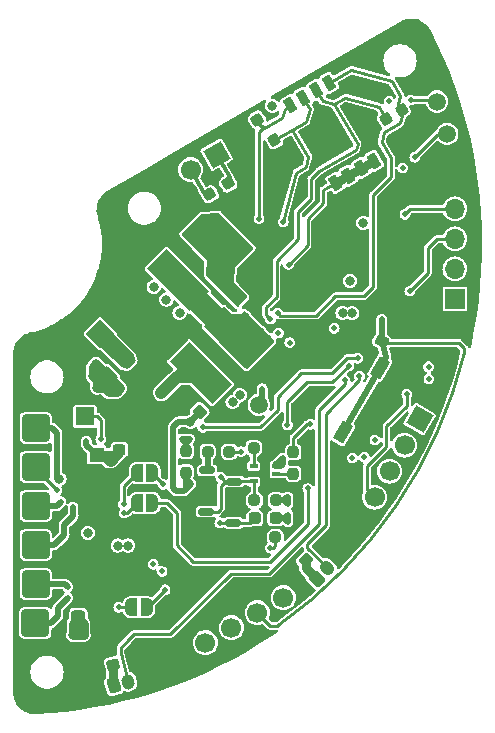
<source format=gbr>
%TF.GenerationSoftware,KiCad,Pcbnew,7.0.7*%
%TF.CreationDate,2023-12-04T17:40:57-05:00*%
%TF.ProjectId,PEEKbot_APS,5045454b-626f-4745-9f41-50532e6b6963,rev?*%
%TF.SameCoordinates,Original*%
%TF.FileFunction,Copper,L1,Top*%
%TF.FilePolarity,Positive*%
%FSLAX46Y46*%
G04 Gerber Fmt 4.6, Leading zero omitted, Abs format (unit mm)*
G04 Created by KiCad (PCBNEW 7.0.7) date 2023-12-04 17:40:57*
%MOMM*%
%LPD*%
G01*
G04 APERTURE LIST*
G04 Aperture macros list*
%AMRoundRect*
0 Rectangle with rounded corners*
0 $1 Rounding radius*
0 $2 $3 $4 $5 $6 $7 $8 $9 X,Y pos of 4 corners*
0 Add a 4 corners polygon primitive as box body*
4,1,4,$2,$3,$4,$5,$6,$7,$8,$9,$2,$3,0*
0 Add four circle primitives for the rounded corners*
1,1,$1+$1,$2,$3*
1,1,$1+$1,$4,$5*
1,1,$1+$1,$6,$7*
1,1,$1+$1,$8,$9*
0 Add four rect primitives between the rounded corners*
20,1,$1+$1,$2,$3,$4,$5,0*
20,1,$1+$1,$4,$5,$6,$7,0*
20,1,$1+$1,$6,$7,$8,$9,0*
20,1,$1+$1,$8,$9,$2,$3,0*%
%AMHorizOval*
0 Thick line with rounded ends*
0 $1 width*
0 $2 $3 position (X,Y) of the first rounded end (center of the circle)*
0 $4 $5 position (X,Y) of the second rounded end (center of the circle)*
0 Add line between two ends*
20,1,$1,$2,$3,$4,$5,0*
0 Add two circle primitives to create the rounded ends*
1,1,$1,$2,$3*
1,1,$1,$4,$5*%
%AMRotRect*
0 Rectangle, with rotation*
0 The origin of the aperture is its center*
0 $1 length*
0 $2 width*
0 $3 Rotation angle, in degrees counterclockwise*
0 Add horizontal line*
21,1,$1,$2,0,0,$3*%
%AMFreePoly0*
4,1,19,0.500000,-0.750000,0.000000,-0.750000,0.000000,-0.744911,-0.071157,-0.744911,-0.207708,-0.704816,-0.327430,-0.627875,-0.420627,-0.520320,-0.479746,-0.390866,-0.500000,-0.250000,-0.500000,0.250000,-0.479746,0.390866,-0.420627,0.520320,-0.327430,0.627875,-0.207708,0.704816,-0.071157,0.744911,0.000000,0.744911,0.000000,0.750000,0.500000,0.750000,0.500000,-0.750000,0.500000,-0.750000,
$1*%
%AMFreePoly1*
4,1,19,0.000000,0.744911,0.071157,0.744911,0.207708,0.704816,0.327430,0.627875,0.420627,0.520320,0.479746,0.390866,0.500000,0.250000,0.500000,-0.250000,0.479746,-0.390866,0.420627,-0.520320,0.327430,-0.627875,0.207708,-0.704816,0.071157,-0.744911,0.000000,-0.744911,0.000000,-0.750000,-0.500000,-0.750000,-0.500000,0.750000,0.000000,0.750000,0.000000,0.744911,0.000000,0.744911,
$1*%
G04 Aperture macros list end*
%TA.AperFunction,SMDPad,CuDef*%
%ADD10FreePoly0,180.000000*%
%TD*%
%TA.AperFunction,SMDPad,CuDef*%
%ADD11FreePoly1,180.000000*%
%TD*%
%TA.AperFunction,SMDPad,CuDef*%
%ADD12RoundRect,0.237500X-0.044194X-0.380070X0.380070X0.044194X0.044194X0.380070X-0.380070X-0.044194X0*%
%TD*%
%TA.AperFunction,SMDPad,CuDef*%
%ADD13RoundRect,0.237500X0.237500X-0.250000X0.237500X0.250000X-0.237500X0.250000X-0.237500X-0.250000X0*%
%TD*%
%TA.AperFunction,SMDPad,CuDef*%
%ADD14RoundRect,0.237500X0.250000X0.237500X-0.250000X0.237500X-0.250000X-0.237500X0.250000X-0.237500X0*%
%TD*%
%TA.AperFunction,ComponentPad*%
%ADD15RoundRect,0.250001X0.899999X0.899999X-0.899999X0.899999X-0.899999X-0.899999X0.899999X-0.899999X0*%
%TD*%
%TA.AperFunction,ComponentPad*%
%ADD16RotRect,1.700000X1.700000X300.000000*%
%TD*%
%TA.AperFunction,ComponentPad*%
%ADD17HorizOval,1.700000X0.000000X0.000000X0.000000X0.000000X0*%
%TD*%
%TA.AperFunction,SMDPad,CuDef*%
%ADD18RotRect,1.270000X0.760000X120.000000*%
%TD*%
%TA.AperFunction,SMDPad,CuDef*%
%ADD19RoundRect,0.237500X-0.228308X-0.307053X0.351247X-0.151762X0.228308X0.307053X-0.351247X0.151762X0*%
%TD*%
%TA.AperFunction,SMDPad,CuDef*%
%ADD20RoundRect,0.237500X-0.330681X0.097756X-0.080681X-0.335256X0.330681X-0.097756X0.080681X0.335256X0*%
%TD*%
%TA.AperFunction,SMDPad,CuDef*%
%ADD21RoundRect,0.237500X0.097756X0.330681X-0.335256X0.080681X-0.097756X-0.330681X0.335256X-0.080681X0*%
%TD*%
%TA.AperFunction,SMDPad,CuDef*%
%ADD22RoundRect,0.150000X-0.512500X-0.150000X0.512500X-0.150000X0.512500X0.150000X-0.512500X0.150000X0*%
%TD*%
%TA.AperFunction,SMDPad,CuDef*%
%ADD23RoundRect,0.237500X0.380070X-0.044194X-0.044194X0.380070X-0.380070X0.044194X0.044194X-0.380070X0*%
%TD*%
%TA.AperFunction,SMDPad,CuDef*%
%ADD24RoundRect,0.237500X-0.287500X-0.237500X0.287500X-0.237500X0.287500X0.237500X-0.287500X0.237500X0*%
%TD*%
%TA.AperFunction,SMDPad,CuDef*%
%ADD25R,1.200000X1.200000*%
%TD*%
%TA.AperFunction,SMDPad,CuDef*%
%ADD26R,1.600000X1.500000*%
%TD*%
%TA.AperFunction,SMDPad,CuDef*%
%ADD27C,1.500000*%
%TD*%
%TA.AperFunction,SMDPad,CuDef*%
%ADD28RoundRect,0.237500X0.378558X0.055681X-0.141058X0.355681X-0.378558X-0.055681X0.141058X-0.355681X0*%
%TD*%
%TA.AperFunction,SMDPad,CuDef*%
%ADD29RoundRect,0.237500X-0.250000X-0.237500X0.250000X-0.237500X0.250000X0.237500X-0.250000X0.237500X0*%
%TD*%
%TA.AperFunction,SMDPad,CuDef*%
%ADD30RoundRect,0.237500X0.300000X0.237500X-0.300000X0.237500X-0.300000X-0.237500X0.300000X-0.237500X0*%
%TD*%
%TA.AperFunction,ComponentPad*%
%ADD31RoundRect,0.249900X0.088388X-0.477438X0.477438X-0.088388X-0.088388X0.477438X-0.477438X0.088388X0*%
%TD*%
%TA.AperFunction,ComponentPad*%
%ADD32HorizOval,1.050000X-0.088388X0.088388X0.088388X-0.088388X0*%
%TD*%
%TA.AperFunction,SMDPad,CuDef*%
%ADD33RoundRect,0.237500X-0.237500X0.250000X-0.237500X-0.250000X0.237500X-0.250000X0.237500X0.250000X0*%
%TD*%
%TA.AperFunction,SMDPad,CuDef*%
%ADD34RoundRect,0.237500X-0.097756X-0.330681X0.335256X-0.080681X0.097756X0.330681X-0.335256X0.080681X0*%
%TD*%
%TA.AperFunction,SMDPad,CuDef*%
%ADD35RoundRect,0.250000X0.337500X0.475000X-0.337500X0.475000X-0.337500X-0.475000X0.337500X-0.475000X0*%
%TD*%
%TA.AperFunction,SMDPad,CuDef*%
%ADD36RotRect,2.350000X5.100000X45.000000*%
%TD*%
%TA.AperFunction,SMDPad,CuDef*%
%ADD37RotRect,1.700000X1.000000X240.000000*%
%TD*%
%TA.AperFunction,ComponentPad*%
%ADD38R,1.700000X1.700000*%
%TD*%
%TA.AperFunction,ComponentPad*%
%ADD39O,1.700000X1.700000*%
%TD*%
%TA.AperFunction,SMDPad,CuDef*%
%ADD40RoundRect,0.250000X-0.097227X0.574524X-0.574524X0.097227X0.097227X-0.574524X0.574524X-0.097227X0*%
%TD*%
%TA.AperFunction,ComponentPad*%
%ADD41RotRect,1.700000X1.700000X330.000000*%
%TD*%
%TA.AperFunction,ComponentPad*%
%ADD42HorizOval,1.700000X0.000000X0.000000X0.000000X0.000000X0*%
%TD*%
%TA.AperFunction,ComponentPad*%
%ADD43RotRect,1.700000X1.700000X135.000000*%
%TD*%
%TA.AperFunction,ComponentPad*%
%ADD44HorizOval,1.700000X0.000000X0.000000X0.000000X0.000000X0*%
%TD*%
%TA.AperFunction,SMDPad,CuDef*%
%ADD45R,0.650000X0.400000*%
%TD*%
%TA.AperFunction,ComponentPad*%
%ADD46RoundRect,0.249900X-0.162173X-0.457668X0.369280X-0.315266X0.162173X0.457668X-0.369280X0.315266X0*%
%TD*%
%TA.AperFunction,ComponentPad*%
%ADD47HorizOval,1.050000X-0.032352X0.120741X0.032352X-0.120741X0*%
%TD*%
%TA.AperFunction,SMDPad,CuDef*%
%ADD48RoundRect,0.250000X0.097227X-0.574524X0.574524X-0.097227X-0.097227X0.574524X-0.574524X0.097227X0*%
%TD*%
%TA.AperFunction,ComponentPad*%
%ADD49RotRect,1.700000X1.700000X120.000000*%
%TD*%
%TA.AperFunction,ComponentPad*%
%ADD50HorizOval,1.700000X0.000000X0.000000X0.000000X0.000000X0*%
%TD*%
%TA.AperFunction,ComponentPad*%
%ADD51C,0.600000*%
%TD*%
%TA.AperFunction,SMDPad,CuDef*%
%ADD52R,0.900000X1.600000*%
%TD*%
%TA.AperFunction,ComponentPad*%
%ADD53C,0.500000*%
%TD*%
%TA.AperFunction,SMDPad,CuDef*%
%ADD54RotRect,1.800000X2.500000X210.000000*%
%TD*%
%TA.AperFunction,SMDPad,CuDef*%
%ADD55R,1.680000X1.680000*%
%TD*%
%TA.AperFunction,ViaPad*%
%ADD56C,0.800000*%
%TD*%
%TA.AperFunction,ViaPad*%
%ADD57C,0.500000*%
%TD*%
%TA.AperFunction,Conductor*%
%ADD58C,0.750000*%
%TD*%
%TA.AperFunction,Conductor*%
%ADD59C,0.500000*%
%TD*%
%TA.AperFunction,Conductor*%
%ADD60C,0.250000*%
%TD*%
%TA.AperFunction,Conductor*%
%ADD61C,0.300000*%
%TD*%
%TA.AperFunction,Conductor*%
%ADD62C,1.000000*%
%TD*%
%TA.AperFunction,Conductor*%
%ADD63C,1.500000*%
%TD*%
%TA.AperFunction,Conductor*%
%ADD64C,2.000000*%
%TD*%
G04 APERTURE END LIST*
D10*
%TO.P,JP3,1,A*%
%TO.N,STEP_FAULT*%
X28024588Y-174487102D03*
D11*
%TO.P,JP3,2,B*%
%TO.N,Net-(JP3-B)*%
X26724588Y-174487102D03*
%TD*%
D12*
%TO.P,C10,1*%
%TO.N,+3V3*%
X41025458Y-181894056D03*
%TO.P,C10,2*%
%TO.N,GND*%
X42245218Y-180674296D03*
%TD*%
D13*
%TO.P,R9,1*%
%TO.N,Net-(U5-VTEMP)*%
X39949798Y-174553193D03*
%TO.P,R9,2*%
%TO.N,TEMP*%
X39949798Y-172728193D03*
%TD*%
D14*
%TO.P,R11,1*%
%TO.N,GND*%
X38441492Y-172373900D03*
%TO.P,R11,2*%
%TO.N,Net-(U5-TSET)*%
X36616492Y-172373900D03*
%TD*%
D15*
%TO.P,H2,1,1*%
%TO.N,Net-(U6-BOUT2)*%
X18148613Y-173979091D03*
%TD*%
D16*
%TO.P,J1,1,Pin_1*%
%TO.N,OUT_B*%
X33461793Y-147535201D03*
D17*
%TO.P,J1,2,Pin_2*%
%TO.N,OUT_A*%
X31262088Y-148805201D03*
%TD*%
D18*
%TO.P,SW1,1*%
%TO.N,CFG_PWR*%
X43518297Y-149950694D03*
%TO.P,SW1,2*%
X44618149Y-149315694D03*
%TO.P,SW1,3*%
X45718001Y-148680694D03*
%TO.P,SW1,4*%
X46817853Y-148045694D03*
%TO.P,SW1,5*%
%TO.N,CFG1*%
X43007853Y-141446580D03*
%TO.P,SW1,6*%
%TO.N,CFG2*%
X41908001Y-142081580D03*
%TO.P,SW1,7*%
%TO.N,CFG3*%
X40808149Y-142716580D03*
%TO.P,SW1,8*%
%TO.N,CFG4*%
X39708297Y-143351580D03*
%TD*%
D19*
%TO.P,C8,1*%
%TO.N,+3V3*%
X24706512Y-190710040D03*
%TO.P,C8,2*%
%TO.N,GND*%
X26372734Y-190263578D03*
%TD*%
D20*
%TO.P,R7,1*%
%TO.N,CFG3*%
X38352952Y-146315658D03*
%TO.P,R7,2*%
%TO.N,GND*%
X39265452Y-147896154D03*
%TD*%
D21*
%TO.P,R8,1*%
%TO.N,CFG4*%
X36884500Y-144567809D03*
%TO.P,R8,2*%
%TO.N,GND*%
X35304004Y-145480309D03*
%TD*%
D22*
%TO.P,Q2,1,G*%
%TO.N,Net-(Q2-G)*%
X32663214Y-174268693D03*
%TO.P,Q2,2,S*%
%TO.N,GND*%
X32663214Y-176168693D03*
%TO.P,Q2,3,D*%
%TO.N,Net-(Q1-G)*%
X34938214Y-175218693D03*
%TD*%
D23*
%TO.P,C13,1*%
%TO.N,EN*%
X32043433Y-169297741D03*
%TO.P,C13,2*%
%TO.N,GND*%
X30823673Y-168077981D03*
%TD*%
D14*
%TO.P,R12,1*%
%TO.N,+12V*%
X38494191Y-176793511D03*
%TO.P,R12,2*%
%TO.N,Net-(Q1-G)*%
X36669191Y-176793511D03*
%TD*%
D24*
%TO.P,R13,1*%
%TO.N,Net-(Q1-D)*%
X36704813Y-178317487D03*
%TO.P,R13,2*%
%TO.N,+12V*%
X38454813Y-178317487D03*
%TD*%
D25*
%TO.P,VR1,1,CCW*%
%TO.N,GND*%
X21314211Y-172957492D03*
D26*
%TO.P,VR1,2,WIPER*%
%TO.N,Net-(U6-VREF)*%
X22314211Y-169707492D03*
D25*
%TO.P,VR1,3,CW*%
%TO.N,STEP_DVDD*%
X23314211Y-172957492D03*
%TD*%
D27*
%TO.P,TP2,1,1*%
%TO.N,FB-3.3V*%
X37044159Y-168712087D03*
%TD*%
D28*
%TO.P,C2,1*%
%TO.N,NRST*%
X47436246Y-163334465D03*
%TO.P,C2,2*%
%TO.N,GND*%
X45942352Y-162471965D03*
%TD*%
D15*
%TO.P,H4,1,1*%
%TO.N,Net-(U6-BOUT1)*%
X18148607Y-170677104D03*
%TD*%
D29*
%TO.P,R15,1*%
%TO.N,Net-(Q2-G)*%
X32704911Y-172678696D03*
%TO.P,R15,2*%
%TO.N,MOFF*%
X34529911Y-172678696D03*
%TD*%
D15*
%TO.P,H5,1,1*%
%TO.N,Net-(U8-OUT1)*%
X18118597Y-187187097D03*
%TD*%
%TO.P,H3,1,1*%
%TO.N,Net-(U6-AOUT2)*%
X18148617Y-177281105D03*
%TD*%
D20*
%TO.P,R6,1*%
%TO.N,CFG2*%
X47802713Y-144509399D03*
%TO.P,R6,2*%
%TO.N,GND*%
X48715213Y-146089895D03*
%TD*%
D30*
%TO.P,C11,1*%
%TO.N,GND*%
X26955604Y-172505899D03*
%TO.P,C11,2*%
%TO.N,STEP_DVDD*%
X25230604Y-172505899D03*
%TD*%
D31*
%TO.P,U4,1,VCC*%
%TO.N,+3V3*%
X41922717Y-183439438D03*
D32*
%TO.P,U4,2,OUT*%
%TO.N,END_ALT*%
X42820743Y-182541412D03*
%TO.P,U4,3,GND*%
%TO.N,GND*%
X43718768Y-181643387D03*
%TD*%
D33*
%TO.P,R16,1*%
%TO.N,+12V*%
X30874207Y-172629794D03*
%TO.P,R16,2*%
%TO.N,EN*%
X30874207Y-174454794D03*
%TD*%
D34*
%TO.P,R25,1*%
%TO.N,OUT_A*%
X32862488Y-150890323D03*
%TO.P,R25,2*%
%TO.N,OUT_B*%
X34442984Y-149977823D03*
%TD*%
D35*
%TO.P,C18,1*%
%TO.N,GND*%
X23825409Y-186831509D03*
%TO.P,C18,2*%
%TO.N,+12V*%
X21750409Y-186831509D03*
%TD*%
D10*
%TO.P,JP4,1,A*%
%TO.N,STEP_nSLEEP*%
X28024627Y-177027092D03*
D11*
%TO.P,JP4,2,B*%
%TO.N,Net-(JP4-B)*%
X26724627Y-177027092D03*
%TD*%
D36*
%TO.P,L1,1*%
%TO.N,Net-(U7-SW)*%
X32116041Y-165993769D03*
%TO.P,L1,2*%
%TO.N,Net-(C15-Pad1)*%
X35050535Y-163059275D03*
%TD*%
D37*
%TO.P,S1,1,COM_1*%
%TO.N,NRST*%
X47292793Y-165597098D03*
X44142793Y-171053058D03*
%TO.P,S1,2,NO_2*%
%TO.N,GND*%
X44001897Y-163697098D03*
X40851897Y-169153058D03*
%TD*%
D36*
%TO.P,L2,1*%
%TO.N,Net-(C15-Pad1)*%
X30189229Y-158154635D03*
%TO.P,L2,2*%
%TO.N,Net-(C20-Pad1)*%
X33123723Y-155220141D03*
%TD*%
D38*
%TO.P,J3,1,Pin_1*%
%TO.N,ENC_B_AZM*%
X53642826Y-159755108D03*
D39*
%TO.P,J3,2,Pin_2*%
%TO.N,+3V3*%
X53642826Y-157215108D03*
%TO.P,J3,3,Pin_3*%
%TO.N,ENC_A_AZM*%
X53642826Y-154675108D03*
%TO.P,J3,4,Pin_4*%
%TO.N,ENC_I_AZM*%
X53642826Y-152135108D03*
%TO.P,J3,5,Pin_5*%
%TO.N,GND*%
X53642826Y-149595108D03*
%TD*%
D20*
%TO.P,R5,1*%
%TO.N,CFG1*%
X49122559Y-143747402D03*
%TO.P,R5,2*%
%TO.N,GND*%
X50035059Y-145327898D03*
%TD*%
D15*
%TO.P,H6,1,1*%
%TO.N,Net-(U8-OUT2)*%
X18148593Y-183885098D03*
%TD*%
D27*
%TO.P,TP3,1,1*%
%TO.N,LP_TxD*%
X52982402Y-145785099D03*
%TD*%
D22*
%TO.P,Q1,1,G*%
%TO.N,Net-(Q1-G)*%
X32601414Y-177758700D03*
%TO.P,Q1,2,S*%
%TO.N,GND*%
X32601414Y-179658700D03*
%TO.P,Q1,3,D*%
%TO.N,Net-(Q1-D)*%
X34876414Y-178708700D03*
%TD*%
D40*
%TO.P,F1,1*%
%TO.N,VCC*%
X25752901Y-164845403D03*
%TO.P,F1,2*%
%TO.N,+12V*%
X24285655Y-166312649D03*
%TD*%
D27*
%TO.P,TP4,1,1*%
%TO.N,LP_RxD*%
X52118813Y-143041899D03*
%TD*%
D14*
%TO.P,R18,1*%
%TO.N,HEAT*%
X38441502Y-179943100D03*
%TO.P,R18,2*%
%TO.N,GND*%
X36616502Y-179943100D03*
%TD*%
D41*
%TO.P,J4,1,Pin_1*%
%TO.N,ENC_B_ALT*%
X50643104Y-169939619D03*
D42*
%TO.P,J4,2,Pin_2*%
%TO.N,+3V3*%
X49373104Y-172139324D03*
%TO.P,J4,3,Pin_3*%
%TO.N,ENC_A_ALT*%
X48103104Y-174339028D03*
%TO.P,J4,4,Pin_4*%
%TO.N,ENC_I_ALT*%
X46833104Y-176538733D03*
%TO.P,J4,5,Pin_5*%
%TO.N,GND*%
X45563104Y-178738437D03*
%TD*%
D43*
%TO.P,J5,1,Pin_1*%
%TO.N,VCC*%
X23601238Y-162701477D03*
D44*
%TO.P,J5,2,Pin_2*%
%TO.N,GND*%
X25397289Y-160905426D03*
%TD*%
D45*
%TO.P,U5,1,TSET*%
%TO.N,Net-(U5-TSET)*%
X36594221Y-173908303D03*
%TO.P,U5,2,GND*%
%TO.N,GND*%
X36594221Y-174558303D03*
%TO.P,U5,3,\u002AOUT*%
%TO.N,Net-(Q1-G)*%
X36594221Y-175208303D03*
%TO.P,U5,4,HYSTSET*%
%TO.N,GND*%
X38494221Y-175208303D03*
%TO.P,U5,5,VTEMP*%
%TO.N,Net-(U5-VTEMP)*%
X38494221Y-174558303D03*
%TO.P,U5,6,V+*%
%TO.N,+12V*%
X38494221Y-173908303D03*
%TD*%
D46*
%TO.P,U2,1,VCC*%
%TO.N,+3V3*%
X24760991Y-192483565D03*
D47*
%TO.P,U2,2,OUT*%
%TO.N,END_AZM*%
X25987717Y-192154865D03*
%TO.P,U2,3,GND*%
%TO.N,GND*%
X27214443Y-191826165D03*
%TD*%
D48*
%TO.P,C20,1*%
%TO.N,Net-(C20-Pad1)*%
X35118437Y-159524117D03*
%TO.P,C20,2*%
%TO.N,GND*%
X36585683Y-158056871D03*
%TD*%
D49*
%TO.P,J2,1,Pin_1*%
%TO.N,GND*%
X30310310Y-190133488D03*
D50*
%TO.P,J2,2,Pin_2*%
%TO.N,SWDCLK*%
X32510015Y-188863488D03*
%TO.P,J2,3,Pin_3*%
%TO.N,SWDIO*%
X34709719Y-187593488D03*
%TO.P,J2,4,Pin_4*%
%TO.N,NRST*%
X36909424Y-186323488D03*
%TO.P,J2,5,Pin_5*%
%TO.N,+3V3*%
X39109128Y-185053488D03*
%TD*%
D15*
%TO.P,H1,1,1*%
%TO.N,Net-(U6-AOUT1)*%
X18148596Y-180583103D03*
%TD*%
D10*
%TO.P,JP5,1,A*%
%TO.N,BDC_nSLEEP*%
X27542293Y-185858296D03*
D11*
%TO.P,JP5,2,B*%
%TO.N,Net-(JP5-B)*%
X26242293Y-185858296D03*
%TD*%
D51*
%TO.P,U8,9,GND*%
%TO.N,GND*%
X22787916Y-184096304D03*
D52*
X22787916Y-184596304D03*
D51*
X22787916Y-185096304D03*
%TD*%
D53*
%TO.P,U1,9,EPAD*%
%TO.N,GND*%
X44145019Y-146683615D03*
X43645019Y-145817590D03*
X43145019Y-144951565D03*
D54*
X43082102Y-146142590D03*
D53*
X43019185Y-147333615D03*
X42519185Y-146467590D03*
X42019185Y-145601565D03*
%TD*%
%TO.P,U6,17,PAD*%
%TO.N,GND*%
X22216501Y-175213900D03*
X22216501Y-176393900D03*
D55*
X22806501Y-175803900D03*
D53*
X23396501Y-175213900D03*
X23396501Y-176393900D03*
%TD*%
D56*
%TO.N,+3V3*%
X44127535Y-160970167D03*
X45870395Y-153303498D03*
X38184491Y-143411937D03*
X28134418Y-158732321D03*
X44752794Y-158231094D03*
X29212056Y-159809947D03*
X44956017Y-160970162D03*
X30325606Y-160923508D03*
%TO.N,GND*%
X28024599Y-172505897D03*
D57*
X42834918Y-154510191D03*
X40193308Y-159844198D03*
D56*
X44308115Y-154154598D03*
X51050068Y-144724160D03*
D57*
X25073917Y-186831489D03*
X23854699Y-188050688D03*
X37478214Y-175218702D03*
D56*
X28837418Y-178754291D03*
X28837409Y-179668693D03*
X35751011Y-181060703D03*
X32601409Y-180806694D03*
X33450737Y-169867839D03*
X43139707Y-155373806D03*
X47452224Y-142251884D03*
D57*
X42072915Y-153748197D03*
D56*
X41579850Y-167872234D03*
D57*
X45972013Y-160809401D03*
D56*
X31544810Y-176671507D03*
X48829288Y-155932599D03*
X29679026Y-162791402D03*
X49314317Y-147134111D03*
X37509833Y-157115879D03*
X43256252Y-164968619D03*
X36614600Y-181060707D03*
X34061390Y-169257181D03*
X31280593Y-179638307D03*
X48829305Y-157456604D03*
X33160217Y-171561110D03*
D57*
X37498116Y-173948690D03*
X21837397Y-183427903D03*
D56*
X29966409Y-168897974D03*
D57*
X39431314Y-159133007D03*
D56*
X38443403Y-171256302D03*
D57*
X40180804Y-175503101D03*
D56*
X26957805Y-171489902D03*
X31646412Y-162091890D03*
D57*
X40983403Y-174558307D03*
D56*
X20876797Y-174131493D03*
X38884322Y-149662223D03*
X38802978Y-164515613D03*
D57*
X35293796Y-176895104D03*
D56*
X38758418Y-166155897D03*
D57*
X34481008Y-176895094D03*
D56*
X47610119Y-153240205D03*
D57*
X24367006Y-174436304D03*
X21892807Y-178652696D03*
D56*
X37581664Y-159055610D03*
X32296601Y-171561116D03*
X48829304Y-154408599D03*
X34887410Y-180806697D03*
D57*
%TO.N,NRST*%
X47445210Y-161486893D03*
%TO.N,EN*%
X31280611Y-175421904D03*
D56*
X31223645Y-170155204D03*
%TO.N,+12V*%
X25093204Y-180633909D03*
D57*
X39510204Y-178622295D03*
D56*
X22553207Y-179567100D03*
X23359851Y-167258293D03*
D57*
X39510187Y-177098303D03*
D56*
X34815746Y-168502848D03*
D57*
X31179011Y-171611893D03*
D56*
X25956809Y-180633892D03*
X24320167Y-167629081D03*
X25299591Y-167330139D03*
D57*
X39053011Y-173237488D03*
D56*
X22999359Y-166308280D03*
X35426402Y-167892185D03*
X23252080Y-165282651D03*
D57*
X30569409Y-171611903D03*
X39510214Y-176539499D03*
D56*
X22197606Y-188203096D03*
X21334011Y-188203107D03*
D57*
X39510207Y-178012704D03*
%TO.N,STEP_DVDD*%
X24519405Y-173521906D03*
X22435931Y-171790562D03*
%TO.N,ENC_A_AZM*%
X49817128Y-159090561D03*
%TO.N,ENC_I_AZM*%
X49410734Y-152588163D03*
%TO.N,ENC_I_ALT*%
X49563138Y-167828162D03*
%TO.N,CFG_PWR*%
X39556930Y-156843068D03*
%TO.N,LP_TxD*%
X50237740Y-147755642D03*
%TO.N,LP_RxD*%
X49901103Y-142905347D03*
%TO.N,BDC_nSLEEP*%
X46870733Y-171688962D03*
X29101814Y-184378043D03*
%TO.N,STEP_FAULT*%
X43416332Y-162240163D03*
X28938331Y-175448159D03*
%TO.N,STEP_nSLEEP*%
X41181125Y-175803769D03*
X51442736Y-166507372D03*
%TO.N,Net-(Q1-G)*%
X33820610Y-174863106D03*
%TO.N,LPUART_DE*%
X49239232Y-148666856D03*
X48070841Y-143028065D03*
%TO.N,CFG1*%
X38631133Y-160949672D03*
%TO.N,CFG2*%
X38021534Y-161457672D03*
%TO.N,CFG3*%
X39099728Y-153236261D03*
X38693332Y-162634257D03*
%TO.N,CFG4*%
X39658521Y-163447060D03*
X37053749Y-152947803D03*
%TO.N,FB-3.3V*%
X37330221Y-167353362D03*
%TO.N,MOFF*%
X35547813Y-172678697D03*
%TO.N,HEAT*%
X38004874Y-180834950D03*
%TO.N,TEMP*%
X41408481Y-170370153D03*
X51407604Y-165495500D03*
%TO.N,STEP_PWM*%
X45397536Y-164780161D03*
X32291135Y-170622167D03*
%TO.N,STEP_DIR*%
X39453934Y-170418961D03*
X44635532Y-165440567D03*
%TO.N,END_AZM*%
X44330733Y-166608967D03*
%TO.N,END_ALT*%
X45549923Y-166304163D03*
%TO.N,BDC_PWM*%
X44940332Y-173212957D03*
X28096020Y-182222770D03*
%TO.N,BDC_DIR*%
X28850369Y-182833434D03*
X45956336Y-173162158D03*
D56*
%TO.N,Net-(U7-SW)*%
X28781006Y-167712587D03*
%TO.N,Net-(C15-Pad1)*%
X36446732Y-161965675D03*
X37767532Y-163184869D03*
X37107134Y-162575271D03*
X35837134Y-161305274D03*
%TO.N,Net-(C20-Pad1)*%
X33666267Y-153128642D03*
X35929285Y-155391662D03*
X34815731Y-154278103D03*
D57*
%TO.N,Net-(U6-AOUT1)*%
X21319016Y-177382698D03*
%TO.N,Net-(U6-BOUT2)*%
X19947411Y-175960309D03*
%TO.N,Net-(U6-AOUT2)*%
X20303016Y-176925495D03*
D56*
%TO.N,Net-(U6-BOUT1)*%
X20150606Y-174995097D03*
D57*
%TO.N,Net-(U8-OUT1)*%
X20857524Y-185053494D03*
%TO.N,Net-(U8-OUT2)*%
X20857511Y-184139112D03*
%TO.N,Net-(JP3-B)*%
X25585534Y-177124562D03*
%TO.N,Net-(JP4-B)*%
X25636333Y-177886558D03*
%TO.N,Net-(JP5-B)*%
X25175514Y-185866295D03*
%TO.N,Net-(Q1-D)*%
X33738914Y-178708700D03*
%TO.N,Net-(U6-VREF)*%
X23655798Y-171642308D03*
%TD*%
D58*
%TO.N,+3V3*%
X24706507Y-190710042D02*
X24706514Y-192429088D01*
X41025465Y-182542192D02*
X41922717Y-183439438D01*
X41025464Y-181894060D02*
X41025465Y-182542192D01*
X24706514Y-192429088D02*
X24760991Y-192483565D01*
D59*
%TO.N,GND*%
X21314219Y-173983914D02*
X21314203Y-172957503D01*
X36585667Y-158040006D02*
X36585673Y-158056853D01*
D58*
X26957805Y-171489902D02*
X26957797Y-172503700D01*
X27008603Y-171489904D02*
X28024599Y-172505897D01*
X26372733Y-190263575D02*
X26873164Y-190552502D01*
D59*
X20811020Y-174182295D02*
X21115818Y-174182293D01*
D58*
X23825395Y-188021396D02*
X23854699Y-188050688D01*
D59*
X21115818Y-174182293D02*
X21314219Y-173983914D01*
D58*
X44001905Y-163697106D02*
X43269907Y-164964946D01*
X50040678Y-145306923D02*
X50035064Y-145327909D01*
D59*
X30786386Y-168077971D02*
X30823657Y-168077981D01*
D58*
X42245227Y-180674303D02*
X42749670Y-180674297D01*
D59*
X37581664Y-159055610D02*
X36585679Y-158059627D01*
D58*
X25073917Y-186831489D02*
X23825411Y-186831495D01*
D59*
X36548112Y-174558296D02*
X37447289Y-174558291D01*
D58*
X23854699Y-188050688D02*
X25073917Y-186831489D01*
D59*
X21314196Y-173272704D02*
X20810995Y-173775899D01*
X21314203Y-172957503D02*
X21314196Y-173272704D01*
X37447289Y-174558291D02*
X37498101Y-174609088D01*
D58*
X26957805Y-171489902D02*
X27008603Y-171489904D01*
D59*
X36585679Y-158059627D02*
X36585673Y-158056853D01*
X37509833Y-157115879D02*
X36585667Y-158040006D01*
X38441494Y-172373901D02*
X38441513Y-171258207D01*
X21842603Y-175213893D02*
X21293602Y-174664906D01*
X37498112Y-175198809D02*
X37478214Y-175218702D01*
X37498116Y-173948690D02*
X37498101Y-174609088D01*
X32047606Y-176168701D02*
X31544810Y-176671507D01*
X37488611Y-175208294D02*
X37478214Y-175218702D01*
X37498101Y-174609088D02*
X37498112Y-175198809D01*
X38494202Y-175208302D02*
X38189409Y-175208296D01*
D58*
X40851895Y-169153052D02*
X41583501Y-167885900D01*
D59*
X21293602Y-174664906D02*
X20811020Y-174182295D01*
X32663210Y-176168699D02*
X32047606Y-176168701D01*
D58*
X26957797Y-172503700D02*
X26955605Y-172505891D01*
X26873164Y-190552502D02*
X27214450Y-191826160D01*
X42749670Y-180674297D02*
X43718762Y-181643391D01*
D59*
X22216502Y-175213898D02*
X21842603Y-175213893D01*
X38441513Y-171258207D02*
X38443403Y-171256302D01*
D58*
X23825411Y-186831495D02*
X23825395Y-188021396D01*
X50035044Y-145327895D02*
X50035064Y-145327909D01*
X49315502Y-147129648D02*
X49314317Y-147134111D01*
D59*
X38448114Y-175208290D02*
X37488611Y-175208294D01*
X20810995Y-173775899D02*
X20811020Y-174182295D01*
D58*
X28024599Y-172505897D02*
X26955605Y-172505891D01*
D59*
X29966409Y-168897974D02*
X30786386Y-168077971D01*
X21314219Y-173983914D02*
X21293616Y-174004516D01*
D58*
X39328347Y-148005086D02*
X38884322Y-149662223D01*
D59*
X21293616Y-174004516D02*
X21293602Y-174664906D01*
D58*
X39265452Y-147896150D02*
X39328347Y-148005086D01*
D59*
X44931532Y-162471967D02*
X44193996Y-163209496D01*
X45942352Y-162471979D02*
X44931532Y-162471967D01*
D60*
%TO.N,NRST*%
X47565260Y-163463495D02*
X47436248Y-163334467D01*
D59*
X47436244Y-163334466D02*
X47436246Y-161495856D01*
D60*
X38656811Y-187420955D02*
X38006874Y-187420971D01*
D59*
X47804865Y-164710191D02*
X47436248Y-163334467D01*
D60*
X54434883Y-164377885D02*
X54434883Y-163950781D01*
X38006874Y-187420971D02*
X36909415Y-186323509D01*
X54434883Y-163950781D02*
X53947601Y-163463490D01*
D59*
X47436246Y-161495856D02*
X47445210Y-161486893D01*
D60*
X53947601Y-163463490D02*
X47565260Y-163463495D01*
D59*
X47292809Y-165597097D02*
X47804865Y-164710191D01*
D60*
X47445202Y-163325511D02*
X47436248Y-163334467D01*
D59*
X44142814Y-171053054D02*
X47292806Y-165597096D01*
D60*
X38656809Y-187420952D02*
G75*
G03*
X54434882Y-164377885I-23063009J32715052D01*
G01*
D59*
%TO.N,EN*%
X30874204Y-174454799D02*
X30874219Y-175015500D01*
X31223645Y-170155204D02*
X30237902Y-170155202D01*
X30884407Y-175025680D02*
X30884402Y-175807898D01*
X30020800Y-176011101D02*
X30691419Y-176011088D01*
X30237902Y-170155202D02*
X29766807Y-170626303D01*
X31223645Y-170155204D02*
X32043417Y-169335404D01*
X30874219Y-175015500D02*
X31280611Y-175421904D01*
X29766810Y-175757100D02*
X30020800Y-176011101D01*
X32043417Y-169335404D02*
X32043426Y-169297738D01*
X30691419Y-176011088D02*
X31280611Y-175421904D01*
X30874219Y-175015500D02*
X30884407Y-175025680D01*
X29766807Y-170626303D02*
X29766810Y-175757100D01*
%TO.N,+12V*%
X38443422Y-173847091D02*
X38443410Y-173908310D01*
D58*
X22197611Y-187278700D02*
X21750433Y-186831495D01*
X22197605Y-188050705D02*
X21689609Y-187542692D01*
X24320167Y-167629081D02*
X23949389Y-167258287D01*
D59*
X30874196Y-172629799D02*
X30874199Y-171916696D01*
X30569409Y-171611903D02*
X31179011Y-171611893D01*
D58*
X21334014Y-187247900D02*
X21750433Y-186831495D01*
X23359851Y-167258293D02*
X24285631Y-166332510D01*
D59*
X38890204Y-173908305D02*
X39053015Y-173745478D01*
X38494200Y-176793494D02*
X39205397Y-176793508D01*
X39205397Y-176793508D02*
X39510187Y-177098303D01*
X30874201Y-171916692D02*
X30569409Y-171611903D01*
D58*
X24282102Y-166312652D02*
X24285656Y-166312663D01*
X23949389Y-167258287D02*
X23359851Y-167258293D01*
D59*
X39205416Y-178317505D02*
X39510207Y-178012704D01*
X38494216Y-173908304D02*
X38890204Y-173908305D01*
X39205390Y-178317510D02*
X39205416Y-178317505D01*
X38454817Y-178317497D02*
X39205390Y-178317510D01*
X39510214Y-176539499D02*
X39510187Y-177098303D01*
D58*
X22999356Y-165535368D02*
X22999359Y-166308280D01*
D59*
X39053011Y-173237488D02*
X38443422Y-173847091D01*
D58*
X25000664Y-167629078D02*
X24320167Y-167629081D01*
X23252090Y-166055563D02*
X23252080Y-165282651D01*
X22999359Y-166308280D02*
X23359856Y-166668758D01*
X22999359Y-166308280D02*
X23252090Y-166055563D01*
X22197606Y-188203096D02*
X21334011Y-188203107D01*
D59*
X39510214Y-176539499D02*
X39459405Y-176539500D01*
D58*
X23252080Y-165282651D02*
X22999356Y-165535368D01*
D59*
X30874199Y-171916696D02*
X31179011Y-171611893D01*
D58*
X24285631Y-166332510D02*
X24285656Y-166312663D01*
X21334011Y-188203107D02*
X21334014Y-187247900D01*
D59*
X39053015Y-173745478D02*
X39053011Y-173237488D01*
D58*
X23359856Y-166668758D02*
X23359851Y-167258293D01*
X23252080Y-165282651D02*
X24282102Y-166312652D01*
X22197606Y-188203096D02*
X22197605Y-188050705D01*
X25299591Y-167330139D02*
X24285642Y-166316197D01*
X25299591Y-167330139D02*
X25000664Y-167629078D01*
D59*
X39205390Y-178317510D02*
X39510204Y-178622295D01*
D58*
X24285642Y-166316197D02*
X24285656Y-166312663D01*
X22197606Y-188203096D02*
X22197611Y-187278700D01*
D59*
X39459405Y-176539500D02*
X39205397Y-176793508D01*
X39510207Y-178012704D02*
X39510204Y-178622295D01*
D58*
X24619116Y-167330151D02*
X25299591Y-167330139D01*
X24320167Y-167629081D02*
X24619116Y-167330151D01*
%TO.N,STEP_DVDD*%
X25230624Y-172810691D02*
X24519405Y-173521906D01*
X23314200Y-172957507D02*
X23955015Y-172957502D01*
X24778995Y-172957504D02*
X25230600Y-172505910D01*
D59*
X23298062Y-172957495D02*
X22435929Y-172095368D01*
D58*
X23314200Y-172957507D02*
X24778995Y-172957504D01*
X23858996Y-172963098D02*
X24423406Y-173527497D01*
D59*
X23314201Y-172957497D02*
X23298062Y-172957495D01*
X22435929Y-172095368D02*
X22435931Y-171790562D01*
D58*
X25230600Y-172505910D02*
X25230624Y-172810691D01*
D61*
%TO.N,OUT_A*%
X32393360Y-150764619D02*
X32862488Y-150890324D01*
X31262087Y-148805201D02*
X32393360Y-150764619D01*
%TO.N,OUT_B*%
X34578989Y-149470243D02*
X34442987Y-149977820D01*
X33461793Y-147535201D02*
X34578989Y-149470243D01*
D62*
%TO.N,VCC*%
X23608965Y-162701501D02*
X23601238Y-162701477D01*
D63*
X25752887Y-164845403D02*
X23608965Y-162701501D01*
D60*
%TO.N,ENC_A_AZM*%
X52149784Y-154675101D02*
X53642823Y-154675105D01*
X51341134Y-157566566D02*
X51341134Y-155483768D01*
X49817128Y-159090561D02*
X51341134Y-157566566D01*
X51341134Y-155483768D02*
X52149784Y-154675101D01*
%TO.N,ENC_I_AZM*%
X49410734Y-152588163D02*
X49863787Y-152135108D01*
X49863787Y-152135108D02*
X53642828Y-152135109D01*
%TO.N,ENC_I_ALT*%
X46210323Y-173924166D02*
X46210334Y-175915967D01*
X49563124Y-168793362D02*
X47835934Y-170520563D01*
X49563138Y-167828162D02*
X49563124Y-168793362D01*
X46210334Y-175915967D02*
X46833107Y-176538732D01*
X47835934Y-170520563D02*
X47835930Y-172298553D01*
X47835930Y-172298553D02*
X46210323Y-173924166D01*
D58*
%TO.N,CFG_PWR*%
X46817845Y-148045702D02*
X43518293Y-149950693D01*
D60*
X42501930Y-150556158D02*
X42507842Y-150534076D01*
X42507842Y-150534076D02*
X43518293Y-149950693D01*
X39556930Y-156843068D02*
X41170229Y-155229761D01*
X41170229Y-155229761D02*
X41170229Y-153005468D01*
X41170229Y-153005468D02*
X42501933Y-151673767D01*
X42501933Y-151673767D02*
X42501930Y-150556158D01*
%TO.N,LP_TxD*%
X52122178Y-145871215D02*
X52847462Y-145871210D01*
X50237740Y-147755642D02*
X52122178Y-145871215D01*
%TO.N,LP_RxD*%
X51982247Y-142905350D02*
X52118813Y-143041899D01*
X49901103Y-142905347D02*
X51982247Y-142905350D01*
%TO.N,BDC_nSLEEP*%
X27621554Y-185858290D02*
X27542284Y-185858297D01*
X29101814Y-184378043D02*
X27621554Y-185858290D01*
%TO.N,STEP_FAULT*%
X28024600Y-174487107D02*
X28024601Y-174534432D01*
X28024601Y-174534432D02*
X28938331Y-175448159D01*
%TO.N,STEP_nSLEEP*%
X29247260Y-177027095D02*
X30106733Y-177886567D01*
X41181135Y-178800965D02*
X41181128Y-177988161D01*
X41181128Y-177988161D02*
X41181125Y-175803769D01*
X37728859Y-182001356D02*
X37980730Y-182001363D01*
X37980730Y-182001363D02*
X41181135Y-178800965D01*
X30106733Y-177886567D02*
X30106728Y-180629764D01*
X28024623Y-177027094D02*
X29247260Y-177027095D01*
X30106728Y-180629764D02*
X31478326Y-182001361D01*
X31478326Y-182001361D02*
X37728859Y-182001356D01*
D59*
%TO.N,Net-(Q1-G)*%
X34938217Y-175218692D02*
X34977794Y-175258294D01*
X34938217Y-175218692D02*
X34938199Y-175218706D01*
D60*
X33820614Y-177504692D02*
X33566601Y-177758705D01*
X36669200Y-176793503D02*
X36669209Y-175283295D01*
X36669209Y-175283295D02*
X36594218Y-175208306D01*
X34074599Y-175117092D02*
X34074615Y-175320304D01*
X34836600Y-175320313D02*
X34074615Y-175320304D01*
X34938217Y-175218692D02*
X34176182Y-175218693D01*
X34948606Y-175208314D02*
X34938217Y-175218692D01*
X34938217Y-175218692D02*
X34836600Y-175320313D01*
X34176182Y-175218693D02*
X34074599Y-175117092D01*
X33566601Y-177758705D02*
X32601393Y-177758703D01*
X36594218Y-175208306D02*
X34948606Y-175208314D01*
X33820617Y-175574304D02*
X33820614Y-177504692D01*
X34074599Y-175117092D02*
X33820610Y-174863106D01*
X34074615Y-175320304D02*
X33820617Y-175574304D01*
D59*
%TO.N,Net-(Q2-G)*%
X32704892Y-174227003D02*
X32663205Y-174268697D01*
X32704896Y-172678692D02*
X32704892Y-174227003D01*
D60*
%TO.N,CFG1*%
X48243730Y-149426260D02*
X48243729Y-147851463D01*
X46719721Y-150950260D02*
X48243730Y-149426260D01*
X49018068Y-142573588D02*
X48281469Y-141297766D01*
X38842518Y-161161059D02*
X38631133Y-160949672D01*
X48243729Y-147851463D02*
X47425696Y-146434582D01*
X47425696Y-146434582D02*
X47632990Y-145660958D01*
X48281469Y-141297766D02*
X44855576Y-140379805D01*
X49122552Y-143747407D02*
X48836372Y-143251713D01*
X44855576Y-140379805D02*
X43007856Y-141446574D01*
X45906927Y-159535454D02*
X46719724Y-158722657D01*
X49242766Y-143955616D02*
X49122552Y-143747407D01*
X43519328Y-159535462D02*
X45906927Y-159535454D01*
X41893733Y-161161060D02*
X43519328Y-159535462D01*
X47632990Y-145660958D02*
X48996807Y-144873561D01*
X41893733Y-161161060D02*
X38842518Y-161161059D01*
X48996807Y-144873561D02*
X49242766Y-143955616D01*
X46719724Y-158722657D02*
X46719721Y-150950260D01*
X48836372Y-143251713D02*
X49018068Y-142573588D01*
%TO.N,CFG2*%
X38540924Y-159566681D02*
X38540932Y-156538258D01*
X42147720Y-148918260D02*
X45272654Y-147114088D01*
X47802710Y-144509397D02*
X47223301Y-143505832D01*
X40369725Y-152372661D02*
X41487331Y-151255063D01*
X45394275Y-146660194D02*
X43438472Y-143272646D01*
X43438472Y-143272646D02*
X42441413Y-143005485D01*
X38021534Y-161457672D02*
X37665934Y-161102076D01*
X40369731Y-154709463D02*
X40369725Y-152372661D01*
X38540932Y-156538258D02*
X40369731Y-154709463D01*
X41487331Y-151255063D02*
X41487319Y-149578663D01*
X41487319Y-149578663D02*
X42147720Y-148918260D01*
X37665929Y-160441671D02*
X38540924Y-159566681D01*
X45272654Y-147114088D02*
X45394275Y-146660194D01*
X37665934Y-161102076D02*
X37665929Y-160441671D01*
X44362345Y-142739252D02*
X43438472Y-143272646D01*
X42441413Y-143005485D02*
X41907998Y-142081586D01*
X47223301Y-143505832D02*
X44362345Y-142739252D01*
%TO.N,CFG3*%
X40212934Y-149065046D02*
X41004822Y-148607847D01*
X38352957Y-146315652D02*
X39877235Y-145435610D01*
X41227956Y-147775121D02*
X39877235Y-145435610D01*
X41004822Y-148607847D02*
X41227956Y-147775121D01*
X41072907Y-144745294D02*
X41360258Y-143672874D01*
X39099728Y-153236261D02*
X39096667Y-153230975D01*
X39877235Y-145435610D02*
X41072907Y-144745294D01*
X39096667Y-153230975D02*
X40212934Y-149065046D01*
X41360258Y-143672874D02*
X40808139Y-142716584D01*
%TO.N,CFG4*%
X37188035Y-145093535D02*
X37637570Y-145213989D01*
X37053749Y-145630459D02*
X37241625Y-145442583D01*
X37288515Y-145267582D02*
X36884512Y-144567814D01*
X37637570Y-145213989D02*
X39001383Y-144426589D01*
X39212776Y-143637666D02*
X39708298Y-143351587D01*
X37241625Y-145442583D02*
X37288515Y-145267582D01*
X37637570Y-145213989D02*
X37241625Y-145442583D01*
X37053749Y-152947803D02*
X37053749Y-145630459D01*
X39001383Y-144426589D02*
X39212776Y-143637666D01*
X36884512Y-144567814D02*
X37188035Y-145093535D01*
D59*
%TO.N,FB-3.3V*%
X37330192Y-168426030D02*
X37044159Y-168712087D01*
X37330221Y-167353362D02*
X37330192Y-168426030D01*
D60*
%TO.N,MOFF*%
X34529899Y-172678688D02*
X35547808Y-172678691D01*
X35547808Y-172678691D02*
X35547813Y-172678697D01*
%TO.N,HEAT*%
X38441506Y-180652331D02*
X38258878Y-180834958D01*
X38258878Y-180834958D02*
X38004874Y-180834950D01*
X38441498Y-179943096D02*
X38441506Y-180652331D01*
%TO.N,TEMP*%
X39949807Y-172728181D02*
X39967389Y-172710581D01*
X39967389Y-172710581D02*
X39967409Y-171506430D01*
X41103685Y-170370158D02*
X41408481Y-170370153D01*
X39967409Y-171506430D02*
X41103685Y-170370158D01*
%TO.N,STEP_PWM*%
X38641129Y-168031362D02*
X38641131Y-169148962D01*
X45397536Y-164780161D02*
X44482755Y-164780165D01*
X32291135Y-170622167D02*
X32392727Y-170622167D01*
X43212753Y-166050160D02*
X40622332Y-166050166D01*
X38641131Y-169148962D02*
X37167925Y-170622168D01*
X37167925Y-170622168D02*
X32291135Y-170622167D01*
X40622332Y-166050166D02*
X38641129Y-168031362D01*
X44482755Y-164780165D02*
X43212753Y-166050160D01*
%TO.N,STEP_DIR*%
X39453934Y-170418961D02*
X39453926Y-168488556D01*
X43263932Y-166812162D02*
X44635532Y-165440567D01*
X39453926Y-168488556D02*
X41130325Y-166812166D01*
X41130325Y-166812166D02*
X43263932Y-166812162D01*
%TO.N,END_AZM*%
X25986360Y-192154092D02*
X25330473Y-189706246D01*
X34659736Y-183004391D02*
X37910939Y-183004390D01*
X25987719Y-192154864D02*
X25986360Y-192154092D01*
X25972946Y-188643196D02*
X26480935Y-188135192D01*
X25330478Y-189285665D02*
X25972946Y-188643196D01*
X25330473Y-189706246D02*
X25330478Y-189285665D01*
X42119682Y-169175608D02*
X44330732Y-166964560D01*
X26480935Y-188135192D02*
X29528944Y-188135189D01*
X29528944Y-188135189D02*
X34659736Y-183004391D01*
X42119673Y-178795648D02*
X42119682Y-169175608D01*
X37910939Y-183004390D02*
X42119673Y-178795648D01*
X44330732Y-166964560D02*
X44330733Y-166608967D01*
%TO.N,END_ALT*%
X42820748Y-182541412D02*
X42820732Y-182469570D01*
X42729279Y-169480419D02*
X45549932Y-166659775D01*
X42820748Y-182541418D02*
X42820748Y-182469570D01*
X42820748Y-182469570D02*
X41154073Y-180802902D01*
X42729282Y-178931645D02*
X42729279Y-169480419D01*
X41154073Y-180802902D02*
X41154071Y-180506845D01*
X45549932Y-166659775D02*
X45549923Y-166304163D01*
X41154071Y-180506845D02*
X42729282Y-178931645D01*
%TO.N,Net-(U5-VTEMP)*%
X38499311Y-174553199D02*
X38494203Y-174558300D01*
X39949793Y-174553186D02*
X38499311Y-174553199D01*
%TO.N,Net-(U5-TSET)*%
X36594216Y-173908308D02*
X36594207Y-172396189D01*
X36594207Y-172396189D02*
X36616503Y-172373900D01*
D59*
%TO.N,Net-(U7-SW)*%
X31259563Y-166599026D02*
X30038239Y-166599027D01*
D62*
X29894559Y-166599020D02*
X30499782Y-165993789D01*
D59*
X32116045Y-165993776D02*
X32116040Y-166029908D01*
X30499782Y-165993789D02*
X32116045Y-165993776D01*
D62*
X28781006Y-167712587D02*
X29894559Y-166599020D01*
D64*
%TO.N,Net-(C15-Pad1)*%
X35050553Y-163059295D02*
X30189211Y-158197975D01*
X30189211Y-158197975D02*
X30189213Y-158154625D01*
D62*
%TO.N,Net-(C20-Pad1)*%
X35118435Y-159524106D02*
X33123703Y-157529388D01*
X33123703Y-157529388D02*
X33123696Y-155220122D01*
D59*
%TO.N,Net-(U6-AOUT1)*%
X18148596Y-180583103D02*
X19693416Y-180583091D01*
X19693416Y-180583091D02*
X20557000Y-179719496D01*
X20557000Y-179719496D02*
X20557017Y-178855890D01*
X21319013Y-178093897D02*
X21319016Y-177382698D01*
X20557017Y-178855890D02*
X21319013Y-178093897D01*
D60*
%TO.N,Net-(U6-BOUT2)*%
X18148610Y-174195179D02*
X19913724Y-175960316D01*
D59*
X18148613Y-173979091D02*
X18148610Y-174195179D01*
%TO.N,Net-(U6-AOUT2)*%
X19947417Y-177281098D02*
X20303016Y-176925495D01*
X18148617Y-177281105D02*
X19947417Y-177281098D01*
%TO.N,Net-(U6-BOUT1)*%
X19947417Y-174791896D02*
X20150606Y-174995097D01*
X19947419Y-171083508D02*
X19947417Y-174791896D01*
X18148607Y-170677104D02*
X19541016Y-170677090D01*
X19541016Y-170677090D02*
X19947419Y-171083508D01*
%TO.N,Net-(U8-OUT1)*%
X18118597Y-187187097D02*
X19439393Y-187187087D01*
X19439393Y-187187087D02*
X19998219Y-186628287D01*
X19998219Y-186628287D02*
X19998219Y-185912802D01*
X19998219Y-185912802D02*
X20857524Y-185053494D01*
%TO.N,Net-(U8-OUT2)*%
X18148593Y-183885098D02*
X20603512Y-183885108D01*
X20603512Y-183885108D02*
X20857511Y-184139112D01*
D60*
%TO.N,Net-(JP3-B)*%
X25586212Y-175625490D02*
X25586213Y-177123882D01*
X25586212Y-175625490D02*
X26724611Y-174487107D01*
X25586213Y-177123882D02*
X25585534Y-177124562D01*
%TO.N,Net-(JP4-B)*%
X25636333Y-177886558D02*
X25865148Y-177886563D01*
X25865148Y-177886563D02*
X26724623Y-177027090D01*
%TO.N,Net-(JP5-B)*%
X25886722Y-185866303D02*
X25175514Y-185866295D01*
%TO.N,Net-(Q1-D)*%
X34876399Y-178708712D02*
X36313622Y-178708708D01*
X33738914Y-178708700D02*
X34876399Y-178708712D01*
X36313622Y-178708708D02*
X36704806Y-178317503D01*
%TO.N,Net-(U6-VREF)*%
X23655804Y-170016701D02*
X23655798Y-171642308D01*
X23346595Y-169707493D02*
X23655804Y-170016701D01*
X22314208Y-169707499D02*
X23346595Y-169707493D01*
%TD*%
%TA.AperFunction,Conductor*%
%TO.N,GND*%
G36*
X49998809Y-136018586D02*
G01*
X50239557Y-136039145D01*
X50247845Y-136040421D01*
X50483638Y-136093269D01*
X50491648Y-136095644D01*
X50718157Y-136179813D01*
X50725789Y-136183254D01*
X50938863Y-136297202D01*
X50945974Y-136301648D01*
X51141714Y-136443284D01*
X51148164Y-136448652D01*
X51323021Y-136615406D01*
X51328688Y-136621595D01*
X51479447Y-136810401D01*
X51484228Y-136817298D01*
X51609105Y-137026325D01*
X51611557Y-137030846D01*
X52155023Y-138140557D01*
X52155024Y-138140558D01*
X52664899Y-139269178D01*
X53139456Y-140413098D01*
X53578238Y-141571212D01*
X53980820Y-142742401D01*
X54346814Y-143925535D01*
X54675866Y-145119471D01*
X54967658Y-146323055D01*
X55221908Y-147535125D01*
X55438372Y-148754510D01*
X55616839Y-149980033D01*
X55757137Y-151210510D01*
X55859132Y-152444753D01*
X55922723Y-153681568D01*
X55947851Y-154919763D01*
X55934491Y-156158140D01*
X55882655Y-157395505D01*
X55792393Y-158630661D01*
X55663794Y-159862415D01*
X55496980Y-161089579D01*
X55292114Y-162310966D01*
X55049393Y-163525397D01*
X54981166Y-163818975D01*
X54946817Y-163879819D01*
X54885026Y-163912433D01*
X54815412Y-163906463D01*
X54760077Y-163863805D01*
X54751141Y-163847002D01*
X54750901Y-163847141D01*
X54746367Y-163839289D01*
X54744000Y-163833575D01*
X54743864Y-163833319D01*
X54743644Y-163832717D01*
X54736700Y-163815951D01*
X54734438Y-163811102D01*
X54734438Y-163811100D01*
X54720383Y-163791027D01*
X54711223Y-163777944D01*
X54708315Y-163773380D01*
X54688077Y-163738326D01*
X54657063Y-163712303D01*
X54653089Y-163708661D01*
X54189729Y-163245292D01*
X54186073Y-163241303D01*
X54183009Y-163237651D01*
X54160056Y-163210296D01*
X54160054Y-163210295D01*
X54160055Y-163210295D01*
X54125006Y-163190060D01*
X54120442Y-163187152D01*
X54087288Y-163163938D01*
X54082457Y-163161685D01*
X54065661Y-163154727D01*
X54060645Y-163152901D01*
X54020788Y-163145873D01*
X54015507Y-163144702D01*
X53976414Y-163134227D01*
X53976406Y-163134227D01*
X53954069Y-163136181D01*
X53936085Y-163137754D01*
X53930688Y-163137990D01*
X48312436Y-163137993D01*
X48245397Y-163118308D01*
X48199642Y-163065505D01*
X48198783Y-163063581D01*
X48189857Y-163043122D01*
X48103732Y-162943043D01*
X48103730Y-162943042D01*
X48103729Y-162943040D01*
X48079502Y-162925850D01*
X48079501Y-162925849D01*
X48079492Y-162925843D01*
X47948743Y-162850355D01*
X47900528Y-162799788D01*
X47886744Y-162742968D01*
X47886744Y-162220251D01*
X47886744Y-161610131D01*
X47891722Y-161580865D01*
X47891122Y-161580752D01*
X47892848Y-161571625D01*
X47892851Y-161571618D01*
X47894381Y-161530766D01*
X47894969Y-161524267D01*
X47895992Y-161517151D01*
X47900343Y-161486893D01*
X47898513Y-161474174D01*
X47897338Y-161451877D01*
X47897710Y-161441948D01*
X47897937Y-161435908D01*
X47888262Y-161399795D01*
X47886783Y-161392579D01*
X47884867Y-161379257D01*
X47881907Y-161358667D01*
X47874930Y-161343391D01*
X47867950Y-161323974D01*
X47862795Y-161304730D01*
X47844764Y-161276029D01*
X47840874Y-161268820D01*
X47828092Y-161240830D01*
X47814521Y-161225168D01*
X47803238Y-161209933D01*
X47790550Y-161189737D01*
X47770956Y-161172873D01*
X47758141Y-161160101D01*
X47743259Y-161142926D01*
X47729497Y-161134082D01*
X47718879Y-161127258D01*
X47711947Y-161122087D01*
X47687624Y-161101153D01*
X47687623Y-161101152D01*
X47687619Y-161101149D01*
X47667531Y-161092383D01*
X47650093Y-161083052D01*
X47634279Y-161072889D01*
X47634278Y-161072888D01*
X47634277Y-161072888D01*
X47603115Y-161063737D01*
X47595782Y-161061073D01*
X47563150Y-161046835D01*
X47545273Y-161044819D01*
X47524242Y-161040579D01*
X47509984Y-161036393D01*
X47509982Y-161036393D01*
X47474013Y-161036393D01*
X47467063Y-161036003D01*
X47451361Y-161034233D01*
X47428200Y-161031622D01*
X47428199Y-161031622D01*
X47428198Y-161031622D01*
X47419586Y-161033251D01*
X47414394Y-161034233D01*
X47391351Y-161036393D01*
X47380438Y-161036393D01*
X47369626Y-161039567D01*
X47342565Y-161047512D01*
X47336620Y-161048943D01*
X47294759Y-161056861D01*
X47294757Y-161056862D01*
X47285826Y-161061582D01*
X47262831Y-161070924D01*
X47256145Y-161072887D01*
X47256136Y-161072891D01*
X47227692Y-161091171D01*
X47212933Y-161098717D01*
X47200408Y-161105948D01*
X47200385Y-161105908D01*
X47193832Y-161110198D01*
X47174693Y-161120312D01*
X47174687Y-161120316D01*
X47170333Y-161124670D01*
X47149722Y-161141279D01*
X47147166Y-161142921D01*
X47147157Y-161142929D01*
X47134284Y-161157785D01*
X47117894Y-161173520D01*
X47102277Y-161185975D01*
X47102273Y-161185979D01*
X47076308Y-161224061D01*
X47071939Y-161229736D01*
X47062326Y-161240831D01*
X47057534Y-161248288D01*
X47057460Y-161248240D01*
X47051053Y-161259120D01*
X47033465Y-161282949D01*
X47029455Y-161290535D01*
X47025776Y-161298176D01*
X47025773Y-161298183D01*
X47025774Y-161298183D01*
X47008241Y-161355023D01*
X47002951Y-161370140D01*
X46988605Y-161411130D01*
X46987015Y-161419527D01*
X46985745Y-161427955D01*
X46985745Y-161487419D01*
X46983518Y-161546841D01*
X46984558Y-161556070D01*
X46983734Y-161556162D01*
X46985744Y-161571468D01*
X46985744Y-162613270D01*
X46966059Y-162680309D01*
X46962874Y-162685025D01*
X46942243Y-162714101D01*
X46942240Y-162714105D01*
X46651995Y-163216825D01*
X46639597Y-163243851D01*
X46639595Y-163243858D01*
X46615050Y-163373583D01*
X46615050Y-163373584D01*
X46629833Y-163504788D01*
X46682634Y-163625806D01*
X46682637Y-163625811D01*
X46768762Y-163725889D01*
X46790621Y-163741399D01*
X46793000Y-163743087D01*
X47087265Y-163912980D01*
X47135480Y-163963547D01*
X47145040Y-163988274D01*
X47229478Y-164303409D01*
X47227815Y-164373259D01*
X47188652Y-164431121D01*
X47164550Y-164446713D01*
X47160331Y-164448793D01*
X47121018Y-164493620D01*
X47121014Y-164493626D01*
X46251268Y-166000070D01*
X46251266Y-166000076D01*
X46232100Y-166056535D01*
X46234552Y-166093926D01*
X46237319Y-166136129D01*
X46272597Y-166207668D01*
X46272598Y-166207669D01*
X46294009Y-166226446D01*
X46331433Y-166285447D01*
X46331017Y-166355316D01*
X46319637Y-166381674D01*
X46110475Y-166743953D01*
X46059908Y-166792169D01*
X45991301Y-166805392D01*
X45926436Y-166779424D01*
X45885908Y-166722509D01*
X45879560Y-166692759D01*
X45877694Y-166671427D01*
X45891461Y-166602927D01*
X45907505Y-166579423D01*
X45932805Y-166550226D01*
X45986620Y-166432389D01*
X46005056Y-166304163D01*
X45986620Y-166175937D01*
X45932805Y-166058100D01*
X45847972Y-165960196D01*
X45738992Y-165890159D01*
X45738988Y-165890157D01*
X45738987Y-165890157D01*
X45614697Y-165853663D01*
X45614695Y-165853663D01*
X45485151Y-165853663D01*
X45485149Y-165853663D01*
X45360858Y-165890157D01*
X45360855Y-165890158D01*
X45360854Y-165890159D01*
X45330753Y-165909504D01*
X45251873Y-165960196D01*
X45167041Y-166058100D01*
X45167040Y-166058101D01*
X45113225Y-166175937D01*
X45094790Y-166304163D01*
X45113225Y-166432388D01*
X45141343Y-166493956D01*
X45151287Y-166563115D01*
X45122262Y-166626670D01*
X45116230Y-166633150D01*
X44989769Y-166759610D01*
X44928446Y-166793094D01*
X44858754Y-166788110D01*
X44802821Y-166746238D01*
X44778404Y-166680774D01*
X44779349Y-166654289D01*
X44785866Y-166608967D01*
X44767430Y-166480741D01*
X44713615Y-166362904D01*
X44628782Y-166265000D01*
X44540679Y-166208379D01*
X44494926Y-166155578D01*
X44484982Y-166086420D01*
X44514006Y-166022864D01*
X44520018Y-166016406D01*
X44609040Y-165927383D01*
X44670363Y-165893901D01*
X44696720Y-165891067D01*
X44700305Y-165891067D01*
X44700305Y-165891066D01*
X44824601Y-165854571D01*
X44933581Y-165784534D01*
X45018414Y-165686630D01*
X45072229Y-165568793D01*
X45090665Y-165440567D01*
X45075943Y-165338172D01*
X45085887Y-165269014D01*
X45131642Y-165216210D01*
X45198681Y-165196526D01*
X45233614Y-165201548D01*
X45277394Y-165214403D01*
X45332763Y-165230661D01*
X45332764Y-165230661D01*
X45462309Y-165230661D01*
X45462309Y-165230660D01*
X45586605Y-165194165D01*
X45695585Y-165124128D01*
X45780418Y-165026224D01*
X45834233Y-164908387D01*
X45852669Y-164780161D01*
X45834233Y-164651935D01*
X45780418Y-164534098D01*
X45695585Y-164436194D01*
X45586605Y-164366157D01*
X45586601Y-164366155D01*
X45586600Y-164366155D01*
X45462310Y-164329661D01*
X45462308Y-164329661D01*
X45332764Y-164329661D01*
X45332762Y-164329661D01*
X45208471Y-164366155D01*
X45208468Y-164366156D01*
X45208467Y-164366157D01*
X45151057Y-164403052D01*
X45101379Y-164434978D01*
X45034340Y-164454662D01*
X44499670Y-164454663D01*
X44494265Y-164454427D01*
X44453950Y-164450900D01*
X44453948Y-164450900D01*
X44414852Y-164461376D01*
X44409571Y-164462547D01*
X44369705Y-164469577D01*
X44364707Y-164471396D01*
X44347920Y-164478349D01*
X44343073Y-164480610D01*
X44309911Y-164503828D01*
X44305352Y-164506732D01*
X44270302Y-164526969D01*
X44270295Y-164526976D01*
X44244284Y-164557974D01*
X44240629Y-164561963D01*
X43114245Y-165688341D01*
X43052922Y-165721826D01*
X43026564Y-165724660D01*
X40639238Y-165724664D01*
X40633833Y-165724428D01*
X40593528Y-165720902D01*
X40593527Y-165720902D01*
X40554437Y-165731375D01*
X40549158Y-165732546D01*
X40509287Y-165739577D01*
X40504310Y-165741388D01*
X40487434Y-165748379D01*
X40482644Y-165750613D01*
X40449493Y-165773825D01*
X40444932Y-165776731D01*
X40409877Y-165796970D01*
X40409875Y-165796972D01*
X40383853Y-165827984D01*
X40380198Y-165831973D01*
X38422934Y-167789229D01*
X38418946Y-167792883D01*
X38387936Y-167818905D01*
X38387934Y-167818907D01*
X38367699Y-167853955D01*
X38364793Y-167858517D01*
X38341575Y-167891677D01*
X38339331Y-167896488D01*
X38332357Y-167913325D01*
X38330540Y-167918318D01*
X38323513Y-167958168D01*
X38322342Y-167963447D01*
X38311864Y-168002554D01*
X38313506Y-168021317D01*
X38315099Y-168039527D01*
X38315393Y-168042879D01*
X38315629Y-168048286D01*
X38315629Y-168962774D01*
X38295944Y-169029813D01*
X38279310Y-169050455D01*
X38134810Y-169194955D01*
X38073487Y-169228440D01*
X38003795Y-169223456D01*
X37947862Y-169181584D01*
X37923445Y-169116120D01*
X37928469Y-169071278D01*
X37929002Y-169069520D01*
X37980906Y-168898418D01*
X37999258Y-168712087D01*
X37980906Y-168525756D01*
X37926555Y-168346586D01*
X37910454Y-168316463D01*
X37838298Y-168181467D01*
X37838297Y-168181466D01*
X37838295Y-168181462D01*
X37808847Y-168145580D01*
X37781535Y-168081272D01*
X37780701Y-168066913D01*
X37780701Y-168057362D01*
X37780719Y-167394448D01*
X37781982Y-167376812D01*
X37785354Y-167353363D01*
X37785354Y-167353361D01*
X37782766Y-167335368D01*
X37781262Y-167324907D01*
X37780802Y-167320692D01*
X37780721Y-167319627D01*
X37780722Y-167319612D01*
X37775921Y-167287756D01*
X37766918Y-167225136D01*
X37766916Y-167225133D01*
X37766780Y-167224182D01*
X37765858Y-167220012D01*
X37765574Y-167219091D01*
X37765573Y-167219089D01*
X37765573Y-167219087D01*
X37738106Y-167162047D01*
X37713103Y-167107299D01*
X37713100Y-167107296D01*
X37709734Y-167102057D01*
X37707217Y-167097558D01*
X37706652Y-167096729D01*
X37665677Y-167052566D01*
X37644346Y-167027948D01*
X37628270Y-167009395D01*
X37628269Y-167009394D01*
X37628268Y-167009393D01*
X37621566Y-167003586D01*
X37622116Y-167002950D01*
X37621783Y-167002671D01*
X37621547Y-167002968D01*
X37614288Y-166997179D01*
X37614286Y-166997176D01*
X37614282Y-166997173D01*
X37614280Y-166997172D01*
X37566063Y-166969332D01*
X37563545Y-166967798D01*
X37519293Y-166939359D01*
X37511223Y-166935674D01*
X37511328Y-166935442D01*
X37499579Y-166930410D01*
X37496680Y-166929272D01*
X37496677Y-166929271D01*
X37488892Y-166927494D01*
X37478112Y-166925033D01*
X37445763Y-166917648D01*
X37442105Y-166916695D01*
X37394993Y-166902862D01*
X37394959Y-166902862D01*
X37367364Y-166899752D01*
X37364279Y-166899048D01*
X37364278Y-166899048D01*
X37315674Y-166902689D01*
X37311041Y-166902862D01*
X37265449Y-166902862D01*
X37265446Y-166902862D01*
X37265444Y-166902863D01*
X37261612Y-166903988D01*
X37235961Y-166908660D01*
X37228859Y-166909192D01*
X37228852Y-166909193D01*
X37186734Y-166925721D01*
X37181553Y-166927494D01*
X37141149Y-166939358D01*
X37134470Y-166943651D01*
X37112740Y-166954760D01*
X37102437Y-166958803D01*
X37069800Y-166984828D01*
X37064666Y-166988510D01*
X37032173Y-167009394D01*
X37032169Y-167009397D01*
X37024390Y-167018375D01*
X37007994Y-167034115D01*
X36996260Y-167043472D01*
X36996257Y-167043475D01*
X36974705Y-167075082D01*
X36970336Y-167080755D01*
X36947338Y-167107299D01*
X36940772Y-167121678D01*
X36930431Y-167140017D01*
X36919755Y-167155675D01*
X36919754Y-167155677D01*
X36909508Y-167188890D01*
X36906658Y-167196375D01*
X36893525Y-167225132D01*
X36893524Y-167225135D01*
X36890711Y-167244693D01*
X36886466Y-167263583D01*
X36879724Y-167285442D01*
X36879722Y-167285449D01*
X36879722Y-167312263D01*
X36878460Y-167329906D01*
X36875088Y-167353360D01*
X36875088Y-167353366D01*
X36878457Y-167376803D01*
X36879719Y-167394450D01*
X36879711Y-167676740D01*
X36860025Y-167743778D01*
X36807219Y-167789532D01*
X36791708Y-167795396D01*
X36678655Y-167829691D01*
X36513535Y-167917949D01*
X36513532Y-167917951D01*
X36368801Y-168036729D01*
X36250023Y-168181460D01*
X36250021Y-168181463D01*
X36161763Y-168346584D01*
X36107412Y-168525753D01*
X36107411Y-168525755D01*
X36089060Y-168712087D01*
X36107411Y-168898418D01*
X36107412Y-168898420D01*
X36161763Y-169077589D01*
X36250021Y-169242710D01*
X36250023Y-169242713D01*
X36368801Y-169387444D01*
X36513532Y-169506222D01*
X36513535Y-169506224D01*
X36666963Y-169588232D01*
X36678658Y-169594483D01*
X36805700Y-169633021D01*
X36857825Y-169648833D01*
X36857827Y-169648834D01*
X36874533Y-169650479D01*
X37044159Y-169667186D01*
X37230490Y-169648834D01*
X37403350Y-169596396D01*
X37473217Y-169595773D01*
X37532330Y-169633021D01*
X37561921Y-169696315D01*
X37552596Y-169765559D01*
X37527027Y-169802738D01*
X37069418Y-170260348D01*
X37008095Y-170293833D01*
X36981737Y-170296667D01*
X32654329Y-170296667D01*
X32587290Y-170276983D01*
X32578698Y-170271461D01*
X32480204Y-170208163D01*
X32480203Y-170208162D01*
X32480199Y-170208160D01*
X32446115Y-170198153D01*
X32387336Y-170160379D01*
X32358311Y-170096824D01*
X32368254Y-170027665D01*
X32393365Y-169991498D01*
X32770520Y-169614344D01*
X32789483Y-169591456D01*
X32846771Y-169472496D01*
X32866450Y-169341935D01*
X32864569Y-169329458D01*
X32846771Y-169211375D01*
X32846771Y-169211374D01*
X32789483Y-169092414D01*
X32789482Y-169092413D01*
X32789482Y-169092412D01*
X32770514Y-169069520D01*
X32271653Y-168570659D01*
X32248761Y-168551691D01*
X32147336Y-168502848D01*
X32129800Y-168494403D01*
X32129798Y-168494402D01*
X31999240Y-168474724D01*
X31999238Y-168474724D01*
X31868679Y-168494402D01*
X31868675Y-168494403D01*
X31749724Y-168551687D01*
X31749720Y-168551689D01*
X31726829Y-168570654D01*
X31316346Y-168981137D01*
X31297381Y-169004028D01*
X31297379Y-169004032D01*
X31240095Y-169122983D01*
X31240094Y-169122987D01*
X31220416Y-169253546D01*
X31220416Y-169253547D01*
X31240094Y-169384106D01*
X31242834Y-169392987D01*
X31241360Y-169393441D01*
X31251031Y-169452197D01*
X31223305Y-169516329D01*
X31165307Y-169555291D01*
X31144146Y-169559988D01*
X31066883Y-169570160D01*
X31066882Y-169570160D01*
X30920803Y-169630668D01*
X30857712Y-169679079D01*
X30792543Y-169704272D01*
X30782227Y-169704702D01*
X30266683Y-169704702D01*
X30259747Y-169704312D01*
X30241116Y-169702213D01*
X30220862Y-169699931D01*
X30162417Y-169710990D01*
X30103612Y-169719854D01*
X30095478Y-169722363D01*
X30087427Y-169725180D01*
X30034838Y-169752974D01*
X29981259Y-169778776D01*
X29974240Y-169783561D01*
X29967359Y-169788640D01*
X29925309Y-169830690D01*
X29881707Y-169871147D01*
X29875914Y-169878412D01*
X29875263Y-169877893D01*
X29865869Y-169890131D01*
X29468605Y-170287399D01*
X29463418Y-170292035D01*
X29432840Y-170316421D01*
X29432833Y-170316427D01*
X29399327Y-170365571D01*
X29364013Y-170413422D01*
X29360017Y-170420980D01*
X29356335Y-170428628D01*
X29338801Y-170485472D01*
X29319159Y-170541609D01*
X29317578Y-170549963D01*
X29316307Y-170558400D01*
X29316307Y-170617866D01*
X29314082Y-170677309D01*
X29315124Y-170686547D01*
X29314291Y-170686640D01*
X29316307Y-170701940D01*
X29316308Y-174928470D01*
X29296623Y-174995509D01*
X29243819Y-175041264D01*
X29174661Y-175051208D01*
X29135949Y-175036770D01*
X29135462Y-175037837D01*
X29127397Y-175034153D01*
X29003105Y-174997659D01*
X29003103Y-174997659D01*
X28999519Y-174997659D01*
X28996079Y-174996649D01*
X28994326Y-174996397D01*
X28994362Y-174996144D01*
X28932480Y-174977974D01*
X28911838Y-174961340D01*
X28768396Y-174817898D01*
X28734911Y-174756575D01*
X28732077Y-174730217D01*
X28732077Y-174708011D01*
X28732077Y-174708009D01*
X28730278Y-174695495D01*
X28729016Y-174677850D01*
X28729016Y-174296353D01*
X28730278Y-174278707D01*
X28732077Y-174266195D01*
X28732077Y-174208009D01*
X28711615Y-174065694D01*
X28695222Y-174009864D01*
X28689720Y-173997817D01*
X28658184Y-173928762D01*
X28635494Y-173879079D01*
X28628353Y-173867968D01*
X28604041Y-173830137D01*
X28604040Y-173830136D01*
X28604037Y-173830131D01*
X28509883Y-173721470D01*
X28465908Y-173683365D01*
X28344954Y-173605633D01*
X28344948Y-173605630D01*
X28323567Y-173595866D01*
X28292026Y-173581462D01*
X28292021Y-173581460D01*
X28292018Y-173581459D01*
X28292016Y-173581458D01*
X28154080Y-173540957D01*
X28154066Y-173540954D01*
X28115965Y-173535476D01*
X28096477Y-173532674D01*
X27524588Y-173532674D01*
X27524583Y-173532674D01*
X27446358Y-173548233D01*
X27446351Y-173548236D01*
X27443470Y-173550162D01*
X27436241Y-173552424D01*
X27435075Y-173552908D01*
X27435031Y-173552803D01*
X27376791Y-173571035D01*
X27309412Y-173552546D01*
X27305696Y-173550157D01*
X27302818Y-173548234D01*
X27302817Y-173548233D01*
X27224592Y-173532674D01*
X27224588Y-173532674D01*
X26652699Y-173532674D01*
X26595109Y-173540954D01*
X26595095Y-173540957D01*
X26457159Y-173581458D01*
X26457157Y-173581459D01*
X26404227Y-173605630D01*
X26404221Y-173605633D01*
X26283266Y-173683366D01*
X26251108Y-173711232D01*
X26239293Y-173721470D01*
X26145139Y-173830131D01*
X26145137Y-173830133D01*
X26145137Y-173830134D01*
X26145134Y-173830137D01*
X26113687Y-173879069D01*
X26113681Y-173879080D01*
X26053954Y-174009861D01*
X26037560Y-174065695D01*
X26017099Y-174208009D01*
X26017099Y-174266195D01*
X26018898Y-174278707D01*
X26020160Y-174296353D01*
X26020160Y-174677850D01*
X26018895Y-174695518D01*
X26018557Y-174697866D01*
X25989521Y-174761417D01*
X25983503Y-174767880D01*
X25368006Y-175383367D01*
X25364018Y-175387022D01*
X25333018Y-175413034D01*
X25312779Y-175448087D01*
X25309874Y-175452647D01*
X25286658Y-175485803D01*
X25284424Y-175490593D01*
X25277439Y-175507455D01*
X25275624Y-175512442D01*
X25268594Y-175552308D01*
X25267423Y-175557589D01*
X25256949Y-175596680D01*
X25256948Y-175596680D01*
X25257794Y-175606344D01*
X25260282Y-175634789D01*
X25260476Y-175636997D01*
X25260712Y-175642403D01*
X25260712Y-176765244D01*
X25241027Y-176832283D01*
X25230426Y-176846445D01*
X25202653Y-176878497D01*
X25202650Y-176878501D01*
X25148836Y-176996336D01*
X25130401Y-177124562D01*
X25148836Y-177252787D01*
X25202651Y-177370623D01*
X25202654Y-177370628D01*
X25274610Y-177453672D01*
X25303634Y-177517228D01*
X25293690Y-177586386D01*
X25274611Y-177616073D01*
X25253453Y-177640491D01*
X25253450Y-177640496D01*
X25199635Y-177758332D01*
X25181200Y-177886558D01*
X25199635Y-178014783D01*
X25241603Y-178106678D01*
X25253451Y-178132621D01*
X25310011Y-178197896D01*
X25336592Y-178228573D01*
X25338284Y-178230525D01*
X25447264Y-178300562D01*
X25571558Y-178337057D01*
X25571560Y-178337058D01*
X25571561Y-178337058D01*
X25701106Y-178337058D01*
X25701106Y-178337057D01*
X25825402Y-178300562D01*
X25934382Y-178230525D01*
X25935368Y-178229386D01*
X25936956Y-178228293D01*
X25941084Y-178224717D01*
X25941483Y-178225177D01*
X25970355Y-178205306D01*
X25968782Y-178202582D01*
X25976634Y-178198048D01*
X25999992Y-178188373D01*
X26004827Y-178186118D01*
X26004832Y-178186117D01*
X26037982Y-178162903D01*
X26042547Y-178159996D01*
X26077597Y-178139762D01*
X26103635Y-178108731D01*
X26107251Y-178104784D01*
X26274197Y-177937838D01*
X26335517Y-177904356D01*
X26405209Y-177909340D01*
X26413381Y-177912726D01*
X26457189Y-177932732D01*
X26457193Y-177932733D01*
X26457198Y-177932735D01*
X26554793Y-177961391D01*
X26595144Y-177973239D01*
X26652738Y-177981520D01*
X26652739Y-177981520D01*
X27224628Y-177981520D01*
X27224629Y-177981519D01*
X27247884Y-177976894D01*
X27302856Y-177965960D01*
X27302858Y-177965959D01*
X27305735Y-177964037D01*
X27312962Y-177961773D01*
X27314140Y-177961286D01*
X27314183Y-177961391D01*
X27372412Y-177943158D01*
X27439792Y-177961642D01*
X27443519Y-177964037D01*
X27446395Y-177965959D01*
X27446397Y-177965960D01*
X27524622Y-177981519D01*
X27524626Y-177981520D01*
X27524627Y-177981520D01*
X28096515Y-177981520D01*
X28096516Y-177981520D01*
X28154110Y-177973239D01*
X28274665Y-177937841D01*
X28292055Y-177932735D01*
X28292055Y-177932734D01*
X28292065Y-177932732D01*
X28344993Y-177908561D01*
X28465947Y-177830829D01*
X28509922Y-177792724D01*
X28604076Y-177684063D01*
X28635533Y-177635115D01*
X28695261Y-177504330D01*
X28711654Y-177448500D01*
X28711653Y-177448500D01*
X28712902Y-177444250D01*
X28714314Y-177444664D01*
X28744773Y-177388901D01*
X28806101Y-177355424D01*
X28832443Y-177352594D01*
X29061071Y-177352594D01*
X29128110Y-177372279D01*
X29148752Y-177388913D01*
X29744912Y-177985072D01*
X29778397Y-178046395D01*
X29781231Y-178072753D01*
X29781228Y-180612842D01*
X29780992Y-180618249D01*
X29777463Y-180658571D01*
X29787942Y-180697679D01*
X29789113Y-180702960D01*
X29796140Y-180742810D01*
X29797954Y-180747793D01*
X29804938Y-180764652D01*
X29807174Y-180769448D01*
X29830390Y-180802603D01*
X29833299Y-180807170D01*
X29853532Y-180842216D01*
X29853534Y-180842219D01*
X29884552Y-180868247D01*
X29888535Y-180871897D01*
X31236189Y-182219550D01*
X31239844Y-182223539D01*
X31265867Y-182254551D01*
X31265869Y-182254552D01*
X31265871Y-182254555D01*
X31265873Y-182254556D01*
X31265874Y-182254557D01*
X31300925Y-182274794D01*
X31305488Y-182277700D01*
X31338642Y-182300915D01*
X31338645Y-182300915D01*
X31343502Y-182303181D01*
X31360259Y-182310121D01*
X31365276Y-182311947D01*
X31365278Y-182311947D01*
X31365281Y-182311949D01*
X31405144Y-182318977D01*
X31410402Y-182320143D01*
X31449519Y-182330625D01*
X31489872Y-182327093D01*
X31495230Y-182326859D01*
X37735287Y-182326856D01*
X37735292Y-182326856D01*
X37828785Y-182326858D01*
X37895823Y-182346544D01*
X37941576Y-182399349D01*
X37951518Y-182468508D01*
X37922492Y-182532063D01*
X37916466Y-182538534D01*
X37812429Y-182642572D01*
X37751109Y-182676056D01*
X37724750Y-182678890D01*
X34676653Y-182678890D01*
X34671254Y-182678654D01*
X34660150Y-182677683D01*
X34630928Y-182675126D01*
X34591828Y-182685603D01*
X34586547Y-182686774D01*
X34546695Y-182693801D01*
X34541697Y-182695620D01*
X34524853Y-182702597D01*
X34520049Y-182704837D01*
X34486902Y-182728047D01*
X34482342Y-182730953D01*
X34447284Y-182751195D01*
X34447276Y-182751201D01*
X34421259Y-182782206D01*
X34417605Y-182786195D01*
X29430435Y-187773370D01*
X29369112Y-187806855D01*
X29342754Y-187809689D01*
X26497854Y-187809690D01*
X26492451Y-187809454D01*
X26452129Y-187805928D01*
X26452123Y-187805929D01*
X26413022Y-187816405D01*
X26407742Y-187817576D01*
X26367895Y-187824602D01*
X26362893Y-187826423D01*
X26346038Y-187833405D01*
X26341246Y-187835639D01*
X26308102Y-187858848D01*
X26303541Y-187861754D01*
X26268485Y-187881994D01*
X26268477Y-187882001D01*
X26242458Y-187913006D01*
X26238805Y-187916992D01*
X25736088Y-188419727D01*
X25112283Y-189043533D01*
X25108294Y-189047188D01*
X25077289Y-189073205D01*
X25077287Y-189073207D01*
X25077285Y-189073209D01*
X25077286Y-189073209D01*
X25057047Y-189108262D01*
X25054141Y-189112823D01*
X25030924Y-189145979D01*
X25028681Y-189150790D01*
X25021701Y-189167643D01*
X25019891Y-189172615D01*
X25012862Y-189212475D01*
X25011691Y-189217757D01*
X25001214Y-189256857D01*
X25001213Y-189256858D01*
X25004740Y-189297173D01*
X25004976Y-189302579D01*
X25004973Y-189647070D01*
X25001671Y-189672155D01*
X25001210Y-189677436D01*
X25004737Y-189717752D01*
X25004973Y-189723158D01*
X25004973Y-189734720D01*
X25006980Y-189746099D01*
X25007685Y-189751457D01*
X25008695Y-189762992D01*
X25008695Y-189762994D01*
X25011687Y-189774161D01*
X25012858Y-189779442D01*
X25019273Y-189815825D01*
X25011527Y-189885264D01*
X24967470Y-189939492D01*
X24909017Y-189959179D01*
X24909159Y-189960014D01*
X24903870Y-189960912D01*
X24902961Y-189961219D01*
X24901727Y-189961276D01*
X24872421Y-189966256D01*
X24872418Y-189966256D01*
X24872416Y-189966257D01*
X24872411Y-189966258D01*
X24872408Y-189966259D01*
X24854170Y-189971146D01*
X24190944Y-190148857D01*
X24190941Y-190148857D01*
X24190930Y-190148861D01*
X24163081Y-190159195D01*
X24163070Y-190159200D01*
X24053987Y-190233572D01*
X24053985Y-190233574D01*
X23971661Y-190336804D01*
X23923423Y-190459716D01*
X23913556Y-190591375D01*
X23913556Y-190591381D01*
X23918534Y-190620677D01*
X23918537Y-190620690D01*
X24068782Y-191181413D01*
X24079120Y-191209277D01*
X24079123Y-191209283D01*
X24109462Y-191253781D01*
X24130963Y-191320260D01*
X24131009Y-191323633D01*
X24131010Y-191735385D01*
X24111326Y-191802424D01*
X24087563Y-191826846D01*
X24088712Y-191828084D01*
X24081900Y-191834403D01*
X23997248Y-191940555D01*
X23997245Y-191940560D01*
X23947643Y-192066944D01*
X23937498Y-192202332D01*
X23937498Y-192202346D01*
X23942614Y-192232457D01*
X23942615Y-192232462D01*
X23942617Y-192232471D01*
X23942618Y-192232474D01*
X24177805Y-193110203D01*
X24177807Y-193110208D01*
X24186162Y-193132726D01*
X24188439Y-193138861D01*
X24243648Y-193219838D01*
X24264924Y-193251044D01*
X24264926Y-193251046D01*
X24333697Y-193305888D01*
X24371075Y-193335696D01*
X24371077Y-193335696D01*
X24371079Y-193335698D01*
X24437162Y-193361633D01*
X24497463Y-193385300D01*
X24497462Y-193385300D01*
X24513686Y-193386515D01*
X24632857Y-193395446D01*
X24632863Y-193395445D01*
X24632865Y-193395445D01*
X24662976Y-193390329D01*
X24662981Y-193390328D01*
X24662980Y-193390328D01*
X24662993Y-193390326D01*
X25299240Y-193219844D01*
X25299254Y-193219838D01*
X25299257Y-193219838D01*
X25327894Y-193209212D01*
X25327894Y-193209211D01*
X25327899Y-193209210D01*
X25440081Y-193132726D01*
X25524734Y-193026574D01*
X25536393Y-192996865D01*
X25579207Y-192941653D01*
X25645077Y-192918352D01*
X25710672Y-192933023D01*
X25750384Y-192954436D01*
X25914203Y-192998332D01*
X26083729Y-193003265D01*
X26249822Y-192968970D01*
X26249824Y-192968968D01*
X26249827Y-192968968D01*
X26397332Y-192900186D01*
X26403530Y-192897296D01*
X26536565Y-192792106D01*
X26641757Y-192659071D01*
X26713432Y-192505364D01*
X26724056Y-192453913D01*
X26747728Y-192339272D01*
X26742796Y-192169745D01*
X26742796Y-192169744D01*
X26645208Y-191805537D01*
X26598300Y-191687459D01*
X26501023Y-191548534D01*
X26374330Y-191435785D01*
X26225050Y-191355293D01*
X26225047Y-191355292D01*
X26169504Y-191340408D01*
X26109845Y-191304041D01*
X26081826Y-191252727D01*
X25660198Y-189679166D01*
X25655973Y-189647072D01*
X25655973Y-189647070D01*
X25655975Y-189471852D01*
X25675660Y-189404814D01*
X25692289Y-189384179D01*
X26212982Y-188863487D01*
X31454432Y-188863487D01*
X31474714Y-189069420D01*
X31478925Y-189083301D01*
X31534783Y-189267442D01*
X31632330Y-189449938D01*
X31632332Y-189449940D01*
X31763604Y-189609898D01*
X31839466Y-189672155D01*
X31923565Y-189741173D01*
X32106061Y-189838720D01*
X32304081Y-189898788D01*
X32304080Y-189898788D01*
X32324362Y-189900785D01*
X32510015Y-189919071D01*
X32715949Y-189898788D01*
X32913969Y-189838720D01*
X33096465Y-189741173D01*
X33256425Y-189609898D01*
X33387700Y-189449938D01*
X33485247Y-189267442D01*
X33545315Y-189069422D01*
X33565598Y-188863488D01*
X33545315Y-188657554D01*
X33485247Y-188459534D01*
X33387700Y-188277038D01*
X33276357Y-188141365D01*
X33256425Y-188117077D01*
X33129617Y-188013010D01*
X33096465Y-187985803D01*
X32913969Y-187888256D01*
X32715949Y-187828188D01*
X32715947Y-187828187D01*
X32715949Y-187828187D01*
X32525742Y-187809454D01*
X32510015Y-187807905D01*
X32510014Y-187807905D01*
X32304082Y-187828187D01*
X32193427Y-187861754D01*
X32106576Y-187888100D01*
X32106058Y-187888257D01*
X32059757Y-187913006D01*
X31923565Y-187985803D01*
X31923563Y-187985804D01*
X31923562Y-187985805D01*
X31763604Y-188117077D01*
X31632332Y-188277035D01*
X31534784Y-188459531D01*
X31474714Y-188657555D01*
X31454432Y-188863487D01*
X26212982Y-188863487D01*
X26223245Y-188853224D01*
X26223246Y-188853222D01*
X26230303Y-188846165D01*
X26230309Y-188846157D01*
X26579447Y-188497008D01*
X26640768Y-188463524D01*
X26667119Y-188460690D01*
X29512022Y-188460689D01*
X29517425Y-188460924D01*
X29557751Y-188464453D01*
X29596884Y-188453966D01*
X29602106Y-188452808D01*
X29641989Y-188445777D01*
X29641994Y-188445773D01*
X29647043Y-188443936D01*
X29663768Y-188437008D01*
X29668625Y-188434743D01*
X29668628Y-188434743D01*
X29701796Y-188411517D01*
X29706329Y-188408629D01*
X29741399Y-188388383D01*
X29767420Y-188357371D01*
X29771061Y-188353397D01*
X30530969Y-187593488D01*
X33654136Y-187593488D01*
X33674418Y-187799420D01*
X33685405Y-187835639D01*
X33734487Y-187997442D01*
X33832034Y-188179938D01*
X33851048Y-188203107D01*
X33963308Y-188339898D01*
X34048697Y-188409974D01*
X34123269Y-188471173D01*
X34305765Y-188568720D01*
X34503785Y-188628788D01*
X34503784Y-188628788D01*
X34522248Y-188630606D01*
X34709719Y-188649071D01*
X34915653Y-188628788D01*
X35113673Y-188568720D01*
X35296169Y-188471173D01*
X35456129Y-188339898D01*
X35587404Y-188179938D01*
X35684951Y-187997442D01*
X35745019Y-187799422D01*
X35765302Y-187593488D01*
X35745019Y-187387554D01*
X35684951Y-187189534D01*
X35587404Y-187007038D01*
X35490551Y-186889021D01*
X35456129Y-186847077D01*
X35317721Y-186733490D01*
X35296169Y-186715803D01*
X35113673Y-186618256D01*
X34915653Y-186558188D01*
X34915651Y-186558187D01*
X34915653Y-186558187D01*
X34728182Y-186539723D01*
X34709719Y-186537905D01*
X34709718Y-186537905D01*
X34503786Y-186558187D01*
X34305762Y-186618257D01*
X34195616Y-186677131D01*
X34123269Y-186715803D01*
X34123267Y-186715804D01*
X34123266Y-186715805D01*
X33963308Y-186847077D01*
X33840490Y-186996734D01*
X33832034Y-187007038D01*
X33798434Y-187069898D01*
X33734488Y-187189531D01*
X33674418Y-187387555D01*
X33654136Y-187593488D01*
X30530969Y-187593488D01*
X33070965Y-185053488D01*
X38053545Y-185053488D01*
X38053651Y-185054560D01*
X38073827Y-185259420D01*
X38100748Y-185348168D01*
X38133896Y-185457442D01*
X38231443Y-185639938D01*
X38260921Y-185675857D01*
X38362717Y-185799898D01*
X38443623Y-185866295D01*
X38522678Y-185931173D01*
X38705174Y-186028720D01*
X38903194Y-186088788D01*
X38903193Y-186088788D01*
X38923476Y-186090785D01*
X39109128Y-186109071D01*
X39315062Y-186088788D01*
X39513082Y-186028720D01*
X39695578Y-185931173D01*
X39855538Y-185799898D01*
X39986813Y-185639938D01*
X40084360Y-185457442D01*
X40144428Y-185259422D01*
X40164711Y-185053488D01*
X40144428Y-184847554D01*
X40084360Y-184649534D01*
X39986813Y-184467038D01*
X39913777Y-184378043D01*
X39855538Y-184307077D01*
X39695580Y-184175805D01*
X39695581Y-184175805D01*
X39695578Y-184175803D01*
X39513082Y-184078256D01*
X39315062Y-184018188D01*
X39315060Y-184018187D01*
X39315062Y-184018187D01*
X39127591Y-183999723D01*
X39109128Y-183997905D01*
X39109127Y-183997905D01*
X38903195Y-184018187D01*
X38705171Y-184078257D01*
X38614348Y-184126804D01*
X38522678Y-184175803D01*
X38522676Y-184175804D01*
X38522675Y-184175805D01*
X38362717Y-184307077D01*
X38231445Y-184467035D01*
X38231443Y-184467038D01*
X38203516Y-184519286D01*
X38133897Y-184649531D01*
X38073827Y-184847555D01*
X38054158Y-185047262D01*
X38053545Y-185053488D01*
X33070965Y-185053488D01*
X34758243Y-183366208D01*
X34819566Y-183332724D01*
X34845924Y-183329890D01*
X37894017Y-183329890D01*
X37899420Y-183330125D01*
X37939746Y-183333654D01*
X37978879Y-183323167D01*
X37984101Y-183322009D01*
X38023984Y-183314978D01*
X38023989Y-183314974D01*
X38029038Y-183313137D01*
X38045763Y-183306209D01*
X38050620Y-183303944D01*
X38050623Y-183303944D01*
X38083791Y-183280718D01*
X38088324Y-183277830D01*
X38123394Y-183257584D01*
X38149415Y-183226572D01*
X38153056Y-183222598D01*
X40614182Y-180761467D01*
X40675502Y-180727984D01*
X40745193Y-180732968D01*
X40801127Y-180774839D01*
X40819147Y-180821995D01*
X40822001Y-180821231D01*
X40835285Y-180870807D01*
X40836456Y-180876088D01*
X40843485Y-180915948D01*
X40845313Y-180920968D01*
X40852268Y-180937757D01*
X40854520Y-180942587D01*
X40869718Y-180964293D01*
X40892044Y-181030499D01*
X40875031Y-181098266D01*
X40826436Y-181143868D01*
X40826479Y-181143934D01*
X40826124Y-181144161D01*
X40824082Y-181146078D01*
X40821949Y-181147130D01*
X40820131Y-181148005D01*
X40797237Y-181166974D01*
X40298376Y-181665835D01*
X40279408Y-181688727D01*
X40222120Y-181807689D01*
X40222119Y-181807690D01*
X40202441Y-181938249D01*
X40202441Y-181938250D01*
X40222119Y-182068809D01*
X40222120Y-182068813D01*
X40279404Y-182187764D01*
X40279406Y-182187768D01*
X40298371Y-182210659D01*
X40413645Y-182325933D01*
X40447130Y-182387256D01*
X40449964Y-182413614D01*
X40449964Y-182500409D01*
X40449433Y-182508508D01*
X40445000Y-182542194D01*
X40445000Y-182542196D01*
X40450106Y-182580984D01*
X40450107Y-182580991D01*
X40464777Y-182692427D01*
X40464778Y-182692429D01*
X40520774Y-182827615D01*
X40522767Y-182832426D01*
X40585045Y-182913588D01*
X40615015Y-182952644D01*
X40641968Y-182973326D01*
X40648071Y-182978679D01*
X40955497Y-183286102D01*
X40988982Y-183347426D01*
X40990431Y-183355302D01*
X41010026Y-183485306D01*
X41030503Y-183527826D01*
X41068938Y-183607635D01*
X41088440Y-183631173D01*
X41730982Y-184273715D01*
X41754520Y-184293217D01*
X41784392Y-184307602D01*
X41836249Y-184354422D01*
X41854562Y-184421849D01*
X41833515Y-184488474D01*
X41812585Y-184512340D01*
X41382614Y-184891365D01*
X40435035Y-185675857D01*
X39463607Y-186430615D01*
X38583517Y-187071686D01*
X38517740Y-187095246D01*
X38510512Y-187095457D01*
X38193061Y-187095465D01*
X38126021Y-187075782D01*
X38105377Y-187059146D01*
X37910736Y-186864505D01*
X37877251Y-186803182D01*
X37882235Y-186733490D01*
X37883860Y-186729361D01*
X37884648Y-186727455D01*
X37884656Y-186727442D01*
X37944724Y-186529422D01*
X37965007Y-186323488D01*
X37944724Y-186117554D01*
X37884656Y-185919534D01*
X37787109Y-185737038D01*
X37721533Y-185657133D01*
X37655834Y-185577077D01*
X37538101Y-185480457D01*
X37495874Y-185445803D01*
X37313378Y-185348256D01*
X37115358Y-185288188D01*
X37115356Y-185288187D01*
X37115358Y-185288187D01*
X36909424Y-185267905D01*
X36703491Y-185288187D01*
X36505467Y-185348257D01*
X36413418Y-185397459D01*
X36322974Y-185445803D01*
X36322972Y-185445804D01*
X36322971Y-185445805D01*
X36163013Y-185577077D01*
X36031741Y-185737035D01*
X36031739Y-185737038D01*
X35998139Y-185799898D01*
X35934193Y-185919531D01*
X35874123Y-186117555D01*
X35853841Y-186323488D01*
X35874123Y-186529420D01*
X35882850Y-186558188D01*
X35934192Y-186727442D01*
X36031739Y-186909938D01*
X36054904Y-186938165D01*
X36163013Y-187069898D01*
X36234377Y-187128464D01*
X36322974Y-187201173D01*
X36505470Y-187298720D01*
X36703490Y-187358788D01*
X36703489Y-187358788D01*
X36723772Y-187360785D01*
X36909424Y-187379071D01*
X37115358Y-187358788D01*
X37313378Y-187298720D01*
X37313387Y-187298714D01*
X37315263Y-187297939D01*
X37316328Y-187297824D01*
X37319208Y-187296951D01*
X37319373Y-187297497D01*
X37384732Y-187290470D01*
X37447212Y-187321745D01*
X37450392Y-187324814D01*
X37764752Y-187639175D01*
X37768396Y-187643152D01*
X37784706Y-187662588D01*
X37794425Y-187674170D01*
X37829477Y-187694406D01*
X37834038Y-187697312D01*
X37867189Y-187720525D01*
X37872040Y-187722787D01*
X37888813Y-187729734D01*
X37893833Y-187731561D01*
X37893836Y-187731561D01*
X37893837Y-187731562D01*
X37933691Y-187738588D01*
X37938970Y-187739759D01*
X37958187Y-187744908D01*
X37978067Y-187750235D01*
X38018420Y-187746703D01*
X38023778Y-187746469D01*
X38558933Y-187746456D01*
X38625972Y-187766139D01*
X38671728Y-187818942D01*
X38681673Y-187888100D01*
X38652650Y-187951656D01*
X38628597Y-187973039D01*
X38380738Y-188141355D01*
X37970810Y-188419728D01*
X36925139Y-189083301D01*
X35859353Y-189714060D01*
X34774481Y-190311396D01*
X33671571Y-190874732D01*
X32551689Y-191403523D01*
X31415915Y-191897260D01*
X30265347Y-192355464D01*
X29101097Y-192777694D01*
X27924288Y-193163542D01*
X26736058Y-193512634D01*
X25537553Y-193824635D01*
X24329933Y-194099242D01*
X23114362Y-194336190D01*
X21892015Y-194535250D01*
X20664072Y-194696231D01*
X19431721Y-194818977D01*
X18198707Y-194903193D01*
X18193564Y-194903330D01*
X17950359Y-194899685D01*
X17941997Y-194898993D01*
X17703102Y-194862822D01*
X17694909Y-194861007D01*
X17463072Y-194792945D01*
X17455204Y-194790044D01*
X17348641Y-194742348D01*
X17234673Y-194691337D01*
X17227264Y-194687400D01*
X17022051Y-194559847D01*
X17015250Y-194554953D01*
X16855557Y-194422771D01*
X16829121Y-194400889D01*
X16823034Y-194395115D01*
X16659382Y-194217353D01*
X16654129Y-194210810D01*
X16649800Y-194204600D01*
X16515947Y-194012600D01*
X16511637Y-194005429D01*
X16401446Y-193790381D01*
X16398135Y-193782678D01*
X16317958Y-193554740D01*
X16315719Y-193546666D01*
X16283547Y-193390328D01*
X16267014Y-193309987D01*
X16265888Y-193301712D01*
X16249455Y-193059220D01*
X16249314Y-193055033D01*
X16249314Y-191359104D01*
X17693501Y-191359104D01*
X17712667Y-191590400D01*
X17767146Y-191805539D01*
X17769644Y-191815400D01*
X17862877Y-192027950D01*
X17909839Y-192099830D01*
X17976815Y-192202346D01*
X17989823Y-192222255D01*
X18147018Y-192393015D01*
X18330177Y-192535572D01*
X18534301Y-192646039D01*
X18648291Y-192685171D01*
X18753819Y-192721400D01*
X18753821Y-192721400D01*
X18753823Y-192721401D01*
X18982756Y-192759603D01*
X18982757Y-192759603D01*
X19214853Y-192759603D01*
X19214854Y-192759603D01*
X19443787Y-192721401D01*
X19663309Y-192646039D01*
X19867433Y-192535572D01*
X20050592Y-192393015D01*
X20207787Y-192222255D01*
X20334733Y-192027950D01*
X20427966Y-191815400D01*
X20484942Y-191590404D01*
X20493460Y-191487601D01*
X20504109Y-191359104D01*
X20504109Y-191359093D01*
X20487390Y-191157333D01*
X20484942Y-191127794D01*
X20427966Y-190902798D01*
X20334733Y-190690248D01*
X20207787Y-190495943D01*
X20050592Y-190325183D01*
X19867433Y-190182626D01*
X19663309Y-190072159D01*
X19663301Y-190072156D01*
X19443790Y-189996797D01*
X19230920Y-189961276D01*
X19214854Y-189958595D01*
X18982756Y-189958595D01*
X18966690Y-189961276D01*
X18753819Y-189996797D01*
X18534308Y-190072156D01*
X18534300Y-190072159D01*
X18330175Y-190182627D01*
X18147020Y-190325181D01*
X17989820Y-190495946D01*
X17862875Y-190690251D01*
X17769643Y-190902799D01*
X17712667Y-191127797D01*
X17693501Y-191359093D01*
X17693501Y-191359104D01*
X16249314Y-191359104D01*
X16249314Y-188141355D01*
X16768097Y-188141355D01*
X16770951Y-188171795D01*
X16770951Y-188171796D01*
X16815803Y-188299978D01*
X16815804Y-188299979D01*
X16896447Y-188409247D01*
X17005715Y-188489890D01*
X17133899Y-188534743D01*
X17133898Y-188534743D01*
X17137868Y-188535115D01*
X17164332Y-188537597D01*
X19072861Y-188537596D01*
X19103295Y-188534743D01*
X19231479Y-188489890D01*
X19340747Y-188409247D01*
X19421390Y-188299979D01*
X19455286Y-188203108D01*
X20728329Y-188203108D01*
X20748966Y-188359867D01*
X20748967Y-188359869D01*
X20809469Y-188505935D01*
X20809475Y-188505948D01*
X20905729Y-188631389D01*
X21031170Y-188727643D01*
X21177249Y-188788151D01*
X21255630Y-188798470D01*
X21334010Y-188808789D01*
X21334011Y-188808789D01*
X21334012Y-188808789D01*
X21365363Y-188804661D01*
X21490773Y-188788151D01*
X21491021Y-188788048D01*
X21491556Y-188787941D01*
X21498628Y-188786047D01*
X21498751Y-188786509D01*
X21538482Y-188778603D01*
X21993143Y-188778598D01*
X22032865Y-188786500D01*
X22032990Y-188786036D01*
X22040079Y-188787935D01*
X22040600Y-188788039D01*
X22040844Y-188788140D01*
X22176967Y-188806060D01*
X22197605Y-188808778D01*
X22197606Y-188808778D01*
X22197607Y-188808778D01*
X22249859Y-188801898D01*
X22354368Y-188788140D01*
X22500447Y-188727632D01*
X22625888Y-188631378D01*
X22722142Y-188505937D01*
X22782650Y-188359858D01*
X22796408Y-188255349D01*
X22803288Y-188203097D01*
X22803288Y-188203094D01*
X22795160Y-188141355D01*
X22782650Y-188046334D01*
X22782649Y-188046332D01*
X22782649Y-188046330D01*
X22782547Y-188046083D01*
X22782442Y-188045556D01*
X22780546Y-188038479D01*
X22781009Y-188038354D01*
X22773107Y-187998629D01*
X22773107Y-187913006D01*
X22773109Y-187320475D01*
X22773639Y-187312401D01*
X22778076Y-187278717D01*
X22773477Y-187243786D01*
X22773474Y-187243741D01*
X22761537Y-187153055D01*
X22759919Y-187140767D01*
X22758302Y-187128481D01*
X22758300Y-187128476D01*
X22758299Y-187128467D01*
X22724689Y-187047326D01*
X22701144Y-186990476D01*
X22700464Y-186988657D01*
X22700343Y-186988511D01*
X22650054Y-186922973D01*
X22629897Y-186896703D01*
X22629875Y-186896676D01*
X22608063Y-186868249D01*
X22586922Y-186852027D01*
X22545719Y-186795599D01*
X22538409Y-186753652D01*
X22538409Y-186529420D01*
X22538409Y-186302243D01*
X22535555Y-186271810D01*
X22535555Y-186271809D01*
X22535555Y-186271807D01*
X22501915Y-186175672D01*
X22490702Y-186143627D01*
X22410059Y-186034359D01*
X22300791Y-185953716D01*
X22300789Y-185953715D01*
X22172609Y-185908862D01*
X22142179Y-185906009D01*
X22142175Y-185906009D01*
X21358643Y-185906009D01*
X21358639Y-185906009D01*
X21328209Y-185908862D01*
X21328207Y-185908862D01*
X21200028Y-185953715D01*
X21200026Y-185953716D01*
X21090759Y-186034359D01*
X21010116Y-186143626D01*
X21010115Y-186143628D01*
X20965262Y-186271807D01*
X20965262Y-186271809D01*
X20962409Y-186302239D01*
X20962409Y-186747240D01*
X20942724Y-186814279D01*
X20926096Y-186834916D01*
X20923563Y-186837448D01*
X20889206Y-186882220D01*
X20889199Y-186882231D01*
X20831317Y-186957663D01*
X20831314Y-186957671D01*
X20831317Y-186957665D01*
X20784087Y-187071686D01*
X20773327Y-187097662D01*
X20759700Y-187201173D01*
X20753549Y-187247888D01*
X20753549Y-187247891D01*
X20757982Y-187281578D01*
X20758512Y-187289675D01*
X20758511Y-187998638D01*
X20750609Y-188038367D01*
X20751071Y-188038491D01*
X20749182Y-188045539D01*
X20749074Y-188046086D01*
X20748967Y-188046343D01*
X20728329Y-188203106D01*
X20728329Y-188203108D01*
X19455286Y-188203108D01*
X19466243Y-188171795D01*
X19469097Y-188141362D01*
X19469096Y-187744907D01*
X19488780Y-187677869D01*
X19541584Y-187632114D01*
X19564814Y-187625207D01*
X19564804Y-187625173D01*
X19573680Y-187622434D01*
X19573683Y-187622434D01*
X19573685Y-187622432D01*
X19581853Y-187619913D01*
X19589852Y-187617114D01*
X19589855Y-187617114D01*
X19642464Y-187589309D01*
X19696038Y-187563510D01*
X19696040Y-187563507D01*
X19703056Y-187558725D01*
X19709915Y-187553662D01*
X19709922Y-187553659D01*
X19751982Y-187511600D01*
X19795589Y-187471139D01*
X19795593Y-187471130D01*
X19801384Y-187463872D01*
X19802039Y-187464394D01*
X19811426Y-187452159D01*
X20296418Y-186967188D01*
X20301589Y-186962567D01*
X20332189Y-186938166D01*
X20365695Y-186889021D01*
X20401007Y-186841179D01*
X20401008Y-186841176D01*
X20404988Y-186833645D01*
X20408687Y-186825964D01*
X20408691Y-186825960D01*
X20426223Y-186769119D01*
X20445863Y-186712997D01*
X20445863Y-186712992D01*
X20447447Y-186704622D01*
X20448719Y-186696187D01*
X20448719Y-186636730D01*
X20450945Y-186577288D01*
X20449905Y-186568053D01*
X20450732Y-186567959D01*
X20448719Y-186552655D01*
X20448719Y-186150765D01*
X20468404Y-186083726D01*
X20485034Y-186063088D01*
X20681826Y-185866295D01*
X24720381Y-185866295D01*
X24738816Y-185994520D01*
X24775212Y-186074215D01*
X24792632Y-186112358D01*
X24877465Y-186210262D01*
X24986445Y-186280299D01*
X25110739Y-186316794D01*
X25110741Y-186316795D01*
X25110742Y-186316795D01*
X25240287Y-186316795D01*
X25240287Y-186316794D01*
X25364583Y-186280299D01*
X25385794Y-186266667D01*
X25452831Y-186246982D01*
X25519871Y-186266666D01*
X25565627Y-186319469D01*
X25570077Y-186331402D01*
X25570113Y-186331389D01*
X25571657Y-186335531D01*
X25631386Y-186466317D01*
X25631392Y-186466328D01*
X25662839Y-186515260D01*
X25662840Y-186515261D01*
X25662844Y-186515267D01*
X25756998Y-186623928D01*
X25800973Y-186662033D01*
X25921927Y-186739765D01*
X25974855Y-186763936D01*
X25974862Y-186763938D01*
X25974864Y-186763939D01*
X26072459Y-186792595D01*
X26112810Y-186804443D01*
X26170404Y-186812724D01*
X26170405Y-186812724D01*
X26742294Y-186812724D01*
X26742295Y-186812723D01*
X26762117Y-186808780D01*
X26820522Y-186797164D01*
X26820524Y-186797163D01*
X26823401Y-186795241D01*
X26830628Y-186792977D01*
X26831806Y-186792490D01*
X26831849Y-186792595D01*
X26890078Y-186774362D01*
X26957458Y-186792846D01*
X26961185Y-186795241D01*
X26964061Y-186797163D01*
X26964063Y-186797164D01*
X27042288Y-186812723D01*
X27042292Y-186812724D01*
X27042293Y-186812724D01*
X27614181Y-186812724D01*
X27614182Y-186812724D01*
X27671776Y-186804443D01*
X27809731Y-186763936D01*
X27862659Y-186739765D01*
X27983613Y-186662033D01*
X28027588Y-186623928D01*
X28121742Y-186515267D01*
X28153199Y-186466319D01*
X28212927Y-186335534D01*
X28229320Y-186279704D01*
X28249782Y-186137389D01*
X28249782Y-186079203D01*
X28247982Y-186066683D01*
X28246721Y-186049057D01*
X28246721Y-185744815D01*
X28266406Y-185677775D01*
X28283040Y-185657133D01*
X28300234Y-185639940D01*
X28758458Y-185181720D01*
X29075321Y-184864861D01*
X29136645Y-184831377D01*
X29163002Y-184828543D01*
X29166587Y-184828543D01*
X29166587Y-184828542D01*
X29290883Y-184792047D01*
X29399863Y-184722010D01*
X29484696Y-184624106D01*
X29538511Y-184506269D01*
X29556947Y-184378043D01*
X29538511Y-184249817D01*
X29484696Y-184131980D01*
X29399863Y-184034076D01*
X29290883Y-183964039D01*
X29290879Y-183964037D01*
X29290878Y-183964037D01*
X29166588Y-183927543D01*
X29166586Y-183927543D01*
X29037042Y-183927543D01*
X29037040Y-183927543D01*
X28912749Y-183964037D01*
X28912746Y-183964038D01*
X28912745Y-183964039D01*
X28874459Y-183988644D01*
X28803764Y-184034076D01*
X28718932Y-184131980D01*
X28718931Y-184131981D01*
X28665117Y-184249815D01*
X28665116Y-184249820D01*
X28653426Y-184331124D01*
X28624400Y-184394679D01*
X28618369Y-184401158D01*
X28042917Y-184976605D01*
X27981594Y-185010089D01*
X27911902Y-185005105D01*
X27888199Y-184993240D01*
X27878528Y-184987025D01*
X27862659Y-184976827D01*
X27862654Y-184976825D01*
X27862653Y-184976824D01*
X27847589Y-184969944D01*
X27809731Y-184952656D01*
X27809726Y-184952654D01*
X27809723Y-184952653D01*
X27809721Y-184952652D01*
X27671785Y-184912151D01*
X27671771Y-184912148D01*
X27633670Y-184906670D01*
X27614182Y-184903868D01*
X27042293Y-184903868D01*
X27042288Y-184903868D01*
X26964063Y-184919427D01*
X26964056Y-184919430D01*
X26961175Y-184921356D01*
X26953946Y-184923618D01*
X26952780Y-184924102D01*
X26952736Y-184923997D01*
X26894496Y-184942229D01*
X26827117Y-184923740D01*
X26823401Y-184921351D01*
X26820523Y-184919428D01*
X26820522Y-184919427D01*
X26742297Y-184903868D01*
X26742293Y-184903868D01*
X26170404Y-184903868D01*
X26112814Y-184912148D01*
X26112800Y-184912151D01*
X25974864Y-184952652D01*
X25974862Y-184952653D01*
X25921932Y-184976824D01*
X25921926Y-184976827D01*
X25800971Y-185054560D01*
X25759087Y-185090854D01*
X25756998Y-185092664D01*
X25662844Y-185201325D01*
X25662842Y-185201327D01*
X25662842Y-185201328D01*
X25662839Y-185201331D01*
X25631392Y-185250263D01*
X25631386Y-185250274D01*
X25571660Y-185381055D01*
X25567857Y-185394006D01*
X25530080Y-185452783D01*
X25466524Y-185481806D01*
X25397365Y-185471859D01*
X25381850Y-185463387D01*
X25364583Y-185452291D01*
X25364580Y-185452290D01*
X25364577Y-185452288D01*
X25240288Y-185415795D01*
X25240286Y-185415795D01*
X25110742Y-185415795D01*
X25110740Y-185415795D01*
X24986449Y-185452289D01*
X24986446Y-185452290D01*
X24986445Y-185452291D01*
X24969184Y-185463384D01*
X24877464Y-185522328D01*
X24792632Y-185620232D01*
X24792631Y-185620233D01*
X24738816Y-185738069D01*
X24720381Y-185866295D01*
X20681826Y-185866295D01*
X21132402Y-185415718D01*
X21153043Y-185399086D01*
X21155573Y-185397461D01*
X21186008Y-185362334D01*
X21189005Y-185359115D01*
X21199950Y-185348172D01*
X21208100Y-185337126D01*
X21211112Y-185333362D01*
X21240406Y-185299557D01*
X21242474Y-185295027D01*
X21255501Y-185272901D01*
X21260317Y-185266376D01*
X21274976Y-185224478D01*
X21277077Y-185219256D01*
X21294221Y-185181720D01*
X21295492Y-185172877D01*
X21301186Y-185149575D01*
X21305170Y-185138193D01*
X21306697Y-185097356D01*
X21307285Y-185090854D01*
X21312657Y-185053494D01*
X21310824Y-185040752D01*
X21309649Y-185018468D01*
X21310248Y-185002483D01*
X21300572Y-184966374D01*
X21299092Y-184959155D01*
X21298157Y-184952653D01*
X21294221Y-184925268D01*
X21293688Y-184924102D01*
X21287240Y-184909982D01*
X21280259Y-184890567D01*
X21275099Y-184871306D01*
X21260174Y-184847554D01*
X21257076Y-184842623D01*
X21253172Y-184835384D01*
X21245343Y-184818242D01*
X21240406Y-184807431D01*
X21226823Y-184791755D01*
X21215550Y-184776535D01*
X21202847Y-184756318D01*
X21202844Y-184756315D01*
X21183265Y-184739465D01*
X21170438Y-184726682D01*
X21155574Y-184709528D01*
X21155573Y-184709527D01*
X21153027Y-184707891D01*
X21142188Y-184700925D01*
X21096434Y-184648122D01*
X21086490Y-184578964D01*
X21115514Y-184515408D01*
X21143256Y-184491616D01*
X21154682Y-184484438D01*
X21198304Y-184433748D01*
X21240393Y-184385175D01*
X21240395Y-184385169D01*
X21242135Y-184383162D01*
X21242684Y-184382427D01*
X21243261Y-184381508D01*
X21243266Y-184381503D01*
X21263291Y-184335607D01*
X21268883Y-184322792D01*
X21284419Y-184288770D01*
X21294208Y-184267338D01*
X21294209Y-184267330D01*
X21295429Y-184263176D01*
X21297330Y-184257943D01*
X21297573Y-184257035D01*
X21297575Y-184257032D01*
X21304405Y-184196412D01*
X21312644Y-184139112D01*
X21312644Y-184139111D01*
X21312643Y-184126804D01*
X21312831Y-184123441D01*
X21312781Y-184122081D01*
X21302009Y-184065144D01*
X21294208Y-184010887D01*
X21291709Y-184002375D01*
X21292088Y-184002263D01*
X21289987Y-183995651D01*
X21287537Y-183988650D01*
X21287536Y-183988644D01*
X21262721Y-183941693D01*
X21261141Y-183938481D01*
X21256146Y-183927543D01*
X21240393Y-183893049D01*
X21240390Y-183893045D01*
X21238353Y-183889874D01*
X21225093Y-183870497D01*
X21224079Y-183868578D01*
X21224078Y-183868577D01*
X21224077Y-183868575D01*
X21206162Y-183850660D01*
X21188998Y-183833496D01*
X21186004Y-183830280D01*
X21155560Y-183795145D01*
X21155559Y-183795144D01*
X21155557Y-183795142D01*
X21153023Y-183793514D01*
X21132385Y-183776882D01*
X20942416Y-183586909D01*
X20937789Y-183581732D01*
X20923601Y-183563940D01*
X20913392Y-183551138D01*
X20913390Y-183551137D01*
X20864248Y-183517631D01*
X20816397Y-183482316D01*
X20808839Y-183478321D01*
X20801189Y-183474637D01*
X20763287Y-183462946D01*
X20744337Y-183457101D01*
X20725630Y-183450554D01*
X20688218Y-183437463D01*
X20679803Y-183435871D01*
X20671420Y-183434607D01*
X20611939Y-183434607D01*
X20552511Y-183432382D01*
X20543277Y-183433423D01*
X20543183Y-183432597D01*
X20527884Y-183434606D01*
X19623092Y-183434603D01*
X19556052Y-183414918D01*
X19510297Y-183362114D01*
X19499092Y-183310603D01*
X19499092Y-182930839D01*
X19499092Y-182930834D01*
X19496239Y-182900400D01*
X19451386Y-182772216D01*
X19370743Y-182662948D01*
X19268339Y-182587371D01*
X19261474Y-182582304D01*
X19142397Y-182540638D01*
X19133291Y-182537452D01*
X19133290Y-182537451D01*
X19133291Y-182537451D01*
X19102861Y-182534598D01*
X17194334Y-182534598D01*
X17163894Y-182537452D01*
X17163893Y-182537452D01*
X17035711Y-182582304D01*
X16926443Y-182662948D01*
X16845799Y-182772216D01*
X16800946Y-182900400D01*
X16798093Y-182930829D01*
X16798093Y-184839356D01*
X16800947Y-184869796D01*
X16800947Y-184869797D01*
X16845799Y-184997979D01*
X16845800Y-184997980D01*
X16926443Y-185107248D01*
X17035711Y-185187891D01*
X17163895Y-185232744D01*
X17163894Y-185232744D01*
X17167864Y-185233116D01*
X17194328Y-185235598D01*
X19102857Y-185235597D01*
X19133291Y-185232744D01*
X19261475Y-185187891D01*
X19370743Y-185107248D01*
X19451386Y-184997980D01*
X19496239Y-184869796D01*
X19499093Y-184839363D01*
X19499092Y-184459602D01*
X19518776Y-184392564D01*
X19571580Y-184346809D01*
X19623090Y-184335603D01*
X20365545Y-184335606D01*
X20432582Y-184355291D01*
X20453220Y-184371923D01*
X20526018Y-184444722D01*
X20529021Y-184447948D01*
X20559460Y-184483077D01*
X20559462Y-184483079D01*
X20570867Y-184490408D01*
X20616622Y-184543211D01*
X20626566Y-184612369D01*
X20597542Y-184675925D01*
X20591504Y-184682410D01*
X20582645Y-184691268D01*
X20562018Y-184707891D01*
X20559479Y-184709522D01*
X20559477Y-184709524D01*
X20529032Y-184744659D01*
X20526016Y-184747897D01*
X19700023Y-185573893D01*
X19694836Y-185578529D01*
X19664252Y-185602919D01*
X19664248Y-185602923D01*
X19630738Y-185652073D01*
X19595425Y-185699920D01*
X19591435Y-185707469D01*
X19587747Y-185715128D01*
X19570211Y-185771979D01*
X19550572Y-185828103D01*
X19548990Y-185836461D01*
X19547719Y-185844902D01*
X19547719Y-185872557D01*
X19528034Y-185939596D01*
X19475230Y-185985351D01*
X19406072Y-185995295D01*
X19349099Y-185969276D01*
X19348223Y-185970465D01*
X19342576Y-185966297D01*
X19342516Y-185966270D01*
X19342428Y-185966188D01*
X19294984Y-185931173D01*
X19277287Y-185918111D01*
X19231478Y-185884303D01*
X19103292Y-185839450D01*
X19103295Y-185839450D01*
X19072865Y-185836597D01*
X17164338Y-185836597D01*
X17133898Y-185839451D01*
X17133897Y-185839451D01*
X17005715Y-185884303D01*
X16896447Y-185964947D01*
X16815803Y-186074215D01*
X16770950Y-186202399D01*
X16768097Y-186232828D01*
X16768097Y-188141355D01*
X16249314Y-188141355D01*
X16249314Y-182222770D01*
X27640887Y-182222770D01*
X27659322Y-182350995D01*
X27713137Y-182468831D01*
X27713138Y-182468833D01*
X27797971Y-182566737D01*
X27906951Y-182636774D01*
X27996094Y-182662948D01*
X28031245Y-182673269D01*
X28031247Y-182673270D01*
X28031248Y-182673270D01*
X28160792Y-182673270D01*
X28244482Y-182648697D01*
X28314350Y-182648697D01*
X28373128Y-182686471D01*
X28402153Y-182750027D01*
X28402153Y-182785320D01*
X28395236Y-182833432D01*
X28395236Y-182833433D01*
X28413671Y-182961659D01*
X28421444Y-182978679D01*
X28467487Y-183079497D01*
X28552320Y-183177401D01*
X28661300Y-183247438D01*
X28785594Y-183283933D01*
X28785596Y-183283934D01*
X28785597Y-183283934D01*
X28915142Y-183283934D01*
X28915142Y-183283933D01*
X29039438Y-183247438D01*
X29148418Y-183177401D01*
X29233251Y-183079497D01*
X29287066Y-182961660D01*
X29305502Y-182833434D01*
X29287066Y-182705208D01*
X29233251Y-182587371D01*
X29148418Y-182489467D01*
X29039438Y-182419430D01*
X29039434Y-182419428D01*
X29039433Y-182419428D01*
X28915143Y-182382934D01*
X28915141Y-182382934D01*
X28785597Y-182382934D01*
X28701907Y-182407507D01*
X28632037Y-182407506D01*
X28573259Y-182369731D01*
X28544235Y-182306175D01*
X28544235Y-182270886D01*
X28551153Y-182222770D01*
X28532717Y-182094544D01*
X28478902Y-181976707D01*
X28394069Y-181878803D01*
X28285089Y-181808766D01*
X28285085Y-181808764D01*
X28285084Y-181808764D01*
X28160794Y-181772270D01*
X28160792Y-181772270D01*
X28031248Y-181772270D01*
X28031246Y-181772270D01*
X27906955Y-181808764D01*
X27906952Y-181808765D01*
X27906951Y-181808766D01*
X27855697Y-181841704D01*
X27797970Y-181878803D01*
X27713138Y-181976707D01*
X27713137Y-181976708D01*
X27659322Y-182094544D01*
X27640887Y-182222770D01*
X16249314Y-182222770D01*
X16249314Y-181537361D01*
X16798096Y-181537361D01*
X16800950Y-181567801D01*
X16800950Y-181567802D01*
X16845802Y-181695984D01*
X16866928Y-181724608D01*
X16926446Y-181805253D01*
X17035714Y-181885896D01*
X17163898Y-181930749D01*
X17163897Y-181930749D01*
X17167867Y-181931121D01*
X17194331Y-181933603D01*
X19102860Y-181933602D01*
X19133294Y-181930749D01*
X19261478Y-181885896D01*
X19370746Y-181805253D01*
X19451389Y-181695985D01*
X19496242Y-181567801D01*
X19499096Y-181537368D01*
X19499095Y-181157590D01*
X19518779Y-181090552D01*
X19571583Y-181044797D01*
X19623093Y-181033591D01*
X19664636Y-181033591D01*
X19671576Y-181033980D01*
X19710454Y-181038361D01*
X19768895Y-181027302D01*
X19827706Y-181018438D01*
X19827707Y-181018437D01*
X19835850Y-181015925D01*
X19843884Y-181013114D01*
X19843890Y-181013113D01*
X19867006Y-181000895D01*
X19896484Y-180985316D01*
X19913898Y-180976928D01*
X19950061Y-180959514D01*
X19950065Y-180959510D01*
X19957107Y-180954709D01*
X19963953Y-180949656D01*
X19963956Y-180949655D01*
X19971024Y-180942587D01*
X20006012Y-180907598D01*
X20044488Y-180871897D01*
X20049612Y-180867143D01*
X20049615Y-180867137D01*
X20055407Y-180859875D01*
X20056063Y-180860398D01*
X20065449Y-180848159D01*
X20279695Y-180633910D01*
X24487522Y-180633910D01*
X24508159Y-180790669D01*
X24508160Y-180790671D01*
X24560051Y-180915948D01*
X24568668Y-180936750D01*
X24664922Y-181062191D01*
X24790363Y-181158445D01*
X24936442Y-181218953D01*
X25014822Y-181229271D01*
X25093203Y-181239591D01*
X25093204Y-181239591D01*
X25093205Y-181239591D01*
X25145457Y-181232711D01*
X25249966Y-181218953D01*
X25396045Y-181158445D01*
X25449531Y-181117403D01*
X25514698Y-181092209D01*
X25583143Y-181106247D01*
X25600498Y-181117399D01*
X25653968Y-181158428D01*
X25800047Y-181218936D01*
X25878427Y-181229255D01*
X25956808Y-181239574D01*
X25956809Y-181239574D01*
X25956810Y-181239574D01*
X26009063Y-181232694D01*
X26113571Y-181218936D01*
X26259650Y-181158428D01*
X26385091Y-181062174D01*
X26481345Y-180936733D01*
X26541853Y-180790654D01*
X26562491Y-180633892D01*
X26560112Y-180615825D01*
X26541853Y-180477131D01*
X26541853Y-180477130D01*
X26481345Y-180331051D01*
X26385091Y-180205610D01*
X26259650Y-180109356D01*
X26219931Y-180092904D01*
X26113571Y-180048848D01*
X26113569Y-180048847D01*
X25956810Y-180028210D01*
X25956808Y-180028210D01*
X25800048Y-180048847D01*
X25800046Y-180048848D01*
X25653966Y-180109356D01*
X25600481Y-180150397D01*
X25535311Y-180175591D01*
X25466867Y-180161552D01*
X25449509Y-180150397D01*
X25396046Y-180109373D01*
X25249966Y-180048865D01*
X25249964Y-180048864D01*
X25093205Y-180028227D01*
X25093203Y-180028227D01*
X24936443Y-180048864D01*
X24936441Y-180048865D01*
X24790364Y-180109372D01*
X24664922Y-180205627D01*
X24568667Y-180331069D01*
X24508160Y-180477146D01*
X24508159Y-180477148D01*
X24487522Y-180633907D01*
X24487522Y-180633910D01*
X20279695Y-180633910D01*
X20855195Y-180058402D01*
X20860377Y-180053771D01*
X20890964Y-180029382D01*
X20924478Y-179980227D01*
X20959794Y-179932376D01*
X20959796Y-179932367D01*
X20963781Y-179924830D01*
X20967470Y-179917172D01*
X20985004Y-179860329D01*
X21004646Y-179804196D01*
X21006231Y-179795819D01*
X21007499Y-179787408D01*
X21007500Y-179727926D01*
X21009724Y-179668487D01*
X21008683Y-179659250D01*
X21009516Y-179659156D01*
X21007501Y-179643860D01*
X21007502Y-179628844D01*
X21007503Y-179567101D01*
X21947525Y-179567101D01*
X21968162Y-179723860D01*
X21968163Y-179723862D01*
X22024689Y-179860329D01*
X22028671Y-179869941D01*
X22124925Y-179995382D01*
X22250366Y-180091636D01*
X22396445Y-180152144D01*
X22467906Y-180161552D01*
X22553206Y-180172782D01*
X22553207Y-180172782D01*
X22553208Y-180172782D01*
X22605461Y-180165902D01*
X22709969Y-180152144D01*
X22856048Y-180091636D01*
X22981489Y-179995382D01*
X23077743Y-179869941D01*
X23138251Y-179723862D01*
X23158889Y-179567100D01*
X23138251Y-179410338D01*
X23077743Y-179264259D01*
X22981489Y-179138818D01*
X22856048Y-179042564D01*
X22852692Y-179041174D01*
X22709969Y-178982056D01*
X22709967Y-178982055D01*
X22553208Y-178961418D01*
X22553206Y-178961418D01*
X22396446Y-178982055D01*
X22396444Y-178982056D01*
X22250367Y-179042563D01*
X22124925Y-179138818D01*
X22028670Y-179264260D01*
X21968163Y-179410337D01*
X21968162Y-179410339D01*
X21947525Y-179567098D01*
X21947525Y-179567101D01*
X21007503Y-179567101D01*
X21007512Y-179093856D01*
X21027198Y-179026817D01*
X21043831Y-179006178D01*
X21109360Y-178940649D01*
X21617217Y-178432794D01*
X21622385Y-178428175D01*
X21652982Y-178403777D01*
X21686496Y-178354621D01*
X21721805Y-178306780D01*
X21721807Y-178306772D01*
X21725803Y-178299212D01*
X21729478Y-178291579D01*
X21729484Y-178291572D01*
X21747021Y-178234716D01*
X21766659Y-178178597D01*
X21766659Y-178178592D01*
X21768241Y-178170230D01*
X21769513Y-178161798D01*
X21769513Y-178102333D01*
X21771607Y-178046395D01*
X21771738Y-178042888D01*
X21771737Y-178042887D01*
X21771738Y-178042885D01*
X21770698Y-178033650D01*
X21771527Y-178033556D01*
X21769513Y-178018257D01*
X21769513Y-177883056D01*
X21769514Y-177423776D01*
X21770775Y-177406158D01*
X21774149Y-177382698D01*
X21770051Y-177354204D01*
X21769595Y-177350013D01*
X21769515Y-177348960D01*
X21769516Y-177348938D01*
X21764719Y-177317110D01*
X21755713Y-177254472D01*
X21755577Y-177253526D01*
X21754652Y-177249342D01*
X21754366Y-177248415D01*
X21726901Y-177191384D01*
X21701900Y-177136638D01*
X21698516Y-177131373D01*
X21696008Y-177126889D01*
X21695442Y-177126058D01*
X21677002Y-177106184D01*
X21654470Y-177081900D01*
X21617065Y-177038731D01*
X21610362Y-177032922D01*
X21610911Y-177032287D01*
X21610574Y-177032005D01*
X21610340Y-177032300D01*
X21603075Y-177026506D01*
X21554831Y-176998651D01*
X21552311Y-176997116D01*
X21508090Y-176968696D01*
X21500021Y-176965011D01*
X21500125Y-176964781D01*
X21488306Y-176959719D01*
X21485465Y-176958604D01*
X21485463Y-176958603D01*
X21469923Y-176955056D01*
X21434548Y-176946981D01*
X21430877Y-176946024D01*
X21383789Y-176932198D01*
X21383788Y-176932198D01*
X21383751Y-176932198D01*
X21356157Y-176929089D01*
X21353061Y-176928382D01*
X21322394Y-176930681D01*
X21304456Y-176932025D01*
X21299840Y-176932198D01*
X21254240Y-176932198D01*
X21250401Y-176933326D01*
X21224751Y-176937998D01*
X21217640Y-176938532D01*
X21217639Y-176938532D01*
X21175535Y-176955056D01*
X21170351Y-176956830D01*
X21129951Y-176968692D01*
X21129943Y-176968696D01*
X21123258Y-176972992D01*
X21101533Y-176984098D01*
X21091224Y-176988145D01*
X21091219Y-176988148D01*
X21058586Y-177014171D01*
X21053449Y-177017855D01*
X21020968Y-177038730D01*
X21020966Y-177038731D01*
X21013177Y-177047720D01*
X20996790Y-177063451D01*
X20985049Y-177072815D01*
X20985046Y-177072818D01*
X20977031Y-177084574D01*
X20923000Y-177128874D01*
X20853596Y-177136930D01*
X20790855Y-177106184D01*
X20754695Y-177046399D01*
X20750667Y-177010083D01*
X20752190Y-176969350D01*
X20752778Y-176962849D01*
X20753228Y-176959719D01*
X20758149Y-176925495D01*
X20756317Y-176912752D01*
X20755142Y-176890468D01*
X20755740Y-176874481D01*
X20746069Y-176838390D01*
X20744585Y-176831158D01*
X20744505Y-176830599D01*
X20739713Y-176797269D01*
X20732733Y-176781985D01*
X20725752Y-176762566D01*
X20720592Y-176743310D01*
X20720591Y-176743306D01*
X20702566Y-176714621D01*
X20698665Y-176707390D01*
X20685898Y-176679432D01*
X20672318Y-176663760D01*
X20661040Y-176648532D01*
X20648341Y-176628322D01*
X20648338Y-176628318D01*
X20628759Y-176611469D01*
X20615932Y-176598686D01*
X20601065Y-176581528D01*
X20593459Y-176576640D01*
X20576672Y-176565851D01*
X20569746Y-176560686D01*
X20545402Y-176539736D01*
X20545400Y-176539734D01*
X20525330Y-176530978D01*
X20507877Y-176521640D01*
X20492083Y-176511490D01*
X20460915Y-176502338D01*
X20453582Y-176499674D01*
X20420934Y-176485430D01*
X20420926Y-176485428D01*
X20403069Y-176483416D01*
X20382024Y-176479174D01*
X20367792Y-176474995D01*
X20359009Y-176473733D01*
X20359241Y-176472114D01*
X20302014Y-176455310D01*
X20256259Y-176402506D01*
X20246315Y-176333348D01*
X20275339Y-176269793D01*
X20330293Y-176206372D01*
X20384108Y-176088535D01*
X20402544Y-175960309D01*
X20384108Y-175832083D01*
X20344175Y-175744642D01*
X20328529Y-175710383D01*
X20318585Y-175641224D01*
X20347610Y-175577669D01*
X20393870Y-175544310D01*
X20453447Y-175519633D01*
X20578888Y-175423379D01*
X20675142Y-175297938D01*
X20735650Y-175151859D01*
X20756288Y-174995097D01*
X20756220Y-174994584D01*
X20735650Y-174838336D01*
X20735650Y-174838335D01*
X20675142Y-174692256D01*
X20578888Y-174566815D01*
X20578886Y-174566814D01*
X20578886Y-174566813D01*
X20447000Y-174465614D01*
X20449060Y-174462928D01*
X20411665Y-174423658D01*
X20397917Y-174366909D01*
X20397917Y-172780094D01*
X20397917Y-171112279D01*
X20398307Y-171105355D01*
X20402689Y-171066481D01*
X20391631Y-171008033D01*
X20382767Y-170949221D01*
X20382766Y-170949219D01*
X20382766Y-170949217D01*
X20380247Y-170941052D01*
X20377446Y-170933047D01*
X20377445Y-170933045D01*
X20377445Y-170933044D01*
X20349647Y-170880446D01*
X20330342Y-170840359D01*
X20323845Y-170826867D01*
X20319047Y-170819830D01*
X20313990Y-170812977D01*
X20271939Y-170770926D01*
X20271109Y-170770031D01*
X20231474Y-170727314D01*
X20231471Y-170727312D01*
X20224208Y-170721519D01*
X20224729Y-170720865D01*
X20212492Y-170711476D01*
X20207765Y-170706749D01*
X20084507Y-170583486D01*
X19978270Y-170477244D01*
X21313711Y-170477244D01*
X21325342Y-170535721D01*
X21325343Y-170535722D01*
X21369658Y-170602044D01*
X21435980Y-170646359D01*
X21435981Y-170646360D01*
X21494458Y-170657991D01*
X21494461Y-170657992D01*
X21494463Y-170657992D01*
X23133959Y-170657992D01*
X23182109Y-170648414D01*
X23251698Y-170654640D01*
X23306876Y-170697502D01*
X23330122Y-170763392D01*
X23330300Y-170770031D01*
X23330299Y-171283770D01*
X23310614Y-171350810D01*
X23300014Y-171364971D01*
X23272916Y-171396245D01*
X23272915Y-171396246D01*
X23219100Y-171514082D01*
X23200665Y-171642308D01*
X23219100Y-171770533D01*
X23250086Y-171838381D01*
X23272916Y-171888371D01*
X23319988Y-171942696D01*
X23327868Y-171951790D01*
X23356892Y-172015346D01*
X23346948Y-172084505D01*
X23301192Y-172137308D01*
X23234154Y-172156992D01*
X23186022Y-172156992D01*
X23118983Y-172137307D01*
X23098341Y-172120673D01*
X22922749Y-171945082D01*
X22889264Y-171883759D01*
X22886430Y-171857401D01*
X22886430Y-171831654D01*
X22887693Y-171814003D01*
X22889626Y-171800559D01*
X22891064Y-171790562D01*
X22886966Y-171762071D01*
X22886510Y-171757877D01*
X22886430Y-171756826D01*
X22886431Y-171756803D01*
X22881637Y-171724996D01*
X22872628Y-171662336D01*
X22872626Y-171662333D01*
X22872490Y-171661381D01*
X22871571Y-171657225D01*
X22871281Y-171656285D01*
X22871280Y-171656278D01*
X22843812Y-171599240D01*
X22818813Y-171544499D01*
X22818812Y-171544498D01*
X22818811Y-171544495D01*
X22815432Y-171539236D01*
X22812922Y-171534748D01*
X22812359Y-171533923D01*
X22800034Y-171520640D01*
X22771383Y-171489762D01*
X22733980Y-171446595D01*
X22727275Y-171440785D01*
X22727823Y-171440151D01*
X22727489Y-171439872D01*
X22727256Y-171440165D01*
X22719990Y-171434370D01*
X22671767Y-171406529D01*
X22669249Y-171404994D01*
X22625003Y-171376559D01*
X22616935Y-171372875D01*
X22617040Y-171372643D01*
X22605245Y-171367592D01*
X22602381Y-171366467D01*
X22551457Y-171354844D01*
X22547804Y-171353891D01*
X22510638Y-171342979D01*
X22500704Y-171340062D01*
X22500703Y-171340062D01*
X22500667Y-171340062D01*
X22473073Y-171336953D01*
X22469977Y-171336246D01*
X22439035Y-171338565D01*
X22421368Y-171339889D01*
X22416752Y-171340062D01*
X22371159Y-171340062D01*
X22371157Y-171340062D01*
X22371153Y-171340063D01*
X22367318Y-171341189D01*
X22341661Y-171345862D01*
X22334557Y-171346394D01*
X22334555Y-171346394D01*
X22292450Y-171362918D01*
X22287268Y-171364692D01*
X22246857Y-171376559D01*
X22240170Y-171380857D01*
X22218451Y-171391961D01*
X22208142Y-171396007D01*
X22208136Y-171396010D01*
X22175509Y-171422029D01*
X22170372Y-171425714D01*
X22137883Y-171446594D01*
X22137876Y-171446599D01*
X22130089Y-171455586D01*
X22113701Y-171471319D01*
X22101965Y-171480678D01*
X22101963Y-171480680D01*
X22101963Y-171480681D01*
X22091517Y-171496001D01*
X22080419Y-171512278D01*
X22076048Y-171517954D01*
X22053049Y-171544497D01*
X22053047Y-171544502D01*
X22046476Y-171558889D01*
X22036140Y-171577221D01*
X22025459Y-171592887D01*
X22025458Y-171592888D01*
X22015216Y-171626094D01*
X22012365Y-171633580D01*
X21999233Y-171662336D01*
X21996422Y-171681891D01*
X21992175Y-171700792D01*
X21985431Y-171722653D01*
X21985430Y-171722660D01*
X21985430Y-171749476D01*
X21984168Y-171767116D01*
X21980881Y-171789986D01*
X21980798Y-171790562D01*
X21982107Y-171799670D01*
X21984168Y-171814006D01*
X21985429Y-171831648D01*
X21985429Y-172066584D01*
X21985039Y-172073521D01*
X21983900Y-172083639D01*
X21980658Y-172112401D01*
X21991717Y-172170853D01*
X22000579Y-172229648D01*
X22003099Y-172237817D01*
X22005904Y-172245835D01*
X22005906Y-172245841D01*
X22033703Y-172298434D01*
X22059502Y-172352008D01*
X22059504Y-172352010D01*
X22059505Y-172352012D01*
X22064305Y-172359053D01*
X22069363Y-172365907D01*
X22111419Y-172407961D01*
X22151873Y-172451562D01*
X22159136Y-172457354D01*
X22158615Y-172458007D01*
X22170855Y-172467398D01*
X22465917Y-172762457D01*
X22477392Y-172773931D01*
X22510877Y-172835254D01*
X22513711Y-172861613D01*
X22513710Y-173577242D01*
X22513711Y-173577244D01*
X22525342Y-173635721D01*
X22525343Y-173635722D01*
X22569658Y-173702044D01*
X22635980Y-173746359D01*
X22635981Y-173746360D01*
X22694458Y-173757991D01*
X22694461Y-173757992D01*
X22694463Y-173757992D01*
X23788657Y-173757992D01*
X23855696Y-173777677D01*
X23876335Y-173794308D01*
X24043142Y-173961112D01*
X24133178Y-174030198D01*
X24245841Y-174076862D01*
X24273173Y-174088184D01*
X24273179Y-174088186D01*
X24423408Y-174107962D01*
X24423410Y-174107962D01*
X24423410Y-174107961D01*
X24423411Y-174107962D01*
X24476454Y-174100978D01*
X24508823Y-174100978D01*
X24519403Y-174102371D01*
X24669639Y-174082593D01*
X24809636Y-174024605D01*
X24899672Y-173955519D01*
X25608039Y-173247154D01*
X25614126Y-173241815D01*
X25641107Y-173221110D01*
X25673480Y-173178912D01*
X25729904Y-173137705D01*
X25730768Y-173137397D01*
X25737579Y-173135015D01*
X25843815Y-173056610D01*
X25922220Y-172950374D01*
X25965829Y-172825748D01*
X25967543Y-172807468D01*
X25968604Y-172796159D01*
X25968604Y-172215638D01*
X25965829Y-172186049D01*
X25940045Y-172112364D01*
X25922220Y-172061424D01*
X25922218Y-172061422D01*
X25922218Y-172061420D01*
X25843815Y-171955188D01*
X25843814Y-171955187D01*
X25737580Y-171876783D01*
X25612952Y-171833173D01*
X25612953Y-171833173D01*
X25583364Y-171830399D01*
X25583360Y-171830399D01*
X24877848Y-171830399D01*
X24877844Y-171830399D01*
X24848254Y-171833173D01*
X24723627Y-171876783D01*
X24617393Y-171955187D01*
X24617392Y-171955188D01*
X24538990Y-172061420D01*
X24538989Y-172061422D01*
X24538988Y-172061424D01*
X24530186Y-172086578D01*
X24495378Y-172186049D01*
X24492604Y-172215638D01*
X24492604Y-172258004D01*
X24472919Y-172325043D01*
X24420115Y-172370798D01*
X24368604Y-172382004D01*
X24225279Y-172382004D01*
X24158240Y-172362319D01*
X24112485Y-172309515D01*
X24103661Y-172282192D01*
X24103078Y-172279261D01*
X24088373Y-172257253D01*
X24058763Y-172212939D01*
X23984792Y-172163513D01*
X23939987Y-172109900D01*
X23931280Y-172040575D01*
X23959970Y-171979209D01*
X24038677Y-171888375D01*
X24038677Y-171888373D01*
X24038680Y-171888371D01*
X24092495Y-171770534D01*
X24110931Y-171642308D01*
X24092495Y-171514082D01*
X24038680Y-171396245D01*
X24011585Y-171364975D01*
X23982561Y-171301421D01*
X23981299Y-171283774D01*
X23981299Y-171168956D01*
X23981302Y-170033602D01*
X23981536Y-170028246D01*
X23985068Y-169987894D01*
X23974590Y-169948793D01*
X23973418Y-169943510D01*
X23969212Y-169919653D01*
X23966392Y-169903657D01*
X23966390Y-169903654D01*
X23964563Y-169898632D01*
X23957617Y-169881861D01*
X23955359Y-169877021D01*
X23955358Y-169877017D01*
X23932141Y-169843860D01*
X23929234Y-169839297D01*
X23924265Y-169830690D01*
X23908999Y-169804247D01*
X23877993Y-169778230D01*
X23874009Y-169774578D01*
X23588724Y-169489296D01*
X23585068Y-169485306D01*
X23579269Y-169478396D01*
X23559049Y-169454298D01*
X23559044Y-169454295D01*
X23523997Y-169434060D01*
X23519434Y-169431154D01*
X23501662Y-169418710D01*
X23486279Y-169407939D01*
X23486278Y-169407938D01*
X23486277Y-169407938D01*
X23481453Y-169405688D01*
X23464649Y-169398727D01*
X23459639Y-169396904D01*
X23419782Y-169389875D01*
X23414506Y-169388706D01*
X23406628Y-169386596D01*
X23346964Y-169350237D01*
X23316429Y-169287393D01*
X23314710Y-169266818D01*
X23314710Y-169177769D01*
X23314711Y-168937744D01*
X23308479Y-168906412D01*
X23303079Y-168879262D01*
X23303078Y-168879261D01*
X23258763Y-168812939D01*
X23192441Y-168768624D01*
X23192440Y-168768623D01*
X23133963Y-168756992D01*
X23133959Y-168756992D01*
X21494463Y-168756992D01*
X21494458Y-168756992D01*
X21435981Y-168768623D01*
X21435980Y-168768624D01*
X21369658Y-168812939D01*
X21325343Y-168879261D01*
X21325342Y-168879262D01*
X21313711Y-168937739D01*
X21313711Y-170477244D01*
X19978270Y-170477244D01*
X19879919Y-170378889D01*
X19875284Y-170373702D01*
X19850930Y-170343165D01*
X19850892Y-170343117D01*
X19801756Y-170309617D01*
X19753906Y-170274301D01*
X19753904Y-170274300D01*
X19746362Y-170270313D01*
X19738681Y-170266614D01*
X19681838Y-170249081D01*
X19625725Y-170229446D01*
X19617305Y-170227853D01*
X19604625Y-170225942D01*
X19600303Y-170223932D01*
X19600048Y-170223854D01*
X19600058Y-170223819D01*
X19541268Y-170196486D01*
X19503894Y-170137452D01*
X19499106Y-170103327D01*
X19499106Y-169722845D01*
X19499106Y-169722840D01*
X19496253Y-169692406D01*
X19451400Y-169564222D01*
X19370757Y-169454954D01*
X19261489Y-169374311D01*
X19261488Y-169374310D01*
X19133302Y-169329457D01*
X19133305Y-169329457D01*
X19102875Y-169326604D01*
X17194348Y-169326604D01*
X17163908Y-169329458D01*
X17163907Y-169329458D01*
X17035725Y-169374310D01*
X16926457Y-169454954D01*
X16845813Y-169564222D01*
X16800960Y-169692406D01*
X16798107Y-169722835D01*
X16798107Y-171631362D01*
X16800961Y-171661802D01*
X16800961Y-171661803D01*
X16845813Y-171789985D01*
X16863539Y-171814003D01*
X16926457Y-171899254D01*
X17035725Y-171979897D01*
X17163909Y-172024750D01*
X17163908Y-172024750D01*
X17167878Y-172025122D01*
X17194342Y-172027604D01*
X19102871Y-172027603D01*
X19133305Y-172024750D01*
X19261489Y-171979897D01*
X19299285Y-171952002D01*
X19364911Y-171928032D01*
X19433082Y-171943347D01*
X19482150Y-171993087D01*
X19496917Y-172051773D01*
X19496917Y-172604417D01*
X19477232Y-172671456D01*
X19424428Y-172717211D01*
X19355270Y-172727155D01*
X19299283Y-172704187D01*
X19261494Y-172676297D01*
X19133308Y-172631444D01*
X19133311Y-172631444D01*
X19102881Y-172628591D01*
X17194354Y-172628591D01*
X17163914Y-172631445D01*
X17163913Y-172631445D01*
X17035731Y-172676297D01*
X16926463Y-172756941D01*
X16845819Y-172866209D01*
X16800966Y-172994393D01*
X16798113Y-173024822D01*
X16798113Y-174933349D01*
X16800967Y-174963789D01*
X16800967Y-174963790D01*
X16845819Y-175091972D01*
X16849393Y-175096814D01*
X16926463Y-175201241D01*
X17035731Y-175281884D01*
X17163915Y-175326737D01*
X17163914Y-175326737D01*
X17167884Y-175327109D01*
X17194348Y-175329591D01*
X18771319Y-175329590D01*
X18838358Y-175349275D01*
X18859001Y-175365909D01*
X19213631Y-175720543D01*
X19247115Y-175781867D01*
X19242131Y-175851558D01*
X19200259Y-175907492D01*
X19134794Y-175931908D01*
X19114373Y-175931682D01*
X19102887Y-175930605D01*
X17194358Y-175930605D01*
X17163918Y-175933459D01*
X17163917Y-175933459D01*
X17035735Y-175978311D01*
X16926467Y-176058955D01*
X16845823Y-176168223D01*
X16800970Y-176296407D01*
X16798117Y-176326836D01*
X16798117Y-178235363D01*
X16800971Y-178265803D01*
X16800971Y-178265804D01*
X16845823Y-178393986D01*
X16845824Y-178393987D01*
X16926467Y-178503255D01*
X17035735Y-178583898D01*
X17163919Y-178628751D01*
X17163918Y-178628751D01*
X17167888Y-178629123D01*
X17194352Y-178631605D01*
X19102881Y-178631604D01*
X19133315Y-178628751D01*
X19261499Y-178583898D01*
X19370767Y-178503255D01*
X19451410Y-178393987D01*
X19496263Y-178265803D01*
X19499117Y-178235370D01*
X19499116Y-177855597D01*
X19518800Y-177788559D01*
X19571604Y-177742804D01*
X19623112Y-177731598D01*
X19918635Y-177731598D01*
X19925574Y-177731987D01*
X19952463Y-177735017D01*
X19964452Y-177736368D01*
X19964452Y-177736367D01*
X19964454Y-177736368D01*
X20022909Y-177725307D01*
X20031395Y-177724028D01*
X20081707Y-177716445D01*
X20089871Y-177713926D01*
X20097884Y-177711122D01*
X20097891Y-177711121D01*
X20150500Y-177683315D01*
X20204060Y-177657522D01*
X20204062Y-177657519D01*
X20211114Y-177652712D01*
X20217952Y-177647664D01*
X20217957Y-177647662D01*
X20238984Y-177626634D01*
X20260012Y-177605607D01*
X20303609Y-177565155D01*
X20303609Y-177565154D01*
X20303612Y-177565152D01*
X20303613Y-177565149D01*
X20309406Y-177557886D01*
X20310062Y-177558409D01*
X20319451Y-177546165D01*
X20577891Y-177287722D01*
X20598535Y-177271088D01*
X20599110Y-177270718D01*
X20601065Y-177269462D01*
X20631499Y-177234338D01*
X20634519Y-177231095D01*
X20639614Y-177225998D01*
X20645443Y-177220171D01*
X20646765Y-177218378D01*
X20647403Y-177217894D01*
X20648475Y-177216649D01*
X20648741Y-177216878D01*
X20702401Y-177176116D01*
X20772055Y-177170640D01*
X20833613Y-177203692D01*
X20867529Y-177264777D01*
X20869168Y-177310466D01*
X20868515Y-177314794D01*
X20868515Y-177341612D01*
X20867253Y-177359252D01*
X20864762Y-177376584D01*
X20863883Y-177382698D01*
X20865407Y-177393305D01*
X20867253Y-177406142D01*
X20868514Y-177423784D01*
X20868513Y-177855929D01*
X20848828Y-177922969D01*
X20832194Y-177943610D01*
X20258824Y-178516978D01*
X20253636Y-178521615D01*
X20223052Y-178546004D01*
X20223051Y-178546005D01*
X20189533Y-178595165D01*
X20154227Y-178643001D01*
X20150217Y-178650590D01*
X20146548Y-178658208D01*
X20129009Y-178715067D01*
X20109371Y-178771189D01*
X20107787Y-178779556D01*
X20106517Y-178787982D01*
X20106516Y-178847452D01*
X20104291Y-178906895D01*
X20105332Y-178916131D01*
X20104502Y-178916224D01*
X20106514Y-178931520D01*
X20106503Y-179481528D01*
X20086817Y-179548568D01*
X20070185Y-179569207D01*
X19710777Y-179928621D01*
X19649454Y-179962106D01*
X19579762Y-179957122D01*
X19523829Y-179915251D01*
X19499411Y-179849787D01*
X19499095Y-179840940D01*
X19499095Y-179628844D01*
X19499095Y-179628839D01*
X19496242Y-179598405D01*
X19451389Y-179470221D01*
X19370746Y-179360953D01*
X19261478Y-179280310D01*
X19261477Y-179280309D01*
X19133291Y-179235456D01*
X19133294Y-179235456D01*
X19102864Y-179232603D01*
X17194337Y-179232603D01*
X17163897Y-179235457D01*
X17163896Y-179235457D01*
X17035714Y-179280309D01*
X16926446Y-179360953D01*
X16845802Y-179470221D01*
X16800949Y-179598405D01*
X16798096Y-179628834D01*
X16798096Y-181537361D01*
X16249314Y-181537361D01*
X16249314Y-166359105D01*
X17693502Y-166359105D01*
X17712666Y-166590396D01*
X17712668Y-166590407D01*
X17769644Y-166815400D01*
X17862877Y-167027948D01*
X17989820Y-167222250D01*
X18012810Y-167247224D01*
X18140176Y-167385580D01*
X18147021Y-167393015D01*
X18147025Y-167393018D01*
X18174183Y-167414156D01*
X18330177Y-167535571D01*
X18330180Y-167535573D01*
X18330182Y-167535574D01*
X18416155Y-167582100D01*
X18534301Y-167646037D01*
X18604062Y-167669986D01*
X18753819Y-167721398D01*
X18753821Y-167721398D01*
X18753823Y-167721399D01*
X18982755Y-167759601D01*
X18982756Y-167759601D01*
X19214852Y-167759601D01*
X19214853Y-167759601D01*
X19443785Y-167721399D01*
X19663307Y-167646037D01*
X19867431Y-167535571D01*
X20050589Y-167393013D01*
X20207785Y-167222253D01*
X20334730Y-167027949D01*
X20427963Y-166815400D01*
X20484940Y-166590404D01*
X20484941Y-166590396D01*
X20504106Y-166359105D01*
X20504106Y-166359092D01*
X20499896Y-166308281D01*
X22393677Y-166308281D01*
X22414314Y-166465040D01*
X22414315Y-166465042D01*
X22449598Y-166550224D01*
X22474823Y-166611121D01*
X22571077Y-166736562D01*
X22696518Y-166832816D01*
X22696779Y-166832924D01*
X22697253Y-166833241D01*
X22703558Y-166836881D01*
X22703319Y-166837294D01*
X22737014Y-166859807D01*
X22748033Y-166870826D01*
X22781518Y-166932149D01*
X22784352Y-166958507D01*
X22784352Y-167053821D01*
X22776450Y-167093556D01*
X22776911Y-167093680D01*
X22775027Y-167100709D01*
X22774918Y-167101261D01*
X22774810Y-167101521D01*
X22774806Y-167101533D01*
X22754169Y-167258292D01*
X22754169Y-167258294D01*
X22774806Y-167415053D01*
X22774807Y-167415055D01*
X22795040Y-167463903D01*
X22835315Y-167561134D01*
X22931569Y-167686575D01*
X23057010Y-167782829D01*
X23203089Y-167843337D01*
X23280080Y-167853473D01*
X23359850Y-167863975D01*
X23359851Y-167863975D01*
X23359852Y-167863975D01*
X23385977Y-167860535D01*
X23516613Y-167843337D01*
X23516862Y-167843233D01*
X23517389Y-167843128D01*
X23524465Y-167841233D01*
X23524589Y-167841696D01*
X23564319Y-167833790D01*
X23659642Y-167833789D01*
X23726679Y-167853473D01*
X23747324Y-167870110D01*
X23768643Y-167891430D01*
X23791155Y-167925122D01*
X23791568Y-167924885D01*
X23795195Y-167931168D01*
X23795519Y-167931653D01*
X23795631Y-167931922D01*
X23891885Y-168057363D01*
X24017326Y-168153617D01*
X24163405Y-168214125D01*
X24241785Y-168224444D01*
X24320166Y-168234763D01*
X24320167Y-168234763D01*
X24320168Y-168234763D01*
X24346294Y-168231323D01*
X24476929Y-168214125D01*
X24477178Y-168214021D01*
X24477711Y-168213915D01*
X24484783Y-168212021D01*
X24484907Y-168212484D01*
X24524633Y-168204579D01*
X24958885Y-168204578D01*
X24966984Y-168205109D01*
X24984323Y-168207390D01*
X25000676Y-168209543D01*
X25038384Y-168204578D01*
X25038387Y-168204578D01*
X25113654Y-168194668D01*
X25146886Y-168190293D01*
X25148898Y-168190161D01*
X25150923Y-168189827D01*
X25152736Y-168189005D01*
X25217711Y-168162091D01*
X25268943Y-168140870D01*
X25287630Y-168133129D01*
X25289774Y-168132381D01*
X25291139Y-168131755D01*
X25293218Y-168129997D01*
X25380941Y-168062682D01*
X25394321Y-168052415D01*
X25417553Y-168034589D01*
X25417571Y-168034573D01*
X25419360Y-168033200D01*
X25425085Y-168021321D01*
X25431812Y-168012554D01*
X25437129Y-168006490D01*
X25561960Y-167881654D01*
X25595632Y-167859157D01*
X25595392Y-167858740D01*
X25601762Y-167855061D01*
X25602195Y-167854773D01*
X25602432Y-167854675D01*
X25727873Y-167758421D01*
X25795731Y-167669986D01*
X28076648Y-167669986D01*
X28086921Y-167839788D01*
X28086921Y-167839792D01*
X28137528Y-168002195D01*
X28137529Y-168002196D01*
X28225535Y-168147773D01*
X28225536Y-168147774D01*
X28225537Y-168147775D01*
X28345825Y-168268062D01*
X28491404Y-168356067D01*
X28653815Y-168406674D01*
X28797535Y-168415366D01*
X28823613Y-168416944D01*
X28823613Y-168416943D01*
X28823616Y-168416944D01*
X28990942Y-168386280D01*
X29146066Y-168316462D01*
X29246376Y-168237874D01*
X30381856Y-167102380D01*
X30394034Y-167090202D01*
X30398391Y-167085845D01*
X30459714Y-167052360D01*
X30486072Y-167049526D01*
X31175185Y-167049526D01*
X31242224Y-167069211D01*
X31262866Y-167085845D01*
X32960498Y-168783478D01*
X32960506Y-168783484D01*
X33010077Y-168816607D01*
X33010079Y-168816607D01*
X33010081Y-168816609D01*
X33088313Y-168832169D01*
X33166544Y-168816609D01*
X33216124Y-168783481D01*
X33496756Y-168502849D01*
X34210064Y-168502849D01*
X34230701Y-168659608D01*
X34230702Y-168659610D01*
X34275857Y-168768625D01*
X34291210Y-168805689D01*
X34387464Y-168931130D01*
X34512905Y-169027384D01*
X34658984Y-169087892D01*
X34737364Y-169098211D01*
X34815745Y-169108530D01*
X34815746Y-169108530D01*
X34815747Y-169108530D01*
X34868000Y-169101650D01*
X34972508Y-169087892D01*
X35118587Y-169027384D01*
X35244028Y-168931130D01*
X35340282Y-168805689D01*
X35400790Y-168659610D01*
X35409588Y-168592777D01*
X35437854Y-168528883D01*
X35496178Y-168490411D01*
X35516332Y-168486027D01*
X35583164Y-168477229D01*
X35729243Y-168416721D01*
X35854684Y-168320467D01*
X35950938Y-168195026D01*
X36011446Y-168048947D01*
X36029301Y-167913325D01*
X36032084Y-167892186D01*
X36032084Y-167892183D01*
X36011446Y-167735424D01*
X36011446Y-167735423D01*
X35950938Y-167589344D01*
X35854684Y-167463903D01*
X35729243Y-167367649D01*
X35694751Y-167353362D01*
X35583164Y-167307141D01*
X35583162Y-167307140D01*
X35426403Y-167286503D01*
X35426401Y-167286503D01*
X35269641Y-167307140D01*
X35269639Y-167307141D01*
X35123562Y-167367648D01*
X34998120Y-167463903D01*
X34901865Y-167589345D01*
X34841358Y-167735422D01*
X34841358Y-167735423D01*
X34832559Y-167802254D01*
X34804292Y-167866150D01*
X34745967Y-167904620D01*
X34725807Y-167909006D01*
X34658984Y-167917804D01*
X34658983Y-167917804D01*
X34512906Y-167978311D01*
X34387464Y-168074566D01*
X34291209Y-168200008D01*
X34230702Y-168346085D01*
X34230701Y-168346087D01*
X34210064Y-168502846D01*
X34210064Y-168502849D01*
X33496756Y-168502849D01*
X34905753Y-167093852D01*
X34938881Y-167044272D01*
X34954441Y-166966041D01*
X34938881Y-166887809D01*
X34938879Y-166887807D01*
X34938879Y-166887805D01*
X34905756Y-166838234D01*
X34905750Y-166838226D01*
X31271583Y-163204059D01*
X31271575Y-163204053D01*
X31222004Y-163170930D01*
X31222001Y-163170929D01*
X31143769Y-163155369D01*
X31065536Y-163170929D01*
X31015955Y-163204058D01*
X29326330Y-164893683D01*
X29293201Y-164943264D01*
X29277641Y-165021497D01*
X29293201Y-165099729D01*
X29293202Y-165099732D01*
X29326325Y-165149303D01*
X29326331Y-165149311D01*
X29752287Y-165575266D01*
X29785772Y-165636589D01*
X29780788Y-165706280D01*
X29752288Y-165750627D01*
X29575534Y-165927385D01*
X29429189Y-166073732D01*
X29429189Y-166073733D01*
X28255712Y-167247225D01*
X28177127Y-167347532D01*
X28177126Y-167347533D01*
X28177126Y-167347534D01*
X28168073Y-167367649D01*
X28107309Y-167502661D01*
X28076648Y-167669983D01*
X28076648Y-167669986D01*
X25795731Y-167669986D01*
X25824127Y-167632980D01*
X25884635Y-167486901D01*
X25905273Y-167330139D01*
X25905242Y-167329906D01*
X25884635Y-167173378D01*
X25884635Y-167173377D01*
X25824127Y-167027298D01*
X25727873Y-166901857D01*
X25727871Y-166901856D01*
X25727871Y-166901855D01*
X25638451Y-166833241D01*
X25602432Y-166805603D01*
X25602174Y-166805496D01*
X25601713Y-166805187D01*
X25595396Y-166801541D01*
X25595635Y-166801126D01*
X25561949Y-166778618D01*
X25343978Y-166560647D01*
X25310493Y-166499324D01*
X25309044Y-166454484D01*
X25315768Y-166409876D01*
X25295527Y-166275589D01*
X25288651Y-166261310D01*
X25236606Y-166153237D01*
X25236603Y-166153232D01*
X25226635Y-166141201D01*
X25217103Y-166129696D01*
X25217093Y-166129686D01*
X25217085Y-166129677D01*
X24468626Y-165381218D01*
X24468617Y-165381210D01*
X24468608Y-165381201D01*
X24451798Y-165367274D01*
X24445071Y-165361700D01*
X24445066Y-165361697D01*
X24322716Y-165302777D01*
X24188428Y-165282536D01*
X24188425Y-165282536D01*
X24143803Y-165289261D01*
X24074579Y-165279787D01*
X24037644Y-165254328D01*
X23803600Y-165020288D01*
X23781094Y-164986606D01*
X23780679Y-164986847D01*
X23777017Y-164980504D01*
X23776719Y-164980058D01*
X23776617Y-164979812D01*
X23776616Y-164979811D01*
X23776616Y-164979810D01*
X23680362Y-164854369D01*
X23554921Y-164758115D01*
X23408842Y-164697607D01*
X23408840Y-164697606D01*
X23252081Y-164676969D01*
X23252079Y-164676969D01*
X23095319Y-164697606D01*
X23095317Y-164697607D01*
X22949240Y-164758114D01*
X22823796Y-164854370D01*
X22727544Y-164979809D01*
X22727542Y-164979813D01*
X22727437Y-164980067D01*
X22727132Y-164980522D01*
X22723481Y-164986847D01*
X22723066Y-164986607D01*
X22700562Y-165020281D01*
X22621958Y-165098883D01*
X22615858Y-165104233D01*
X22588901Y-165124920D01*
X22553288Y-165171330D01*
X22553285Y-165171336D01*
X22496667Y-165245119D01*
X22496660Y-165245129D01*
X22496660Y-165245131D01*
X22496659Y-165245133D01*
X22496657Y-165245137D01*
X22468530Y-165313042D01*
X22440290Y-165381218D01*
X22439519Y-165383079D01*
X22439164Y-165383856D01*
X22438669Y-165385128D01*
X22438667Y-165385137D01*
X22438666Y-165385141D01*
X22426825Y-165475097D01*
X22418891Y-165535358D01*
X22423325Y-165569051D01*
X22423856Y-165577150D01*
X22423857Y-166103814D01*
X22415957Y-166143540D01*
X22416419Y-166143664D01*
X22414533Y-166150701D01*
X22414424Y-166151253D01*
X22414316Y-166151513D01*
X22414315Y-166151515D01*
X22393677Y-166308279D01*
X22393677Y-166308281D01*
X20499896Y-166308281D01*
X20484941Y-166127801D01*
X20484939Y-166127790D01*
X20427963Y-165902797D01*
X20334730Y-165690249D01*
X20207787Y-165495947D01*
X20128573Y-165409898D01*
X20050589Y-165325185D01*
X20050588Y-165325184D01*
X20050586Y-165325182D01*
X20050582Y-165325179D01*
X19959552Y-165254328D01*
X19867431Y-165182627D01*
X19867428Y-165182625D01*
X19867425Y-165182623D01*
X19663313Y-165072164D01*
X19663310Y-165072162D01*
X19663307Y-165072161D01*
X19663304Y-165072160D01*
X19663302Y-165072159D01*
X19443788Y-164996799D01*
X19272085Y-164968147D01*
X19214853Y-164958597D01*
X18982755Y-164958597D01*
X18936968Y-164966237D01*
X18753819Y-164996799D01*
X18534305Y-165072159D01*
X18534294Y-165072164D01*
X18330182Y-165182623D01*
X18330173Y-165182630D01*
X18147025Y-165325179D01*
X18147021Y-165325182D01*
X17989820Y-165495947D01*
X17862877Y-165690249D01*
X17769644Y-165902797D01*
X17712668Y-166127790D01*
X17712666Y-166127801D01*
X17693502Y-166359092D01*
X17693502Y-166359105D01*
X16249314Y-166359105D01*
X16249314Y-164398302D01*
X16249457Y-164394092D01*
X16266073Y-164149893D01*
X16267215Y-164141544D01*
X16296616Y-163999283D01*
X16316329Y-163903902D01*
X16318582Y-163895815D01*
X16399439Y-163667000D01*
X16402771Y-163659284D01*
X16513864Y-163443552D01*
X16518221Y-163436343D01*
X16657509Y-163237651D01*
X16662804Y-163231094D01*
X16827723Y-163053099D01*
X16833845Y-163047331D01*
X17021365Y-162893304D01*
X17028200Y-162888426D01*
X17234867Y-162761214D01*
X17242298Y-162757308D01*
X17368703Y-162701479D01*
X22194729Y-162701479D01*
X22210289Y-162779707D01*
X22210289Y-162779708D01*
X22243419Y-162829289D01*
X22243422Y-162829293D01*
X23473421Y-164059292D01*
X23473425Y-164059295D01*
X23473427Y-164059297D01*
X23498131Y-164075803D01*
X23523006Y-164092425D01*
X23601237Y-164107986D01*
X23613452Y-164107986D01*
X23613452Y-164110986D01*
X23664205Y-164115523D01*
X23706497Y-164143234D01*
X25114872Y-165551597D01*
X25227140Y-165643139D01*
X25398485Y-165732641D01*
X25553906Y-165777111D01*
X25586003Y-165794044D01*
X25587136Y-165792279D01*
X25593489Y-165796354D01*
X25670068Y-165833232D01*
X25715841Y-165855275D01*
X25850128Y-165875516D01*
X25984416Y-165855275D01*
X26106770Y-165796352D01*
X26130308Y-165776851D01*
X26242313Y-165664844D01*
X26267085Y-165645670D01*
X26318371Y-165615481D01*
X26461811Y-165485887D01*
X26568263Y-165340915D01*
X26580517Y-165326640D01*
X26684349Y-165222810D01*
X26703850Y-165199272D01*
X26762773Y-165076918D01*
X26783014Y-164942630D01*
X26762773Y-164808343D01*
X26760317Y-164803243D01*
X26703852Y-164685991D01*
X26699777Y-164679638D01*
X26701690Y-164678410D01*
X26680370Y-164632482D01*
X26671425Y-164582570D01*
X26599715Y-164403050D01*
X26493335Y-164241640D01*
X25482780Y-163231094D01*
X25044066Y-162792384D01*
X25010581Y-162731061D01*
X25007747Y-162704702D01*
X25007747Y-162701474D01*
X24992186Y-162623246D01*
X24992186Y-162623245D01*
X24967723Y-162586634D01*
X24959058Y-162573666D01*
X24959056Y-162573664D01*
X24959053Y-162573660D01*
X23729054Y-161343661D01*
X23729050Y-161343658D01*
X23728656Y-161343395D01*
X23699582Y-161323968D01*
X23679468Y-161310528D01*
X23601240Y-161294968D01*
X23601236Y-161294968D01*
X23523007Y-161310528D01*
X23523006Y-161310528D01*
X23473425Y-161343658D01*
X23473421Y-161343661D01*
X22243422Y-162573660D01*
X22243419Y-162573664D01*
X22210289Y-162623245D01*
X22210289Y-162623246D01*
X22194729Y-162701474D01*
X22194729Y-162701479D01*
X17368703Y-162701479D01*
X17464282Y-162659265D01*
X17472189Y-162656396D01*
X17692730Y-162592969D01*
X17727001Y-162588140D01*
X17741493Y-162588140D01*
X17773029Y-162574452D01*
X17969797Y-162532102D01*
X17969798Y-162532101D01*
X17969798Y-162532102D01*
X18481423Y-162384039D01*
X18978839Y-162201739D01*
X18981510Y-162200760D01*
X18981510Y-162200761D01*
X19467649Y-161983149D01*
X19531631Y-161948983D01*
X19937477Y-161732263D01*
X19937483Y-161732259D01*
X19937489Y-161732256D01*
X20327955Y-161487419D01*
X20388723Y-161449315D01*
X20390468Y-161448044D01*
X20744997Y-161189738D01*
X20819201Y-161135674D01*
X21183168Y-160829579D01*
X21226828Y-160792861D01*
X21226827Y-160792862D01*
X21514917Y-160514160D01*
X21609633Y-160422531D01*
X21618327Y-160412863D01*
X21965762Y-160026479D01*
X22293484Y-159606629D01*
X22489858Y-159315352D01*
X22591224Y-159164999D01*
X22591225Y-159164998D01*
X22857532Y-158703742D01*
X23091122Y-158225084D01*
X23167726Y-158035725D01*
X23290867Y-157731330D01*
X23455794Y-157224890D01*
X23466437Y-157182363D01*
X27350829Y-157182363D01*
X27366389Y-157260595D01*
X27366390Y-157260598D01*
X27399513Y-157310169D01*
X27399519Y-157310177D01*
X28030026Y-157940683D01*
X28063511Y-158002006D01*
X28058527Y-158071697D01*
X28016656Y-158127631D01*
X27984738Y-158143137D01*
X27985165Y-158144167D01*
X27977657Y-158147276D01*
X27977656Y-158147277D01*
X27929326Y-158167295D01*
X27831578Y-158207784D01*
X27706136Y-158304039D01*
X27609881Y-158429481D01*
X27549374Y-158575558D01*
X27549373Y-158575560D01*
X27528736Y-158732319D01*
X27528736Y-158732322D01*
X27549373Y-158889081D01*
X27549374Y-158889083D01*
X27594944Y-158999100D01*
X27609882Y-159035162D01*
X27706136Y-159160603D01*
X27831577Y-159256857D01*
X27977656Y-159317365D01*
X28056036Y-159327683D01*
X28134417Y-159338003D01*
X28134418Y-159338003D01*
X28134419Y-159338003D01*
X28186671Y-159331123D01*
X28291180Y-159317365D01*
X28437259Y-159256857D01*
X28562700Y-159160603D01*
X28658954Y-159035162D01*
X28719462Y-158889083D01*
X28719462Y-158889081D01*
X28722572Y-158881574D01*
X28724622Y-158882423D01*
X28754952Y-158832650D01*
X28817794Y-158802113D01*
X28887171Y-158810398D01*
X28926055Y-158836712D01*
X29107655Y-159018312D01*
X29141140Y-159079635D01*
X29136156Y-159149327D01*
X29094284Y-159205260D01*
X29062375Y-159220760D01*
X29062803Y-159221793D01*
X29055295Y-159224902D01*
X29055294Y-159224903D01*
X29037813Y-159232144D01*
X28909216Y-159285410D01*
X28783774Y-159381665D01*
X28687519Y-159507107D01*
X28627012Y-159653184D01*
X28627011Y-159653186D01*
X28606374Y-159809945D01*
X28606374Y-159809948D01*
X28627011Y-159966707D01*
X28627012Y-159966709D01*
X28687520Y-160112788D01*
X28783774Y-160238229D01*
X28909215Y-160334483D01*
X29055294Y-160394991D01*
X29085533Y-160398972D01*
X29212055Y-160415629D01*
X29212056Y-160415629D01*
X29212057Y-160415629D01*
X29264310Y-160408749D01*
X29368818Y-160394991D01*
X29514897Y-160334483D01*
X29640338Y-160238229D01*
X29736592Y-160112788D01*
X29797100Y-159966709D01*
X29797100Y-159966707D01*
X29800210Y-159959200D01*
X29802265Y-159960051D01*
X29832576Y-159910295D01*
X29895415Y-159879750D01*
X29964793Y-159888027D01*
X30003690Y-159914347D01*
X30221213Y-160131870D01*
X30254698Y-160193193D01*
X30249714Y-160262885D01*
X30207842Y-160318818D01*
X30175926Y-160334324D01*
X30176353Y-160335354D01*
X30168845Y-160338463D01*
X30168844Y-160338464D01*
X30120514Y-160358482D01*
X30022766Y-160398971D01*
X29897324Y-160495226D01*
X29801069Y-160620668D01*
X29740562Y-160766745D01*
X29740561Y-160766747D01*
X29719924Y-160923506D01*
X29719924Y-160923509D01*
X29740561Y-161080268D01*
X29740562Y-161080270D01*
X29784346Y-161185975D01*
X29801070Y-161226349D01*
X29897324Y-161351790D01*
X30022765Y-161448044D01*
X30168844Y-161508552D01*
X30234160Y-161517151D01*
X30325605Y-161529190D01*
X30325606Y-161529190D01*
X30325607Y-161529190D01*
X30377860Y-161522310D01*
X30482368Y-161508552D01*
X30628447Y-161448044D01*
X30753888Y-161351790D01*
X30850142Y-161226349D01*
X30910650Y-161080270D01*
X30911316Y-161075207D01*
X30939578Y-161011313D01*
X30997900Y-160972838D01*
X31067764Y-160972003D01*
X31081708Y-160976828D01*
X31083266Y-160977473D01*
X31083269Y-160977475D01*
X31161501Y-160993035D01*
X31200771Y-160985224D01*
X31270361Y-160991451D01*
X31312639Y-161019158D01*
X32165162Y-161871676D01*
X32189839Y-161896353D01*
X32223324Y-161957676D01*
X32221117Y-162011806D01*
X32222435Y-162012051D01*
X32221163Y-162018900D01*
X32218904Y-162050489D01*
X32217870Y-162058167D01*
X32212135Y-162087001D01*
X32212135Y-162087002D01*
X32213492Y-162093827D01*
X32214533Y-162104969D01*
X32214751Y-162104940D01*
X32215923Y-162113730D01*
X32220414Y-162129623D01*
X32221558Y-162134385D01*
X32227695Y-162165236D01*
X32232368Y-162176519D01*
X32231240Y-162176986D01*
X32237846Y-162191312D01*
X32240793Y-162201739D01*
X32274273Y-162263054D01*
X32274278Y-162263062D01*
X32309322Y-162309876D01*
X32309338Y-162309894D01*
X35534796Y-165535358D01*
X35762251Y-165762813D01*
X35796195Y-165790210D01*
X35840188Y-165818578D01*
X35848867Y-165823875D01*
X35850416Y-165824352D01*
X35852965Y-165825722D01*
X35855919Y-165827053D01*
X35855826Y-165827258D01*
X35892585Y-165847008D01*
X35894991Y-165848982D01*
X35894996Y-165848987D01*
X35895000Y-165848990D01*
X35895003Y-165848992D01*
X35944571Y-165882113D01*
X35944573Y-165882113D01*
X35944575Y-165882115D01*
X36022807Y-165897675D01*
X36101038Y-165882115D01*
X36150618Y-165848987D01*
X37631850Y-164367754D01*
X38433784Y-163570708D01*
X38461625Y-163536320D01*
X38490394Y-163491705D01*
X38496004Y-163482482D01*
X38506799Y-163447060D01*
X39203388Y-163447060D01*
X39221823Y-163575285D01*
X39244896Y-163625806D01*
X39275639Y-163693123D01*
X39345181Y-163773380D01*
X39358709Y-163788993D01*
X39360472Y-163791027D01*
X39469452Y-163861064D01*
X39587738Y-163895795D01*
X39593746Y-163897559D01*
X39593748Y-163897560D01*
X39593749Y-163897560D01*
X39723294Y-163897560D01*
X39723294Y-163897559D01*
X39847590Y-163861064D01*
X39956570Y-163791027D01*
X40041403Y-163693123D01*
X40095218Y-163575286D01*
X40113654Y-163447060D01*
X40095218Y-163318834D01*
X40041403Y-163200997D01*
X39956570Y-163103093D01*
X39847590Y-163033056D01*
X39847586Y-163033054D01*
X39847585Y-163033054D01*
X39723295Y-162996560D01*
X39723293Y-162996560D01*
X39593749Y-162996560D01*
X39593747Y-162996560D01*
X39469456Y-163033054D01*
X39469453Y-163033055D01*
X39469452Y-163033056D01*
X39421954Y-163063581D01*
X39360471Y-163103093D01*
X39275639Y-163200997D01*
X39275638Y-163200998D01*
X39221823Y-163318834D01*
X39203388Y-163447060D01*
X38506799Y-163447060D01*
X38522664Y-163394998D01*
X38527648Y-163325306D01*
X38527904Y-163300171D01*
X38511989Y-163243850D01*
X38511601Y-163242477D01*
X38512313Y-163172611D01*
X38550685Y-163114221D01*
X38614533Y-163085846D01*
X38630928Y-163084757D01*
X38758105Y-163084757D01*
X38758105Y-163084756D01*
X38882401Y-163048261D01*
X38991381Y-162978224D01*
X39076214Y-162880320D01*
X39130029Y-162762483D01*
X39148465Y-162634257D01*
X39130029Y-162506031D01*
X39076214Y-162388194D01*
X38991381Y-162290290D01*
X38913382Y-162240163D01*
X42961199Y-162240163D01*
X42979634Y-162368388D01*
X42988680Y-162388195D01*
X43033450Y-162486226D01*
X43118283Y-162584130D01*
X43227263Y-162654167D01*
X43351557Y-162690662D01*
X43351559Y-162690663D01*
X43351560Y-162690663D01*
X43481105Y-162690663D01*
X43481105Y-162690662D01*
X43605401Y-162654167D01*
X43714381Y-162584130D01*
X43799214Y-162486226D01*
X43853029Y-162368389D01*
X43871465Y-162240163D01*
X43853029Y-162111937D01*
X43799214Y-161994100D01*
X43714381Y-161896196D01*
X43605401Y-161826159D01*
X43605397Y-161826157D01*
X43605396Y-161826157D01*
X43481106Y-161789663D01*
X43481104Y-161789663D01*
X43351560Y-161789663D01*
X43351558Y-161789663D01*
X43227267Y-161826157D01*
X43227264Y-161826158D01*
X43227263Y-161826159D01*
X43176009Y-161859097D01*
X43118282Y-161896196D01*
X43033450Y-161994100D01*
X43033449Y-161994101D01*
X42979634Y-162111937D01*
X42961199Y-162240163D01*
X38913382Y-162240163D01*
X38882401Y-162220253D01*
X38882397Y-162220251D01*
X38882396Y-162220251D01*
X38758106Y-162183757D01*
X38758104Y-162183757D01*
X38628560Y-162183757D01*
X38628558Y-162183757D01*
X38504267Y-162220251D01*
X38504264Y-162220252D01*
X38504263Y-162220253D01*
X38453009Y-162253191D01*
X38395282Y-162290290D01*
X38310450Y-162388194D01*
X38310449Y-162388195D01*
X38256634Y-162506031D01*
X38247944Y-162566476D01*
X38218919Y-162630031D01*
X38160140Y-162667805D01*
X38090271Y-162667805D01*
X38077753Y-162663389D01*
X37957345Y-162613514D01*
X37917117Y-162586634D01*
X37669446Y-162338964D01*
X37642566Y-162298735D01*
X37631671Y-162272432D01*
X37631670Y-162272431D01*
X37631670Y-162272430D01*
X37535416Y-162146989D01*
X37409975Y-162050735D01*
X37383666Y-162039837D01*
X37343440Y-162012958D01*
X36901435Y-161570952D01*
X36896082Y-161564849D01*
X36875013Y-161537392D01*
X36857908Y-161524267D01*
X36847554Y-161516322D01*
X36841464Y-161510981D01*
X36399443Y-161068960D01*
X36372563Y-161028731D01*
X36361671Y-161002435D01*
X36361670Y-161002434D01*
X36361670Y-161002433D01*
X36265416Y-160876992D01*
X36265414Y-160876991D01*
X36265414Y-160876990D01*
X36139975Y-160780738D01*
X36139974Y-160780737D01*
X36113670Y-160769841D01*
X36073446Y-160742963D01*
X36018384Y-160687901D01*
X36018381Y-160687898D01*
X35985110Y-160660936D01*
X35969586Y-160650840D01*
X35942021Y-160632912D01*
X35934056Y-160627988D01*
X35934057Y-160627988D01*
X35934053Y-160627986D01*
X35934050Y-160627985D01*
X35934046Y-160627983D01*
X35846866Y-160600379D01*
X35805082Y-160596935D01*
X35777229Y-160594639D01*
X35752099Y-160594110D01*
X35718093Y-160603322D01*
X35648239Y-160601850D01*
X35590269Y-160562846D01*
X35562590Y-160498693D01*
X35573988Y-160429759D01*
X35597988Y-160395956D01*
X36135612Y-159858342D01*
X36139018Y-159854241D01*
X36159842Y-159829163D01*
X36171743Y-159811790D01*
X36185599Y-159791561D01*
X36188070Y-159787867D01*
X36219821Y-159702100D01*
X36228889Y-159632821D01*
X36230621Y-159607742D01*
X36210961Y-159518424D01*
X36181134Y-159455240D01*
X36181131Y-159455235D01*
X36148893Y-159406439D01*
X35375579Y-158536469D01*
X35167343Y-158302206D01*
X35137517Y-158239023D01*
X35136213Y-158212946D01*
X35136500Y-158207784D01*
X35193544Y-157181133D01*
X35216917Y-157115292D01*
X35229663Y-157100344D01*
X36669413Y-155660566D01*
X36696979Y-155626358D01*
X36725479Y-155582011D01*
X36730918Y-155573053D01*
X36757578Y-155485569D01*
X36762562Y-155415877D01*
X36762818Y-155390742D01*
X36756800Y-155369444D01*
X36737950Y-155302737D01*
X36737948Y-155302734D01*
X36737948Y-155302732D01*
X36704463Y-155241409D01*
X36669410Y-155194584D01*
X33851676Y-152376884D01*
X33829382Y-152357583D01*
X33829384Y-152357584D01*
X33800952Y-152336337D01*
X33800951Y-152336336D01*
X33721286Y-152300073D01*
X33721280Y-152300071D01*
X33653001Y-152285336D01*
X33652984Y-152285333D01*
X33594647Y-152281257D01*
X33594631Y-152281258D01*
X32220893Y-152381777D01*
X32213677Y-152382561D01*
X32201105Y-152384380D01*
X32159169Y-152383276D01*
X32151451Y-152381741D01*
X32151450Y-152381741D01*
X32073218Y-152397301D01*
X32023637Y-152430430D01*
X30334012Y-154120055D01*
X30300883Y-154169636D01*
X30285323Y-154247869D01*
X30300883Y-154326101D01*
X30307972Y-154336710D01*
X30324196Y-154371879D01*
X30343132Y-154438888D01*
X30359669Y-154469174D01*
X30376619Y-154500214D01*
X30411659Y-154547021D01*
X30411663Y-154547025D01*
X30411670Y-154547035D01*
X31406938Y-155542303D01*
X32379035Y-156514399D01*
X32412520Y-156575722D01*
X32415308Y-156605429D01*
X32385557Y-157706252D01*
X32384490Y-157745718D01*
X32384902Y-157758101D01*
X32384902Y-157758104D01*
X32388270Y-157793975D01*
X32388271Y-157793982D01*
X32412505Y-157873250D01*
X32412507Y-157873254D01*
X32412508Y-157873257D01*
X32430791Y-157906740D01*
X32445992Y-157934579D01*
X32445994Y-157934582D01*
X32481039Y-157981397D01*
X32481055Y-157981415D01*
X34138011Y-159638362D01*
X34162049Y-159672240D01*
X34167485Y-159683527D01*
X34167486Y-159683528D01*
X34167488Y-159683532D01*
X34186989Y-159707070D01*
X34186995Y-159707076D01*
X34187006Y-159707088D01*
X34935465Y-160455547D01*
X34935474Y-160455555D01*
X34935484Y-160455565D01*
X34939133Y-160458588D01*
X34959020Y-160475065D01*
X34970322Y-160480508D01*
X35004199Y-160504546D01*
X35013799Y-160514146D01*
X35013815Y-160514160D01*
X35047996Y-160541706D01*
X35048003Y-160541710D01*
X35048014Y-160541719D01*
X35092360Y-160570219D01*
X35092362Y-160570220D01*
X35101313Y-160575656D01*
X35101314Y-160575656D01*
X35101317Y-160575658D01*
X35142278Y-160588140D01*
X35200666Y-160626511D01*
X35229041Y-160690359D01*
X35218393Y-160759413D01*
X35172103Y-160811747D01*
X35117356Y-160830245D01*
X34872830Y-160852473D01*
X34804283Y-160838938D01*
X34773923Y-160816663D01*
X34551370Y-160594110D01*
X34288239Y-160330978D01*
X34288237Y-160330977D01*
X34288226Y-160330966D01*
X34254038Y-160303416D01*
X34254027Y-160303408D01*
X34225761Y-160285242D01*
X34210910Y-160273274D01*
X34210784Y-160273428D01*
X34206069Y-160269559D01*
X34156498Y-160236436D01*
X34156495Y-160236435D01*
X34078263Y-160220875D01*
X34002823Y-160235879D01*
X33933233Y-160229651D01*
X33890956Y-160201944D01*
X33342194Y-159653184D01*
X33036117Y-159347108D01*
X33002632Y-159285785D01*
X33007616Y-159216094D01*
X33009237Y-159211974D01*
X33012066Y-159205141D01*
X33012069Y-159205138D01*
X33027629Y-159126907D01*
X33012069Y-159048675D01*
X33012067Y-159048673D01*
X33012067Y-159048671D01*
X32978944Y-158999100D01*
X32978938Y-158999092D01*
X29344771Y-155364925D01*
X29344763Y-155364919D01*
X29295192Y-155331796D01*
X29295189Y-155331795D01*
X29216957Y-155316235D01*
X29138724Y-155331795D01*
X29089143Y-155364924D01*
X27399518Y-157054549D01*
X27366389Y-157104130D01*
X27350829Y-157182363D01*
X23466437Y-157182363D01*
X23531560Y-156922157D01*
X23585106Y-156708209D01*
X23585105Y-156708210D01*
X23585106Y-156708207D01*
X23670207Y-156228699D01*
X23678179Y-156183780D01*
X23734560Y-155654161D01*
X23734560Y-155654162D01*
X23753977Y-155121896D01*
X23736338Y-154589570D01*
X23687941Y-154120058D01*
X23681725Y-154059756D01*
X23655647Y-153909912D01*
X23624646Y-153731779D01*
X23590405Y-153535025D01*
X23548328Y-153364486D01*
X23462820Y-153017917D01*
X23383418Y-152771394D01*
X23382002Y-152766999D01*
X23381817Y-152766425D01*
X23380667Y-152762385D01*
X23321637Y-152524825D01*
X23320170Y-152516556D01*
X23294088Y-152275289D01*
X23293755Y-152266881D01*
X23297477Y-152134829D01*
X23298961Y-152082175D01*
X25936283Y-152082175D01*
X25955447Y-152313466D01*
X25955449Y-152313477D01*
X26012425Y-152538469D01*
X26105658Y-152751017D01*
X26232599Y-152945316D01*
X26232602Y-152945320D01*
X26232604Y-152945322D01*
X26389799Y-153116082D01*
X26389802Y-153116084D01*
X26389805Y-153116087D01*
X26572948Y-153258633D01*
X26572954Y-153258637D01*
X26572957Y-153258639D01*
X26777080Y-153369105D01*
X26862128Y-153398302D01*
X26996598Y-153444466D01*
X26996600Y-153444466D01*
X26996602Y-153444467D01*
X27225534Y-153482669D01*
X27225535Y-153482669D01*
X27457631Y-153482669D01*
X27457632Y-153482669D01*
X27686564Y-153444467D01*
X27906086Y-153369105D01*
X28110209Y-153258639D01*
X28138961Y-153236261D01*
X28215126Y-153176979D01*
X28293367Y-153116082D01*
X28450562Y-152945322D01*
X28577507Y-152751018D01*
X28670740Y-152538469D01*
X28727717Y-152313474D01*
X28728656Y-152302141D01*
X28746883Y-152082175D01*
X28746883Y-152082162D01*
X28727718Y-151850871D01*
X28727716Y-151850860D01*
X28670740Y-151625868D01*
X28577507Y-151413320D01*
X28450566Y-151219021D01*
X28450563Y-151219018D01*
X28450562Y-151219016D01*
X28293367Y-151048256D01*
X28293362Y-151048252D01*
X28293360Y-151048250D01*
X28110217Y-150905704D01*
X28110211Y-150905700D01*
X27906087Y-150795233D01*
X27906078Y-150795230D01*
X27686567Y-150719871D01*
X27505280Y-150689620D01*
X27457632Y-150681669D01*
X27225534Y-150681669D01*
X27179747Y-150689309D01*
X26996598Y-150719871D01*
X26777087Y-150795230D01*
X26777078Y-150795233D01*
X26572954Y-150905700D01*
X26572948Y-150905704D01*
X26389805Y-151048250D01*
X26389802Y-151048253D01*
X26389799Y-151048255D01*
X26389799Y-151048256D01*
X26361014Y-151079525D01*
X26232599Y-151219021D01*
X26105658Y-151413320D01*
X26012425Y-151625868D01*
X25955449Y-151850860D01*
X25955447Y-151850871D01*
X25936283Y-152082162D01*
X25936283Y-152082175D01*
X23298961Y-152082175D01*
X23300592Y-152024324D01*
X23301401Y-152015938D01*
X23314316Y-151937918D01*
X23341029Y-151776542D01*
X23342962Y-151768359D01*
X23402678Y-151575259D01*
X23414655Y-151536530D01*
X23417685Y-151528667D01*
X23520118Y-151308681D01*
X23524170Y-151301328D01*
X23655465Y-151097231D01*
X23660478Y-151090493D01*
X23818194Y-150906077D01*
X23824093Y-150900059D01*
X23849911Y-150877074D01*
X24005335Y-150738702D01*
X24011979Y-150733552D01*
X24214595Y-150597435D01*
X24214998Y-150597164D01*
X24218552Y-150594947D01*
X27318484Y-148805201D01*
X30206505Y-148805201D01*
X30226787Y-149011133D01*
X30247939Y-149080861D01*
X30286856Y-149209155D01*
X30384403Y-149391651D01*
X30403352Y-149414740D01*
X30515677Y-149551611D01*
X30603029Y-149623298D01*
X30675638Y-149682886D01*
X30858134Y-149780433D01*
X31056154Y-149840501D01*
X31056153Y-149840501D01*
X31068378Y-149841705D01*
X31262088Y-149860784D01*
X31376226Y-149849541D01*
X31444870Y-149862559D01*
X31495580Y-149910624D01*
X31495766Y-149910944D01*
X31768693Y-150383665D01*
X32006310Y-150795230D01*
X32065212Y-150897250D01*
X32075649Y-150920605D01*
X32078539Y-150929417D01*
X32078541Y-150929422D01*
X32094122Y-150950019D01*
X32097467Y-150954442D01*
X32098373Y-150955639D01*
X32102621Y-150962044D01*
X32104338Y-150965018D01*
X32118197Y-150981846D01*
X32127270Y-150993841D01*
X32131520Y-151000249D01*
X32411787Y-151485686D01*
X32428990Y-151509933D01*
X32428992Y-151509935D01*
X32462697Y-151538940D01*
X32529070Y-151596058D01*
X32650088Y-151648858D01*
X32715691Y-151656249D01*
X32781293Y-151663641D01*
X32781294Y-151663641D01*
X32911019Y-151639096D01*
X32911022Y-151639095D01*
X32911028Y-151639094D01*
X32938044Y-151626701D01*
X33462432Y-151323945D01*
X33486673Y-151306745D01*
X33572798Y-151206666D01*
X33625599Y-151085647D01*
X33638947Y-150967174D01*
X33640381Y-150954443D01*
X33640381Y-150954441D01*
X33615836Y-150824712D01*
X33615835Y-150824711D01*
X33615835Y-150824708D01*
X33603441Y-150797692D01*
X33467402Y-150562065D01*
X33313188Y-150294958D01*
X33307029Y-150286277D01*
X33295986Y-150270713D01*
X33287446Y-150263364D01*
X33220926Y-150206119D01*
X33195906Y-150184588D01*
X33169677Y-150173144D01*
X33074886Y-150131787D01*
X32943682Y-150117004D01*
X32943681Y-150117004D01*
X32813956Y-150141549D01*
X32813949Y-150141551D01*
X32786923Y-150153949D01*
X32638252Y-150239785D01*
X32570352Y-150256258D01*
X32504325Y-150233405D01*
X32468865Y-150194398D01*
X32135764Y-149617451D01*
X32103801Y-149562091D01*
X32087329Y-149494192D01*
X32110181Y-149428165D01*
X32115337Y-149421426D01*
X32125262Y-149409332D01*
X32139773Y-149391651D01*
X32237320Y-149209155D01*
X32297388Y-149011135D01*
X32317671Y-148805201D01*
X32297388Y-148599267D01*
X32237320Y-148401247D01*
X32139773Y-148218751D01*
X32087790Y-148155410D01*
X32008498Y-148058790D01*
X31848540Y-147927518D01*
X31848541Y-147927518D01*
X31848538Y-147927516D01*
X31666042Y-147829969D01*
X31468022Y-147769901D01*
X31468020Y-147769900D01*
X31468022Y-147769900D01*
X31262088Y-147749618D01*
X31056155Y-147769900D01*
X30858131Y-147829970D01*
X30777455Y-147873093D01*
X30675638Y-147927516D01*
X30675636Y-147927517D01*
X30675635Y-147927518D01*
X30515677Y-148058790D01*
X30384405Y-148218748D01*
X30384403Y-148218751D01*
X30358155Y-148267858D01*
X30286857Y-148401244D01*
X30226787Y-148599268D01*
X30206505Y-148805201D01*
X27318484Y-148805201D01*
X30010850Y-147250763D01*
X32097991Y-147250763D01*
X32117157Y-147307222D01*
X32117159Y-147307228D01*
X32986905Y-148813672D01*
X32986909Y-148813678D01*
X33022474Y-148854231D01*
X33026223Y-148858506D01*
X33097762Y-148893784D01*
X33177355Y-148899002D01*
X33233819Y-148879835D01*
X33576113Y-148682210D01*
X33644012Y-148665738D01*
X33710039Y-148688590D01*
X33745499Y-148727598D01*
X33925239Y-149038916D01*
X34049326Y-149253841D01*
X34061484Y-149274898D01*
X34077957Y-149342798D01*
X34055105Y-149408825D01*
X34016097Y-149444285D01*
X33843050Y-149544194D01*
X33843042Y-149544199D01*
X33818799Y-149561400D01*
X33818795Y-149561404D01*
X33732676Y-149661477D01*
X33732673Y-149661481D01*
X33679873Y-149782495D01*
X33679872Y-149782501D01*
X33665090Y-149913702D01*
X33665090Y-149913704D01*
X33689635Y-150043433D01*
X33702031Y-150070454D01*
X33992283Y-150573187D01*
X33992287Y-150573192D01*
X34009486Y-150597433D01*
X34109566Y-150683558D01*
X34230584Y-150736358D01*
X34251486Y-150738713D01*
X34361789Y-150751141D01*
X34361790Y-150751141D01*
X34491515Y-150726596D01*
X34491518Y-150726595D01*
X34491524Y-150726594D01*
X34518540Y-150714201D01*
X34988081Y-150443111D01*
X35042918Y-150411451D01*
X35042919Y-150411449D01*
X35042928Y-150411445D01*
X35067169Y-150394245D01*
X35153294Y-150294166D01*
X35206095Y-150173147D01*
X35217665Y-150070454D01*
X35220877Y-150041943D01*
X35220877Y-150041941D01*
X35196332Y-149912212D01*
X35196331Y-149912211D01*
X35196331Y-149912208D01*
X35183937Y-149885192D01*
X34944814Y-149471020D01*
X34931589Y-149437806D01*
X34921596Y-149395928D01*
X34918931Y-149382286D01*
X34916685Y-149370787D01*
X34911775Y-149345646D01*
X34911773Y-149345644D01*
X34909222Y-149338827D01*
X34909193Y-149338758D01*
X34909171Y-149338701D01*
X34906340Y-149331995D01*
X34890565Y-149307108D01*
X34878900Y-149288705D01*
X34352582Y-148377095D01*
X34336110Y-148309198D01*
X34358963Y-148243171D01*
X34397967Y-148207713D01*
X34740267Y-148010087D01*
X34785098Y-147970771D01*
X34820376Y-147899232D01*
X34825594Y-147819639D01*
X34806427Y-147763175D01*
X34802407Y-147756213D01*
X34279204Y-146849998D01*
X33936679Y-146256727D01*
X33936677Y-146256725D01*
X33936676Y-146256723D01*
X33897364Y-146211897D01*
X33897363Y-146211896D01*
X33825824Y-146176618D01*
X33820604Y-146176275D01*
X33746230Y-146171399D01*
X33689771Y-146190565D01*
X33689765Y-146190567D01*
X32183321Y-147060313D01*
X32183315Y-147060317D01*
X32138489Y-147099629D01*
X32103210Y-147171170D01*
X32097991Y-147250763D01*
X30010850Y-147250763D01*
X37498310Y-142927877D01*
X37566208Y-142911405D01*
X37632235Y-142934258D01*
X37675426Y-142989179D01*
X37682067Y-143058732D01*
X37662888Y-143101403D01*
X37664019Y-143102056D01*
X37659956Y-143109093D01*
X37599447Y-143255174D01*
X37599446Y-143255176D01*
X37578809Y-143411935D01*
X37578809Y-143411938D01*
X37599446Y-143568697D01*
X37599447Y-143568699D01*
X37659367Y-143713360D01*
X37659955Y-143714778D01*
X37756209Y-143840219D01*
X37881650Y-143936473D01*
X38027729Y-143996981D01*
X38082905Y-144004245D01*
X38184490Y-144017619D01*
X38184491Y-144017619D01*
X38184492Y-144017619D01*
X38236745Y-144010739D01*
X38341253Y-143996981D01*
X38487332Y-143936473D01*
X38585739Y-143860962D01*
X38650907Y-143835768D01*
X38719352Y-143849806D01*
X38769342Y-143898620D01*
X38785006Y-143966711D01*
X38781000Y-143991432D01*
X38735162Y-144162499D01*
X38698797Y-144222159D01*
X38677387Y-144237792D01*
X37846470Y-144717523D01*
X37778570Y-144733996D01*
X37712543Y-144711143D01*
X37669352Y-144656222D01*
X37662632Y-144633188D01*
X37637848Y-144502198D01*
X37637847Y-144502197D01*
X37637847Y-144502194D01*
X37625453Y-144475178D01*
X37480076Y-144223377D01*
X37335200Y-143972444D01*
X37317997Y-143948198D01*
X37317995Y-143948196D01*
X37233252Y-143875270D01*
X37217918Y-143862074D01*
X37175544Y-143843586D01*
X37096898Y-143809273D01*
X36965694Y-143794490D01*
X36965693Y-143794490D01*
X36835968Y-143819035D01*
X36835961Y-143819037D01*
X36808935Y-143831435D01*
X36284565Y-144134180D01*
X36284558Y-144134185D01*
X36260315Y-144151386D01*
X36260311Y-144151390D01*
X36174192Y-144251463D01*
X36174189Y-144251467D01*
X36121389Y-144372481D01*
X36121388Y-144372487D01*
X36106606Y-144503688D01*
X36106606Y-144503690D01*
X36131151Y-144633419D01*
X36131152Y-144633422D01*
X36131153Y-144633424D01*
X36133731Y-144639043D01*
X36143547Y-144660440D01*
X36433799Y-145163173D01*
X36451002Y-145187419D01*
X36551082Y-145273544D01*
X36661206Y-145321591D01*
X36680617Y-145330060D01*
X36679918Y-145331660D01*
X36730146Y-145362269D01*
X36760681Y-145425113D01*
X36754177Y-145479551D01*
X36757000Y-145480308D01*
X36754652Y-145489067D01*
X36744978Y-145512420D01*
X36743159Y-145517418D01*
X36736132Y-145557270D01*
X36734961Y-145562550D01*
X36724484Y-145601650D01*
X36725917Y-145618021D01*
X36727736Y-145638814D01*
X36728013Y-145641972D01*
X36728249Y-145647379D01*
X36728249Y-152589267D01*
X36708564Y-152656306D01*
X36697964Y-152670467D01*
X36670868Y-152701738D01*
X36670865Y-152701742D01*
X36617051Y-152819577D01*
X36598616Y-152947803D01*
X36617051Y-153076028D01*
X36669417Y-153190691D01*
X36670867Y-153193866D01*
X36755700Y-153291770D01*
X36864680Y-153361807D01*
X36988974Y-153398302D01*
X36988976Y-153398303D01*
X36988977Y-153398303D01*
X37118522Y-153398303D01*
X37118522Y-153398302D01*
X37242818Y-153361807D01*
X37351798Y-153291770D01*
X37436631Y-153193866D01*
X37490446Y-153076029D01*
X37508882Y-152947803D01*
X37490446Y-152819577D01*
X37478315Y-152793015D01*
X37436632Y-152701742D01*
X37436631Y-152701741D01*
X37436631Y-152701740D01*
X37427629Y-152691351D01*
X37409534Y-152670467D01*
X37380511Y-152606911D01*
X37379249Y-152589267D01*
X37379249Y-146441568D01*
X37398934Y-146374529D01*
X37451738Y-146328774D01*
X37520896Y-146318830D01*
X37584452Y-146347855D01*
X37615095Y-146388719D01*
X37615124Y-146388703D01*
X37615127Y-146388709D01*
X37615248Y-146388647D01*
X37615706Y-146389535D01*
X37615957Y-146389869D01*
X37616574Y-146391215D01*
X37616574Y-146391216D01*
X37919323Y-146915592D01*
X37919328Y-146915599D01*
X37919330Y-146915602D01*
X37936530Y-146939843D01*
X38036609Y-147025968D01*
X38081297Y-147045465D01*
X38157624Y-147078768D01*
X38157626Y-147078768D01*
X38157628Y-147078769D01*
X38223230Y-147086160D01*
X38288831Y-147093551D01*
X38288833Y-147093551D01*
X38418562Y-147069006D01*
X38418562Y-147069005D01*
X38418567Y-147069005D01*
X38445583Y-147056611D01*
X38948321Y-146766355D01*
X38972562Y-146749156D01*
X39058687Y-146649076D01*
X39111487Y-146528058D01*
X39126270Y-146396852D01*
X39116730Y-146346432D01*
X39123607Y-146276904D01*
X39166984Y-146222129D01*
X39176547Y-146216005D01*
X39650708Y-145942249D01*
X39718606Y-145925777D01*
X39784633Y-145948630D01*
X39820091Y-145987635D01*
X40266464Y-146760773D01*
X40852968Y-147776625D01*
X40869441Y-147844525D01*
X40865356Y-147870719D01*
X40738603Y-148343756D01*
X40702237Y-148403416D01*
X40680828Y-148419049D01*
X40064843Y-148774689D01*
X40060045Y-148777187D01*
X40023358Y-148794295D01*
X39994734Y-148822919D01*
X39990746Y-148826572D01*
X39959744Y-148852588D01*
X39959742Y-148852590D01*
X39959740Y-148852592D01*
X39959738Y-148852594D01*
X39956304Y-148856687D01*
X39945241Y-148871104D01*
X39942187Y-148875467D01*
X39925082Y-148912145D01*
X39922586Y-148916940D01*
X39902345Y-148951999D01*
X39895316Y-148991860D01*
X39894145Y-148997141D01*
X38872983Y-152808139D01*
X38836618Y-152867799D01*
X38820249Y-152880359D01*
X38801682Y-152892291D01*
X38801677Y-152892295D01*
X38716846Y-152990198D01*
X38716845Y-152990199D01*
X38663030Y-153108035D01*
X38644595Y-153236261D01*
X38663030Y-153364486D01*
X38716845Y-153482322D01*
X38716846Y-153482324D01*
X38801679Y-153580228D01*
X38910659Y-153650265D01*
X39017270Y-153681568D01*
X39034953Y-153686760D01*
X39034955Y-153686761D01*
X39034956Y-153686761D01*
X39164501Y-153686761D01*
X39164501Y-153686760D01*
X39288797Y-153650265D01*
X39397777Y-153580228D01*
X39482610Y-153482324D01*
X39536425Y-153364487D01*
X39554861Y-153236261D01*
X39536425Y-153108035D01*
X39510932Y-153052213D01*
X39500988Y-152983055D01*
X39503951Y-152968608D01*
X39512972Y-152934942D01*
X40479154Y-149329132D01*
X40515518Y-149269474D01*
X40536922Y-149253844D01*
X41152930Y-148898191D01*
X41157698Y-148895708D01*
X41194399Y-148878595D01*
X41223029Y-148849963D01*
X41226993Y-148846331D01*
X41258017Y-148820301D01*
X41261463Y-148816193D01*
X41272485Y-148801829D01*
X41275565Y-148797430D01*
X41275568Y-148797428D01*
X41292676Y-148760737D01*
X41295168Y-148755951D01*
X41303548Y-148741437D01*
X41315411Y-148720891D01*
X41322441Y-148681012D01*
X41323608Y-148675751D01*
X41521112Y-147938679D01*
X41537986Y-147875706D01*
X41539607Y-147870560D01*
X41553456Y-147832515D01*
X41553455Y-147792036D01*
X41553691Y-147786629D01*
X41554567Y-147776625D01*
X41557219Y-147746316D01*
X41557218Y-147746315D01*
X41557219Y-147746314D01*
X41556756Y-147741026D01*
X41554381Y-147722978D01*
X41553455Y-147717731D01*
X41553455Y-147717726D01*
X41539609Y-147679687D01*
X41537987Y-147674540D01*
X41527511Y-147635438D01*
X41527510Y-147635437D01*
X41504290Y-147602275D01*
X41501383Y-147597711D01*
X40383877Y-145662138D01*
X40367404Y-145594238D01*
X40390257Y-145528211D01*
X40429261Y-145492753D01*
X41221007Y-145035642D01*
X41225802Y-145033147D01*
X41262487Y-145016041D01*
X41291100Y-144987425D01*
X41295092Y-144983768D01*
X41302661Y-144977416D01*
X41326100Y-144957750D01*
X41326101Y-144957747D01*
X41329537Y-144953653D01*
X41340570Y-144939275D01*
X41343649Y-144934876D01*
X41343654Y-144934872D01*
X41360765Y-144898173D01*
X41363248Y-144893405D01*
X41383495Y-144858340D01*
X41390524Y-144818469D01*
X41391695Y-144813191D01*
X41412915Y-144733996D01*
X41670291Y-143773448D01*
X41671916Y-143768298D01*
X41677717Y-143752359D01*
X41685758Y-143730267D01*
X41685757Y-143689790D01*
X41685993Y-143684383D01*
X41686487Y-143678744D01*
X41689521Y-143644066D01*
X41689520Y-143644065D01*
X41689521Y-143644064D01*
X41689058Y-143638776D01*
X41686684Y-143620740D01*
X41685756Y-143615476D01*
X41671915Y-143577446D01*
X41670287Y-143572286D01*
X41669326Y-143568699D01*
X41659812Y-143533189D01*
X41659810Y-143533186D01*
X41659810Y-143533185D01*
X41636590Y-143500024D01*
X41633682Y-143495459D01*
X41566051Y-143378319D01*
X41549578Y-143310419D01*
X41572431Y-143244392D01*
X41591676Y-143223094D01*
X41616922Y-143200954D01*
X41652200Y-143129416D01*
X41653065Y-143116219D01*
X41677092Y-143050611D01*
X41732776Y-143008409D01*
X41802437Y-143003010D01*
X41831640Y-143013118D01*
X41843502Y-143018968D01*
X41923095Y-143024185D01*
X41954875Y-143013396D01*
X42024681Y-143010486D01*
X42084982Y-143045778D01*
X42102120Y-143068814D01*
X42129490Y-143116220D01*
X42151059Y-143153577D01*
X42153557Y-143158376D01*
X42170664Y-143195062D01*
X42199277Y-143223675D01*
X42202932Y-143227664D01*
X42228955Y-143258676D01*
X42228957Y-143258677D01*
X42228959Y-143258680D01*
X42228961Y-143258681D01*
X42233063Y-143262123D01*
X42247454Y-143273165D01*
X42251833Y-143276231D01*
X42251834Y-143276232D01*
X42288512Y-143293335D01*
X42293304Y-143295829D01*
X42328369Y-143316074D01*
X42368244Y-143323104D01*
X42373508Y-143324272D01*
X42491344Y-143355846D01*
X43174382Y-143538865D01*
X43234041Y-143575230D01*
X43249674Y-143596640D01*
X45019288Y-146661698D01*
X45035761Y-146729598D01*
X45031676Y-146755793D01*
X45006433Y-146849998D01*
X44970067Y-146909658D01*
X44948658Y-146925290D01*
X42036216Y-148606781D01*
X42012860Y-148616456D01*
X42008037Y-148618705D01*
X41974880Y-148641921D01*
X41970322Y-148644825D01*
X41960313Y-148650604D01*
X41960306Y-148650609D01*
X41951450Y-148658039D01*
X41947167Y-148661326D01*
X41937695Y-148667959D01*
X41937690Y-148667963D01*
X41929508Y-148676144D01*
X41925523Y-148679795D01*
X41894529Y-148705802D01*
X41891103Y-148709884D01*
X41875714Y-148729938D01*
X41269121Y-149336534D01*
X41265132Y-149340188D01*
X41234124Y-149366208D01*
X41234123Y-149366208D01*
X41213882Y-149401267D01*
X41210975Y-149405830D01*
X41187764Y-149438979D01*
X41185520Y-149443791D01*
X41178544Y-149460635D01*
X41176728Y-149465623D01*
X41169701Y-149505477D01*
X41168530Y-149510756D01*
X41158054Y-149549857D01*
X41160757Y-149580747D01*
X41160937Y-149582804D01*
X41161583Y-149590179D01*
X41161819Y-149595585D01*
X41161828Y-151068873D01*
X41142144Y-151135913D01*
X41125509Y-151156556D01*
X40151529Y-152130529D01*
X40147542Y-152134182D01*
X40116534Y-152160202D01*
X40116527Y-152160210D01*
X40096288Y-152195265D01*
X40093383Y-152199826D01*
X40070171Y-152232977D01*
X40067928Y-152237787D01*
X40060950Y-152254633D01*
X40059136Y-152259618D01*
X40052106Y-152299481D01*
X40050935Y-152304760D01*
X40040462Y-152343852D01*
X40040461Y-152343852D01*
X40041663Y-152357583D01*
X40043779Y-152381777D01*
X40043989Y-152384170D01*
X40044225Y-152389576D01*
X40044229Y-154523274D01*
X40024545Y-154590313D01*
X40007910Y-154610955D01*
X38322728Y-156296133D01*
X38318740Y-156299788D01*
X38287738Y-156325802D01*
X38287735Y-156325805D01*
X38267493Y-156360865D01*
X38264587Y-156365425D01*
X38241376Y-156398575D01*
X38239133Y-156403386D01*
X38232162Y-156420216D01*
X38230344Y-156425212D01*
X38223316Y-156465066D01*
X38222145Y-156470347D01*
X38211668Y-156509447D01*
X38211667Y-156509458D01*
X38215194Y-156549773D01*
X38215430Y-156555177D01*
X38215424Y-159380489D01*
X38195739Y-159447529D01*
X38179105Y-159468170D01*
X37447732Y-160199540D01*
X37443744Y-160203194D01*
X37412734Y-160229216D01*
X37412731Y-160229220D01*
X37392494Y-160264271D01*
X37389589Y-160268832D01*
X37366374Y-160301988D01*
X37364129Y-160306803D01*
X37357160Y-160323626D01*
X37355338Y-160328633D01*
X37348310Y-160368491D01*
X37347139Y-160373771D01*
X37336665Y-160412860D01*
X37336665Y-160412862D01*
X37340193Y-160453182D01*
X37340429Y-160458588D01*
X37340432Y-161085168D01*
X37340196Y-161090573D01*
X37336670Y-161130878D01*
X37336671Y-161130885D01*
X37347147Y-161169983D01*
X37348318Y-161175265D01*
X37355346Y-161215120D01*
X37357183Y-161220167D01*
X37364118Y-161236909D01*
X37366381Y-161241762D01*
X37389598Y-161274919D01*
X37392504Y-161279480D01*
X37399195Y-161291070D01*
X37412742Y-161314533D01*
X37443745Y-161340548D01*
X37447734Y-161344204D01*
X37538089Y-161434557D01*
X37571574Y-161495880D01*
X37573146Y-161504591D01*
X37584836Y-161585894D01*
X37584837Y-161585899D01*
X37638651Y-161703733D01*
X37638652Y-161703735D01*
X37723485Y-161801639D01*
X37832465Y-161871676D01*
X37956759Y-161908171D01*
X37956761Y-161908172D01*
X37956762Y-161908172D01*
X38086307Y-161908172D01*
X38086307Y-161908171D01*
X38210603Y-161871676D01*
X38319583Y-161801639D01*
X38404416Y-161703735D01*
X38458231Y-161585898D01*
X38468115Y-161517150D01*
X38497139Y-161453595D01*
X38555917Y-161415820D01*
X38625787Y-161415820D01*
X38652847Y-161427407D01*
X38665111Y-161434487D01*
X38665113Y-161434488D01*
X38669677Y-161437395D01*
X38702833Y-161460612D01*
X38702835Y-161460612D01*
X38702836Y-161460613D01*
X38707690Y-161462877D01*
X38724443Y-161469816D01*
X38729470Y-161471646D01*
X38729471Y-161471646D01*
X38729473Y-161471647D01*
X38769347Y-161478677D01*
X38774603Y-161479842D01*
X38813710Y-161490322D01*
X38854032Y-161486794D01*
X38859432Y-161486559D01*
X41876808Y-161486559D01*
X41882215Y-161486795D01*
X41922540Y-161490324D01*
X41961656Y-161479842D01*
X41966891Y-161478680D01*
X42006778Y-161471648D01*
X42006783Y-161471644D01*
X42011832Y-161469807D01*
X42028557Y-161462879D01*
X42033414Y-161460614D01*
X42033417Y-161460614D01*
X42066585Y-161437388D01*
X42071118Y-161434500D01*
X42106188Y-161414254D01*
X42132209Y-161383242D01*
X42135850Y-161379268D01*
X42544949Y-160970168D01*
X43521853Y-160970168D01*
X43542490Y-161126927D01*
X43542491Y-161126929D01*
X43601257Y-161268804D01*
X43602999Y-161273008D01*
X43699253Y-161398449D01*
X43824694Y-161494703D01*
X43970773Y-161555211D01*
X44043981Y-161564849D01*
X44127534Y-161575849D01*
X44127535Y-161575849D01*
X44127536Y-161575849D01*
X44186607Y-161568072D01*
X44284297Y-161555211D01*
X44430376Y-161494703D01*
X44466294Y-161467141D01*
X44531460Y-161441948D01*
X44599905Y-161455986D01*
X44617263Y-161467141D01*
X44623137Y-161471648D01*
X44653174Y-161494697D01*
X44653180Y-161494700D01*
X44699415Y-161513851D01*
X44799255Y-161555206D01*
X44806517Y-161556162D01*
X44956016Y-161575844D01*
X44956017Y-161575844D01*
X44956018Y-161575844D01*
X45008270Y-161568964D01*
X45112779Y-161555206D01*
X45258858Y-161494698D01*
X45384299Y-161398444D01*
X45480553Y-161273003D01*
X45541061Y-161126924D01*
X45557450Y-161002435D01*
X45561699Y-160970163D01*
X45561699Y-160970160D01*
X45541923Y-160819948D01*
X45541061Y-160813400D01*
X45480553Y-160667321D01*
X45447972Y-160624860D01*
X52592326Y-160624860D01*
X52603957Y-160683337D01*
X52603958Y-160683338D01*
X52648273Y-160749660D01*
X52714595Y-160793975D01*
X52714596Y-160793976D01*
X52773073Y-160805607D01*
X52773076Y-160805608D01*
X52773078Y-160805608D01*
X54512576Y-160805608D01*
X54512577Y-160805607D01*
X54534584Y-160801230D01*
X54571055Y-160793976D01*
X54571055Y-160793975D01*
X54571057Y-160793975D01*
X54637378Y-160749660D01*
X54681693Y-160683339D01*
X54681693Y-160683337D01*
X54681694Y-160683337D01*
X54690378Y-160639676D01*
X54693326Y-160624856D01*
X54693326Y-158885360D01*
X54693326Y-158885357D01*
X54693325Y-158885355D01*
X54681694Y-158826878D01*
X54681693Y-158826877D01*
X54637378Y-158760555D01*
X54571056Y-158716240D01*
X54571055Y-158716239D01*
X54512578Y-158704608D01*
X54512574Y-158704608D01*
X52773078Y-158704608D01*
X52773073Y-158704608D01*
X52714596Y-158716239D01*
X52714595Y-158716240D01*
X52648273Y-158760555D01*
X52603958Y-158826877D01*
X52603957Y-158826878D01*
X52592326Y-158885355D01*
X52592326Y-160624860D01*
X45447972Y-160624860D01*
X45384299Y-160541880D01*
X45258858Y-160445626D01*
X45146225Y-160398972D01*
X45112779Y-160385118D01*
X45112777Y-160385117D01*
X44956018Y-160364480D01*
X44956016Y-160364480D01*
X44799256Y-160385117D01*
X44799254Y-160385118D01*
X44653174Y-160445626D01*
X44617258Y-160473186D01*
X44552088Y-160498380D01*
X44483643Y-160484341D01*
X44466286Y-160473186D01*
X44430376Y-160445631D01*
X44430373Y-160445629D01*
X44430372Y-160445629D01*
X44284297Y-160385123D01*
X44284295Y-160385122D01*
X44127536Y-160364485D01*
X44127534Y-160364485D01*
X43970774Y-160385122D01*
X43970772Y-160385123D01*
X43824695Y-160445630D01*
X43699253Y-160541885D01*
X43602998Y-160667327D01*
X43542491Y-160813404D01*
X43542490Y-160813406D01*
X43521853Y-160970165D01*
X43521853Y-160970168D01*
X42544949Y-160970168D01*
X43617838Y-159897277D01*
X43679159Y-159863794D01*
X43705509Y-159860960D01*
X45890006Y-159860954D01*
X45895409Y-159861189D01*
X45935734Y-159864718D01*
X45974841Y-159854237D01*
X45980111Y-159853069D01*
X46019973Y-159846042D01*
X46019975Y-159846040D01*
X46025023Y-159844203D01*
X46041730Y-159837283D01*
X46046605Y-159835009D01*
X46046611Y-159835008D01*
X46079772Y-159811786D01*
X46084312Y-159808893D01*
X46119383Y-159788647D01*
X46145409Y-159757629D01*
X46149050Y-159753655D01*
X46812144Y-159090561D01*
X49361995Y-159090561D01*
X49380430Y-159218786D01*
X49434244Y-159336620D01*
X49434246Y-159336624D01*
X49519079Y-159434528D01*
X49628059Y-159504565D01*
X49752353Y-159541060D01*
X49752355Y-159541061D01*
X49752356Y-159541061D01*
X49881901Y-159541061D01*
X49881901Y-159541060D01*
X50006197Y-159504565D01*
X50115177Y-159434528D01*
X50200010Y-159336624D01*
X50253825Y-159218787D01*
X50265514Y-159137479D01*
X50294538Y-159073925D01*
X50300554Y-159067461D01*
X51559331Y-157808693D01*
X51563304Y-157805051D01*
X51594328Y-157779021D01*
X51614570Y-157743958D01*
X51617478Y-157739395D01*
X51640472Y-157706558D01*
X51640687Y-157706251D01*
X51640687Y-157706248D01*
X51642962Y-157701371D01*
X51649886Y-157684655D01*
X51651721Y-157679612D01*
X51651722Y-157679611D01*
X51658750Y-157639744D01*
X51659918Y-157634474D01*
X51670397Y-157595374D01*
X51666869Y-157555050D01*
X51666634Y-157549651D01*
X51666634Y-157215108D01*
X52587243Y-157215108D01*
X52589458Y-157237605D01*
X52607525Y-157421040D01*
X52621787Y-157468056D01*
X52667594Y-157619062D01*
X52765141Y-157801558D01*
X52769427Y-157806780D01*
X52896415Y-157961518D01*
X52945751Y-158002006D01*
X53056376Y-158092793D01*
X53238872Y-158190340D01*
X53436892Y-158250408D01*
X53436891Y-158250408D01*
X53455355Y-158252226D01*
X53642826Y-158270691D01*
X53848760Y-158250408D01*
X54046780Y-158190340D01*
X54229276Y-158092793D01*
X54389236Y-157961518D01*
X54520511Y-157801558D01*
X54618058Y-157619062D01*
X54678126Y-157421042D01*
X54698409Y-157215108D01*
X54678126Y-157009174D01*
X54618058Y-156811154D01*
X54520511Y-156628658D01*
X54422678Y-156509447D01*
X54389236Y-156468697D01*
X54263397Y-156365425D01*
X54229276Y-156337423D01*
X54046780Y-156239876D01*
X53848760Y-156179808D01*
X53848758Y-156179807D01*
X53848760Y-156179807D01*
X53642826Y-156159525D01*
X53436893Y-156179807D01*
X53238869Y-156239877D01*
X53133623Y-156296133D01*
X53056376Y-156337423D01*
X53056374Y-156337424D01*
X53056373Y-156337425D01*
X52896415Y-156468697D01*
X52765143Y-156628655D01*
X52667595Y-156811151D01*
X52607525Y-157009175D01*
X52590589Y-157181136D01*
X52587243Y-157215108D01*
X51666634Y-157215108D01*
X51666634Y-155669953D01*
X51686319Y-155602914D01*
X51702952Y-155582273D01*
X51712173Y-155573052D01*
X52248293Y-155036920D01*
X52309615Y-155003435D01*
X52335972Y-155000601D01*
X52552242Y-155000601D01*
X52619279Y-155020286D01*
X52665034Y-155073090D01*
X52666801Y-155077148D01*
X52667593Y-155079060D01*
X52667594Y-155079062D01*
X52765141Y-155261558D01*
X52765143Y-155261560D01*
X52896415Y-155421518D01*
X52957790Y-155471886D01*
X53056376Y-155552793D01*
X53238872Y-155650340D01*
X53436892Y-155710408D01*
X53436891Y-155710408D01*
X53455355Y-155712226D01*
X53642826Y-155730691D01*
X53848760Y-155710408D01*
X54046780Y-155650340D01*
X54229276Y-155552793D01*
X54389236Y-155421518D01*
X54520511Y-155261558D01*
X54618058Y-155079062D01*
X54678126Y-154881042D01*
X54698409Y-154675108D01*
X54678126Y-154469174D01*
X54618058Y-154271154D01*
X54520511Y-154088658D01*
X54468528Y-154025317D01*
X54389236Y-153928697D01*
X54229278Y-153797425D01*
X54229279Y-153797425D01*
X54229276Y-153797423D01*
X54046780Y-153699876D01*
X53848760Y-153639808D01*
X53848758Y-153639807D01*
X53848760Y-153639807D01*
X53642826Y-153619525D01*
X53436893Y-153639807D01*
X53238869Y-153699877D01*
X53179186Y-153731779D01*
X53056376Y-153797423D01*
X53056374Y-153797424D01*
X53056373Y-153797425D01*
X52896415Y-153928697D01*
X52765143Y-154088655D01*
X52667591Y-154271159D01*
X52666802Y-154273064D01*
X52666122Y-154273907D01*
X52664722Y-154276527D01*
X52664224Y-154276261D01*
X52622956Y-154327464D01*
X52556660Y-154349522D01*
X52552245Y-154349601D01*
X52166696Y-154349601D01*
X52161300Y-154349365D01*
X52136049Y-154347156D01*
X52120977Y-154345838D01*
X52120969Y-154345838D01*
X52081873Y-154356314D01*
X52076591Y-154357485D01*
X52036741Y-154364512D01*
X52031779Y-154366318D01*
X52014882Y-154373317D01*
X52010097Y-154375548D01*
X51976945Y-154398761D01*
X51972382Y-154401669D01*
X51937330Y-154421905D01*
X51937328Y-154421906D01*
X51911303Y-154452920D01*
X51907649Y-154456907D01*
X51122938Y-155241636D01*
X51118950Y-155245290D01*
X51087943Y-155271310D01*
X51087936Y-155271317D01*
X51067696Y-155306374D01*
X51064791Y-155310934D01*
X51041577Y-155344088D01*
X51039323Y-155348921D01*
X51032375Y-155365696D01*
X51030546Y-155370722D01*
X51023516Y-155410587D01*
X51022345Y-155415867D01*
X51011869Y-155454963D01*
X51015398Y-155495285D01*
X51015634Y-155500692D01*
X51015634Y-157380375D01*
X50995949Y-157447414D01*
X50979315Y-157468056D01*
X49843623Y-158603742D01*
X49782300Y-158637227D01*
X49755942Y-158640061D01*
X49752354Y-158640061D01*
X49628063Y-158676555D01*
X49628060Y-158676556D01*
X49628059Y-158676557D01*
X49585758Y-158703742D01*
X49519078Y-158746594D01*
X49434246Y-158844498D01*
X49434245Y-158844499D01*
X49380430Y-158962335D01*
X49361995Y-159090561D01*
X46812144Y-159090561D01*
X46937928Y-158964777D01*
X46941890Y-158961146D01*
X46972918Y-158935112D01*
X46993162Y-158900047D01*
X46996059Y-158895498D01*
X47019278Y-158862341D01*
X47019278Y-158862338D01*
X47021542Y-158857484D01*
X47028472Y-158840755D01*
X47030310Y-158835705D01*
X47030312Y-158835702D01*
X47037340Y-158795841D01*
X47038505Y-158790580D01*
X47048988Y-158751463D01*
X47045456Y-158711110D01*
X47045222Y-158705750D01*
X47045221Y-152588163D01*
X48955601Y-152588163D01*
X48974036Y-152716388D01*
X49021162Y-152819577D01*
X49027852Y-152834226D01*
X49112685Y-152932130D01*
X49221665Y-153002167D01*
X49345959Y-153038662D01*
X49345961Y-153038663D01*
X49345962Y-153038663D01*
X49475507Y-153038663D01*
X49475507Y-153038662D01*
X49599803Y-153002167D01*
X49708783Y-152932130D01*
X49793616Y-152834226D01*
X49847431Y-152716389D01*
X49859121Y-152635077D01*
X49888143Y-152571524D01*
X49894150Y-152565071D01*
X49962297Y-152496924D01*
X50023619Y-152463442D01*
X50049976Y-152460608D01*
X52552243Y-152460608D01*
X52619282Y-152480293D01*
X52665037Y-152533097D01*
X52666805Y-152537157D01*
X52667594Y-152539062D01*
X52765141Y-152721558D01*
X52789317Y-152751017D01*
X52896415Y-152881518D01*
X52974162Y-152945322D01*
X53056376Y-153012793D01*
X53238872Y-153110340D01*
X53436892Y-153170408D01*
X53436891Y-153170408D01*
X53457173Y-153172405D01*
X53642826Y-153190691D01*
X53848760Y-153170408D01*
X54046780Y-153110340D01*
X54229276Y-153012793D01*
X54389236Y-152881518D01*
X54520511Y-152721558D01*
X54618058Y-152539062D01*
X54678126Y-152341042D01*
X54698409Y-152135108D01*
X54678126Y-151929174D01*
X54618058Y-151731154D01*
X54520511Y-151548658D01*
X54453919Y-151467515D01*
X54389236Y-151388697D01*
X54229278Y-151257425D01*
X54229279Y-151257425D01*
X54229276Y-151257423D01*
X54046780Y-151159876D01*
X53848760Y-151099808D01*
X53848758Y-151099807D01*
X53848760Y-151099807D01*
X53642826Y-151079525D01*
X53436893Y-151099807D01*
X53238869Y-151159877D01*
X53151335Y-151206666D01*
X53056376Y-151257423D01*
X53056374Y-151257424D01*
X53056373Y-151257425D01*
X52896415Y-151388697D01*
X52775094Y-151536530D01*
X52765141Y-151548658D01*
X52723601Y-151626371D01*
X52667594Y-151731153D01*
X52666805Y-151733059D01*
X52666124Y-151733904D01*
X52664722Y-151736527D01*
X52664224Y-151736261D01*
X52622964Y-151787463D01*
X52556670Y-151809529D01*
X52552243Y-151809608D01*
X49880698Y-151809608D01*
X49875297Y-151809372D01*
X49866048Y-151808563D01*
X49834979Y-151805844D01*
X49795883Y-151816320D01*
X49790602Y-151817491D01*
X49750741Y-151824520D01*
X49745759Y-151826333D01*
X49728911Y-151833311D01*
X49724104Y-151835553D01*
X49690948Y-151858768D01*
X49686387Y-151861674D01*
X49651336Y-151881911D01*
X49651333Y-151881913D01*
X49651332Y-151881914D01*
X49651330Y-151881915D01*
X49651329Y-151881917D01*
X49625314Y-151912918D01*
X49621660Y-151916905D01*
X49437225Y-152101344D01*
X49375902Y-152134829D01*
X49349543Y-152137663D01*
X49345960Y-152137663D01*
X49221669Y-152174157D01*
X49221666Y-152174158D01*
X49221665Y-152174159D01*
X49185176Y-152197609D01*
X49112684Y-152244196D01*
X49027852Y-152342100D01*
X49027851Y-152342101D01*
X48974036Y-152459937D01*
X48955601Y-152588163D01*
X47045221Y-152588163D01*
X47045221Y-151136448D01*
X47064906Y-151069410D01*
X47081540Y-151048768D01*
X47133395Y-150996913D01*
X48461939Y-149668376D01*
X48465900Y-149664746D01*
X48496924Y-149638715D01*
X48517175Y-149603637D01*
X48520052Y-149599120D01*
X48543283Y-149565945D01*
X48545546Y-149561089D01*
X48552481Y-149544349D01*
X48554314Y-149539310D01*
X48554318Y-149539305D01*
X48561349Y-149499424D01*
X48562509Y-149494192D01*
X48572994Y-149455068D01*
X48569464Y-149414737D01*
X48569229Y-149409332D01*
X48569229Y-148854231D01*
X48588914Y-148787192D01*
X48641718Y-148741437D01*
X48710876Y-148731493D01*
X48774432Y-148760518D01*
X48806022Y-148802718D01*
X48841241Y-148879835D01*
X48855996Y-148912145D01*
X48856350Y-148912919D01*
X48941183Y-149010823D01*
X49050163Y-149080860D01*
X49141046Y-149107545D01*
X49174457Y-149117355D01*
X49174459Y-149117356D01*
X49174460Y-149117356D01*
X49304005Y-149117356D01*
X49304005Y-149117355D01*
X49428301Y-149080860D01*
X49537281Y-149010823D01*
X49622114Y-148912919D01*
X49675929Y-148795082D01*
X49694365Y-148666856D01*
X49675929Y-148538630D01*
X49622114Y-148420793D01*
X49537281Y-148322889D01*
X49428301Y-148252852D01*
X49428297Y-148252850D01*
X49428296Y-148252850D01*
X49304006Y-148216356D01*
X49304004Y-148216356D01*
X49174460Y-148216356D01*
X49174458Y-148216356D01*
X49050167Y-148252850D01*
X49050164Y-148252851D01*
X49050163Y-148252852D01*
X49023930Y-148269711D01*
X48941182Y-148322889D01*
X48856350Y-148420793D01*
X48856349Y-148420794D01*
X48806023Y-148530992D01*
X48760268Y-148583796D01*
X48693228Y-148603480D01*
X48626189Y-148583795D01*
X48580434Y-148530991D01*
X48569229Y-148479480D01*
X48569229Y-147819686D01*
X48569228Y-147819664D01*
X48569228Y-147794070D01*
X48569227Y-147794067D01*
X48563049Y-147777092D01*
X48557455Y-147756213D01*
X48557354Y-147755642D01*
X49782607Y-147755642D01*
X49801042Y-147883867D01*
X49840731Y-147970771D01*
X49854858Y-148001705D01*
X49939691Y-148099609D01*
X50048671Y-148169646D01*
X50139517Y-148196320D01*
X50172965Y-148206141D01*
X50172967Y-148206142D01*
X50172968Y-148206142D01*
X50302513Y-148206142D01*
X50302513Y-148206141D01*
X50426809Y-148169646D01*
X50535789Y-148099609D01*
X50620622Y-148001705D01*
X50674437Y-147883868D01*
X50675611Y-147875706D01*
X50680093Y-147844525D01*
X50686126Y-147802560D01*
X50715150Y-147739006D01*
X50721167Y-147732542D01*
X52068867Y-146384850D01*
X52130187Y-146351368D01*
X52199879Y-146356352D01*
X52252398Y-146393869D01*
X52307044Y-146460456D01*
X52451775Y-146579234D01*
X52451778Y-146579236D01*
X52616899Y-146667494D01*
X52616901Y-146667495D01*
X52796068Y-146721845D01*
X52796070Y-146721846D01*
X52812776Y-146723491D01*
X52982402Y-146740198D01*
X53168733Y-146721846D01*
X53347903Y-146667495D01*
X53513027Y-146579235D01*
X53657759Y-146460456D01*
X53776538Y-146315724D01*
X53864798Y-146150600D01*
X53919149Y-145971430D01*
X53937501Y-145785099D01*
X53919149Y-145598768D01*
X53864798Y-145419598D01*
X53864796Y-145419594D01*
X53776539Y-145254475D01*
X53776537Y-145254472D01*
X53657759Y-145109741D01*
X53513028Y-144990963D01*
X53513025Y-144990961D01*
X53347904Y-144902703D01*
X53168735Y-144848352D01*
X53168733Y-144848351D01*
X52982402Y-144830000D01*
X52796070Y-144848351D01*
X52796068Y-144848352D01*
X52616899Y-144902703D01*
X52451778Y-144990961D01*
X52451775Y-144990963D01*
X52307044Y-145109741D01*
X52188266Y-145254472D01*
X52188264Y-145254475D01*
X52100007Y-145419594D01*
X52081188Y-145481629D01*
X52042889Y-145540067D01*
X52018101Y-145554494D01*
X52018515Y-145555211D01*
X52010661Y-145559744D01*
X52005187Y-145562011D01*
X52004954Y-145562147D01*
X52004171Y-145562432D01*
X51987296Y-145569421D01*
X51982495Y-145571660D01*
X51949341Y-145594873D01*
X51944781Y-145597778D01*
X51909721Y-145618021D01*
X51883703Y-145649028D01*
X51880048Y-145653017D01*
X50264233Y-147268823D01*
X50202910Y-147302308D01*
X50176552Y-147305142D01*
X50172966Y-147305142D01*
X50048675Y-147341636D01*
X50048672Y-147341637D01*
X50048671Y-147341638D01*
X49997417Y-147374576D01*
X49939690Y-147411675D01*
X49854858Y-147509579D01*
X49854857Y-147509580D01*
X49801042Y-147627416D01*
X49782607Y-147755642D01*
X48557354Y-147755642D01*
X48554318Y-147738423D01*
X48554317Y-147738422D01*
X48554317Y-147738418D01*
X48539859Y-147713375D01*
X48539858Y-147713373D01*
X48538872Y-147711666D01*
X48259127Y-147227132D01*
X47800680Y-146433076D01*
X47784208Y-146365178D01*
X47788292Y-146338990D01*
X47899210Y-145925045D01*
X47935575Y-145865387D01*
X47956977Y-145849758D01*
X49144928Y-145163897D01*
X49149688Y-145161420D01*
X49186387Y-145144308D01*
X49215001Y-145115691D01*
X49218993Y-145112034D01*
X49226562Y-145105682D01*
X49250001Y-145086016D01*
X49250002Y-145086013D01*
X49253438Y-145081919D01*
X49264467Y-145067545D01*
X49267551Y-145063141D01*
X49267554Y-145063139D01*
X49284656Y-145026460D01*
X49287143Y-145021682D01*
X49307396Y-144986606D01*
X49314427Y-144946722D01*
X49315598Y-144941445D01*
X49464303Y-144386464D01*
X49500667Y-144326805D01*
X49522068Y-144311177D01*
X49717928Y-144198099D01*
X49742169Y-144180900D01*
X49828294Y-144080820D01*
X49881094Y-143959802D01*
X49895877Y-143828596D01*
X49894069Y-143819038D01*
X49871332Y-143698870D01*
X49871330Y-143698863D01*
X49866496Y-143688325D01*
X49858937Y-143671846D01*
X49826393Y-143615479D01*
X49783882Y-143541847D01*
X49767409Y-143473947D01*
X49790261Y-143407920D01*
X49845183Y-143364729D01*
X49891269Y-143355847D01*
X49965876Y-143355847D01*
X49965876Y-143355846D01*
X50020184Y-143339900D01*
X50090167Y-143319353D01*
X50090168Y-143319352D01*
X50090172Y-143319351D01*
X50197259Y-143250530D01*
X50264295Y-143230847D01*
X51090898Y-143230847D01*
X51157934Y-143250532D01*
X51203689Y-143303336D01*
X51209555Y-143318851D01*
X51236417Y-143407401D01*
X51324675Y-143572522D01*
X51324677Y-143572525D01*
X51443455Y-143717256D01*
X51588186Y-143836034D01*
X51588189Y-143836036D01*
X51680196Y-143885214D01*
X51753312Y-143924295D01*
X51893138Y-143966711D01*
X51932479Y-143978645D01*
X51932481Y-143978646D01*
X51949187Y-143980291D01*
X52118813Y-143996998D01*
X52305144Y-143978646D01*
X52484314Y-143924295D01*
X52649438Y-143836035D01*
X52794170Y-143717256D01*
X52912949Y-143572524D01*
X53001209Y-143407400D01*
X53055560Y-143228230D01*
X53073912Y-143041899D01*
X53055560Y-142855568D01*
X53001209Y-142676398D01*
X52992996Y-142661032D01*
X52912950Y-142511275D01*
X52912948Y-142511272D01*
X52794170Y-142366541D01*
X52649439Y-142247763D01*
X52649436Y-142247761D01*
X52484315Y-142159503D01*
X52305146Y-142105152D01*
X52305144Y-142105151D01*
X52118813Y-142086800D01*
X51932481Y-142105151D01*
X51932479Y-142105152D01*
X51753310Y-142159503D01*
X51588189Y-142247761D01*
X51588186Y-142247763D01*
X51443455Y-142366541D01*
X51324678Y-142511271D01*
X51323056Y-142514307D01*
X51321787Y-142515597D01*
X51321296Y-142516334D01*
X51321156Y-142516240D01*
X51274090Y-142564148D01*
X51213701Y-142579847D01*
X50264296Y-142579847D01*
X50197259Y-142560163D01*
X50090172Y-142491343D01*
X50090171Y-142491342D01*
X50090167Y-142491340D01*
X49965877Y-142454847D01*
X49965875Y-142454847D01*
X49836331Y-142454847D01*
X49836329Y-142454847D01*
X49712038Y-142491341D01*
X49712035Y-142491342D01*
X49712034Y-142491343D01*
X49681025Y-142511271D01*
X49603052Y-142561380D01*
X49563826Y-142606651D01*
X49505048Y-142644425D01*
X49435178Y-142644425D01*
X49376400Y-142606651D01*
X49352624Y-142554589D01*
X49350139Y-142555255D01*
X49347793Y-142546499D01*
X49344496Y-142521460D01*
X49343568Y-142516199D01*
X49343568Y-142516194D01*
X49329719Y-142478147D01*
X49328100Y-142473013D01*
X49317621Y-142433901D01*
X49294396Y-142400734D01*
X49291506Y-142396197D01*
X48571819Y-141149668D01*
X48569325Y-141144876D01*
X48560973Y-141126966D01*
X48550480Y-141057889D01*
X48578998Y-140994104D01*
X48637474Y-140955863D01*
X48693762Y-140952250D01*
X48876180Y-140982690D01*
X48876181Y-140982690D01*
X49108278Y-140982690D01*
X49337212Y-140944488D01*
X49556735Y-140869126D01*
X49760860Y-140758659D01*
X49944018Y-140616101D01*
X50101214Y-140445340D01*
X50228160Y-140251035D01*
X50321394Y-140038485D01*
X50378370Y-139813488D01*
X50397537Y-139582182D01*
X50378370Y-139350876D01*
X50321394Y-139125879D01*
X50228160Y-138913329D01*
X50101214Y-138719024D01*
X49944018Y-138548263D01*
X49944013Y-138548259D01*
X49944011Y-138548257D01*
X49860967Y-138483621D01*
X49760860Y-138405705D01*
X49760859Y-138405704D01*
X49556736Y-138295238D01*
X49556730Y-138295236D01*
X49337214Y-138219876D01*
X49108278Y-138181674D01*
X48876180Y-138181674D01*
X48647243Y-138219876D01*
X48427727Y-138295236D01*
X48427721Y-138295238D01*
X48223598Y-138405704D01*
X48223594Y-138405708D01*
X48040446Y-138548257D01*
X48040443Y-138548260D01*
X47883244Y-138719024D01*
X47756297Y-138913330D01*
X47663063Y-139125880D01*
X47606087Y-139350879D01*
X47586921Y-139582176D01*
X47586921Y-139582187D01*
X47606087Y-139813484D01*
X47663063Y-140038483D01*
X47692844Y-140106375D01*
X47756298Y-140251035D01*
X47883244Y-140445340D01*
X48040440Y-140616101D01*
X48070782Y-140639717D01*
X48106007Y-140667134D01*
X48146820Y-140723844D01*
X48150494Y-140793617D01*
X48115862Y-140854300D01*
X48053921Y-140886627D01*
X47997751Y-140884762D01*
X47987764Y-140882086D01*
X44956153Y-140069771D01*
X44951001Y-140068146D01*
X44912972Y-140054305D01*
X44872489Y-140054305D01*
X44867087Y-140054069D01*
X44859164Y-140053376D01*
X44826768Y-140050541D01*
X44821444Y-140051007D01*
X44803448Y-140053376D01*
X44798179Y-140054305D01*
X44760143Y-140068149D01*
X44754991Y-140069773D01*
X44733163Y-140075622D01*
X44715890Y-140080251D01*
X44715889Y-140080251D01*
X44682731Y-140103468D01*
X44678168Y-140106375D01*
X43455216Y-140812437D01*
X43387316Y-140828910D01*
X43321289Y-140806057D01*
X43285830Y-140767050D01*
X43260885Y-140723844D01*
X43183207Y-140589302D01*
X43143891Y-140544470D01*
X43143890Y-140544469D01*
X43072352Y-140509192D01*
X43072351Y-140509192D01*
X42992759Y-140503975D01*
X42992758Y-140503975D01*
X42992756Y-140503975D01*
X42936296Y-140523141D01*
X42936293Y-140523142D01*
X42243913Y-140922888D01*
X42243906Y-140922893D01*
X42199080Y-140962206D01*
X42163801Y-141033744D01*
X42162936Y-141046945D01*
X42138906Y-141112552D01*
X42083220Y-141154752D01*
X42013559Y-141160148D01*
X41984359Y-141150040D01*
X41972500Y-141144192D01*
X41892907Y-141138975D01*
X41892906Y-141138975D01*
X41892904Y-141138975D01*
X41836444Y-141158141D01*
X41836441Y-141158142D01*
X41144061Y-141557888D01*
X41144054Y-141557893D01*
X41099228Y-141597206D01*
X41063949Y-141668744D01*
X41063084Y-141681945D01*
X41039054Y-141747552D01*
X40983368Y-141789752D01*
X40913707Y-141795148D01*
X40884507Y-141785040D01*
X40872648Y-141779192D01*
X40793055Y-141773975D01*
X40793054Y-141773975D01*
X40793052Y-141773975D01*
X40736592Y-141793141D01*
X40736589Y-141793142D01*
X40044209Y-142192888D01*
X40044202Y-142192893D01*
X39999376Y-142232206D01*
X39964097Y-142303744D01*
X39963232Y-142316945D01*
X39939202Y-142382552D01*
X39883516Y-142424752D01*
X39813855Y-142430148D01*
X39784655Y-142420040D01*
X39772796Y-142414192D01*
X39766083Y-142413752D01*
X39693203Y-142408975D01*
X39693202Y-142408975D01*
X39693200Y-142408975D01*
X39636740Y-142428141D01*
X39636737Y-142428142D01*
X38944357Y-142827888D01*
X38944350Y-142827893D01*
X38899524Y-142867206D01*
X38864245Y-142938744D01*
X38863291Y-142953306D01*
X38839262Y-143018913D01*
X38783577Y-143061115D01*
X38713916Y-143066511D01*
X38652396Y-143033389D01*
X38641182Y-143020678D01*
X38629165Y-143005018D01*
X38612773Y-142983655D01*
X38487332Y-142887401D01*
X38410480Y-142855568D01*
X38341253Y-142826893D01*
X38341251Y-142826892D01*
X38184492Y-142806255D01*
X38176364Y-142806255D01*
X38176364Y-142804393D01*
X38117516Y-142795212D01*
X38065264Y-142748828D01*
X38046384Y-142681558D01*
X38066870Y-142614759D01*
X38108373Y-142575657D01*
X48993535Y-136291107D01*
X48993555Y-136291099D01*
X49007676Y-136282945D01*
X49007678Y-136282945D01*
X49035626Y-136266807D01*
X49039286Y-136264855D01*
X49258130Y-136157515D01*
X49265882Y-136154343D01*
X49495192Y-136078171D01*
X49503307Y-136076073D01*
X49542892Y-136068647D01*
X49740797Y-136031527D01*
X49749108Y-136030543D01*
X49990455Y-136018439D01*
X49998809Y-136018586D01*
G37*
%TD.AperFunction*%
%TA.AperFunction,Conductor*%
G36*
X53828447Y-163808675D02*
G01*
X53849090Y-163825309D01*
X53927694Y-163903914D01*
X54073065Y-164049287D01*
X54106549Y-164110609D01*
X54109383Y-164136967D01*
X54109383Y-164319373D01*
X54105230Y-164351196D01*
X53803316Y-165488206D01*
X53450919Y-166666828D01*
X53062175Y-167833966D01*
X52637458Y-168988500D01*
X52177175Y-170129321D01*
X51681768Y-171255334D01*
X51151714Y-172365458D01*
X50587520Y-173458627D01*
X49989729Y-174533791D01*
X49358915Y-175589919D01*
X48695682Y-176625996D01*
X48000669Y-177641027D01*
X47274542Y-178634039D01*
X46517998Y-179604077D01*
X45731763Y-180550211D01*
X44916594Y-181471531D01*
X44073271Y-182367154D01*
X43839255Y-182600737D01*
X43777901Y-182634166D01*
X43708214Y-182629117D01*
X43652319Y-182587194D01*
X43628127Y-182523780D01*
X43624480Y-182482093D01*
X43620086Y-182468832D01*
X43571134Y-182321103D01*
X43571130Y-182321097D01*
X43571129Y-182321094D01*
X43482099Y-182176756D01*
X43482097Y-182176753D01*
X43215488Y-181910145D01*
X43215486Y-181910143D01*
X43115820Y-181831336D01*
X43115811Y-181831331D01*
X42962113Y-181759662D01*
X42962111Y-181759661D01*
X42962108Y-181759660D01*
X42962104Y-181759659D01*
X42796019Y-181725364D01*
X42796017Y-181725364D01*
X42626491Y-181730297D01*
X42626487Y-181730297D01*
X42626484Y-181730298D01*
X42619343Y-181731344D01*
X42619063Y-181729436D01*
X42558976Y-181727995D01*
X42509073Y-181697571D01*
X42051075Y-181239574D01*
X41554051Y-180742552D01*
X41520567Y-180681230D01*
X41525551Y-180611539D01*
X41554051Y-180567191D01*
X42947479Y-179173772D01*
X42951452Y-179170130D01*
X42982476Y-179144100D01*
X43002718Y-179109037D01*
X43005626Y-179104474D01*
X43024772Y-179077132D01*
X43028835Y-179071330D01*
X43028835Y-179071327D01*
X43031110Y-179066450D01*
X43038034Y-179049734D01*
X43039869Y-179044691D01*
X43039870Y-179044690D01*
X43046898Y-179004823D01*
X43048066Y-178999553D01*
X43058545Y-178960453D01*
X43055014Y-178920105D01*
X43054780Y-178914750D01*
X43054779Y-173212957D01*
X44485199Y-173212957D01*
X44503634Y-173341182D01*
X44557449Y-173459018D01*
X44557450Y-173459020D01*
X44642283Y-173556924D01*
X44751263Y-173626961D01*
X44840433Y-173653143D01*
X44875557Y-173663456D01*
X44875559Y-173663457D01*
X44875560Y-173663457D01*
X45005105Y-173663457D01*
X45005105Y-173663456D01*
X45129401Y-173626961D01*
X45238381Y-173556924D01*
X45323214Y-173459020D01*
X45347140Y-173406629D01*
X45392892Y-173353827D01*
X45459932Y-173334142D01*
X45526971Y-173353826D01*
X45568006Y-173401180D01*
X45568660Y-173400761D01*
X45571579Y-173405304D01*
X45572726Y-173406627D01*
X45573453Y-173408220D01*
X45619486Y-173461345D01*
X45658287Y-173506125D01*
X45767267Y-173576162D01*
X45785304Y-173581458D01*
X45841603Y-173597989D01*
X45900381Y-173635762D01*
X45929407Y-173699318D01*
X45919464Y-173768476D01*
X45912803Y-173780119D01*
X45908525Y-173789292D01*
X45901550Y-173806133D01*
X45899732Y-173811128D01*
X45892705Y-173850981D01*
X45891534Y-173856261D01*
X45881058Y-173895357D01*
X45881058Y-173895358D01*
X45882533Y-173912207D01*
X45884533Y-173935071D01*
X45884587Y-173935682D01*
X45884823Y-173941089D01*
X45884832Y-175899059D01*
X45884596Y-175904464D01*
X45881070Y-175944769D01*
X45881071Y-175944777D01*
X45891547Y-175983875D01*
X45892719Y-175989159D01*
X45895942Y-176007439D01*
X45888196Y-176076878D01*
X45883184Y-176087420D01*
X45857876Y-176134769D01*
X45857874Y-176134774D01*
X45857873Y-176134776D01*
X45857872Y-176134779D01*
X45836412Y-176205523D01*
X45797803Y-176332800D01*
X45778676Y-176527009D01*
X45777521Y-176538733D01*
X45777620Y-176539734D01*
X45797803Y-176744665D01*
X45817899Y-176810913D01*
X45857872Y-176942687D01*
X45955419Y-177125183D01*
X45966869Y-177139135D01*
X46086693Y-177285143D01*
X46166302Y-177350475D01*
X46246654Y-177416418D01*
X46429150Y-177513965D01*
X46627170Y-177574033D01*
X46627169Y-177574033D01*
X46639181Y-177575216D01*
X46833104Y-177594316D01*
X47039038Y-177574033D01*
X47237058Y-177513965D01*
X47419554Y-177416418D01*
X47579514Y-177285143D01*
X47710789Y-177125183D01*
X47808336Y-176942687D01*
X47868404Y-176744667D01*
X47888687Y-176538733D01*
X47868404Y-176332799D01*
X47808336Y-176134779D01*
X47710789Y-175952283D01*
X47607074Y-175825905D01*
X47579514Y-175792322D01*
X47427985Y-175667967D01*
X47419554Y-175661048D01*
X47237058Y-175563501D01*
X47039038Y-175503433D01*
X47039036Y-175503432D01*
X47039038Y-175503432D01*
X46851567Y-175484968D01*
X46833104Y-175483150D01*
X46833103Y-175483150D01*
X46671984Y-175499019D01*
X46603338Y-175486000D01*
X46552628Y-175437935D01*
X46535830Y-175375617D01*
X46535830Y-175293676D01*
X46535824Y-174339028D01*
X47047521Y-174339028D01*
X47067803Y-174544960D01*
X47067804Y-174544962D01*
X47127872Y-174742982D01*
X47225419Y-174925478D01*
X47232342Y-174933914D01*
X47356693Y-175085438D01*
X47437035Y-175151372D01*
X47516654Y-175216713D01*
X47699150Y-175314260D01*
X47897170Y-175374328D01*
X47897169Y-175374328D01*
X47910257Y-175375617D01*
X48103104Y-175394611D01*
X48309038Y-175374328D01*
X48507058Y-175314260D01*
X48689554Y-175216713D01*
X48849514Y-175085438D01*
X48980789Y-174925478D01*
X49078336Y-174742982D01*
X49138404Y-174544962D01*
X49158687Y-174339028D01*
X49138404Y-174133094D01*
X49078336Y-173935074D01*
X48980789Y-173752578D01*
X48907649Y-173663456D01*
X48849514Y-173592617D01*
X48689556Y-173461345D01*
X48689557Y-173461345D01*
X48689554Y-173461343D01*
X48507058Y-173363796D01*
X48309038Y-173303728D01*
X48309036Y-173303727D01*
X48309038Y-173303727D01*
X48103104Y-173283445D01*
X47897171Y-173303727D01*
X47699147Y-173363797D01*
X47604711Y-173414275D01*
X47516654Y-173461343D01*
X47516652Y-173461344D01*
X47516651Y-173461345D01*
X47356693Y-173592617D01*
X47228263Y-173749112D01*
X47225419Y-173752578D01*
X47210698Y-173780119D01*
X47127873Y-173935071D01*
X47067803Y-174133095D01*
X47047521Y-174339028D01*
X46535824Y-174339028D01*
X46535823Y-174110352D01*
X46555507Y-174043313D01*
X46572138Y-174022675D01*
X48054154Y-172540654D01*
X48058107Y-172537033D01*
X48089124Y-172511009D01*
X48102328Y-172488137D01*
X48109364Y-172475951D01*
X48112273Y-172471384D01*
X48123145Y-172455857D01*
X48135484Y-172438236D01*
X48135485Y-172438230D01*
X48138181Y-172432451D01*
X48184349Y-172380008D01*
X48251541Y-172360851D01*
X48318424Y-172381061D01*
X48363762Y-172434223D01*
X48369227Y-172448851D01*
X48397871Y-172543277D01*
X48397872Y-172543278D01*
X48495419Y-172725774D01*
X48502448Y-172734339D01*
X48626693Y-172885734D01*
X48713569Y-172957030D01*
X48786654Y-173017009D01*
X48969150Y-173114556D01*
X49167170Y-173174624D01*
X49167169Y-173174624D01*
X49187451Y-173176621D01*
X49373104Y-173194907D01*
X49579038Y-173174624D01*
X49777058Y-173114556D01*
X49959554Y-173017009D01*
X50119514Y-172885734D01*
X50250789Y-172725774D01*
X50348336Y-172543278D01*
X50408404Y-172345258D01*
X50428687Y-172139324D01*
X50408404Y-171933390D01*
X50348336Y-171735370D01*
X50250789Y-171552874D01*
X50191540Y-171480678D01*
X50119514Y-171392913D01*
X49998948Y-171293969D01*
X49959554Y-171261639D01*
X49788594Y-171170258D01*
X49777060Y-171164093D01*
X49777059Y-171164092D01*
X49777058Y-171164092D01*
X49579038Y-171104024D01*
X49579036Y-171104023D01*
X49579038Y-171104023D01*
X49391567Y-171085559D01*
X49373104Y-171083741D01*
X49373103Y-171083741D01*
X49167171Y-171104023D01*
X48993776Y-171156622D01*
X48979337Y-171161002D01*
X48969147Y-171164093D01*
X48863572Y-171220525D01*
X48786654Y-171261639D01*
X48786652Y-171261640D01*
X48786651Y-171261641D01*
X48626693Y-171392913D01*
X48499400Y-171548023D01*
X48495419Y-171552874D01*
X48416150Y-171701174D01*
X48395000Y-171740743D01*
X48392585Y-171739452D01*
X48356123Y-171784674D01*
X48289823Y-171806720D01*
X48222128Y-171789422D01*
X48174532Y-171738272D01*
X48161431Y-171682798D01*
X48161431Y-171471319D01*
X48161432Y-170706745D01*
X48181117Y-170639709D01*
X48197743Y-170619077D01*
X49519356Y-169297457D01*
X49580679Y-169263973D01*
X49650370Y-169268957D01*
X49706304Y-169310828D01*
X49730721Y-169376293D01*
X49715869Y-169444566D01*
X49714424Y-169447139D01*
X49298470Y-170167591D01*
X49298468Y-170167597D01*
X49279302Y-170224056D01*
X4928
... [73938 chars truncated]
</source>
